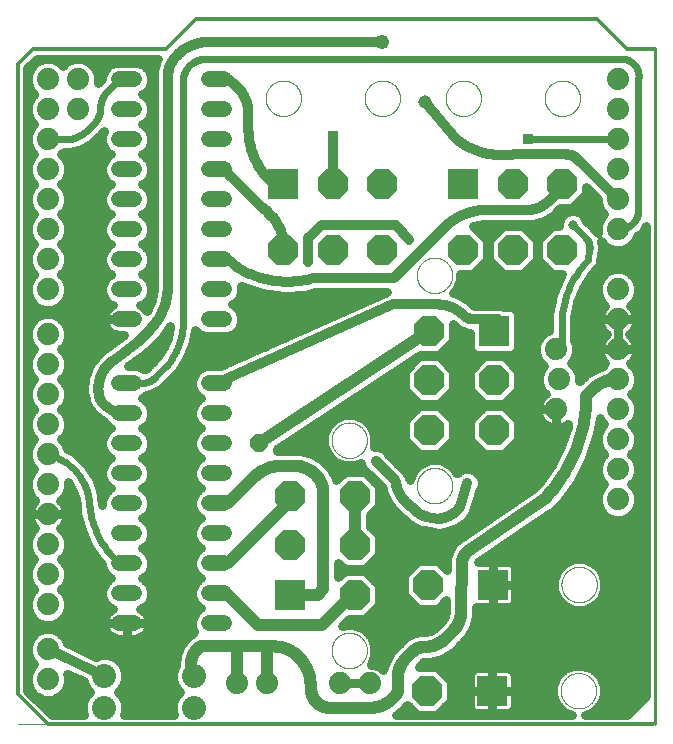
<source format=gbl>
G75*
%MOIN*%
%OFA0B0*%
%FSLAX25Y25*%
%IPPOS*%
%LPD*%
%AMOC8*
5,1,8,0,0,1.08239X$1,22.5*
%
%ADD10C,0.00000*%
%ADD11C,0.01000*%
%ADD12C,0.01200*%
%ADD13C,0.07400*%
%ADD14C,0.08000*%
%ADD15C,0.05200*%
%ADD16OC8,0.10000*%
%ADD17R,0.10000X0.10000*%
%ADD18C,0.02400*%
%ADD19C,0.03000*%
%ADD20R,0.03562X0.03562*%
%ADD21C,0.03200*%
%ADD22C,0.04800*%
%ADD23C,0.04500*%
%ADD24C,0.04000*%
%ADD25C,0.03169*%
%ADD26C,0.03562*%
%ADD27OC8,0.05906*%
%ADD28C,0.02200*%
D10*
X0005000Y0005000D02*
X0015000Y0005000D01*
X0208701Y0005000D01*
X0185959Y0016250D02*
X0185961Y0016403D01*
X0185967Y0016557D01*
X0185977Y0016710D01*
X0185991Y0016862D01*
X0186009Y0017015D01*
X0186031Y0017166D01*
X0186056Y0017317D01*
X0186086Y0017468D01*
X0186120Y0017618D01*
X0186157Y0017766D01*
X0186198Y0017914D01*
X0186243Y0018060D01*
X0186292Y0018206D01*
X0186345Y0018350D01*
X0186401Y0018492D01*
X0186461Y0018633D01*
X0186525Y0018773D01*
X0186592Y0018911D01*
X0186663Y0019047D01*
X0186738Y0019181D01*
X0186815Y0019313D01*
X0186897Y0019443D01*
X0186981Y0019571D01*
X0187069Y0019697D01*
X0187160Y0019820D01*
X0187254Y0019941D01*
X0187352Y0020059D01*
X0187452Y0020175D01*
X0187556Y0020288D01*
X0187662Y0020399D01*
X0187771Y0020507D01*
X0187883Y0020612D01*
X0187997Y0020713D01*
X0188115Y0020812D01*
X0188234Y0020908D01*
X0188356Y0021001D01*
X0188481Y0021090D01*
X0188608Y0021177D01*
X0188737Y0021259D01*
X0188868Y0021339D01*
X0189001Y0021415D01*
X0189136Y0021488D01*
X0189273Y0021557D01*
X0189412Y0021622D01*
X0189552Y0021684D01*
X0189694Y0021742D01*
X0189837Y0021797D01*
X0189982Y0021848D01*
X0190128Y0021895D01*
X0190275Y0021938D01*
X0190423Y0021977D01*
X0190572Y0022013D01*
X0190722Y0022044D01*
X0190873Y0022072D01*
X0191024Y0022096D01*
X0191177Y0022116D01*
X0191329Y0022132D01*
X0191482Y0022144D01*
X0191635Y0022152D01*
X0191788Y0022156D01*
X0191942Y0022156D01*
X0192095Y0022152D01*
X0192248Y0022144D01*
X0192401Y0022132D01*
X0192553Y0022116D01*
X0192706Y0022096D01*
X0192857Y0022072D01*
X0193008Y0022044D01*
X0193158Y0022013D01*
X0193307Y0021977D01*
X0193455Y0021938D01*
X0193602Y0021895D01*
X0193748Y0021848D01*
X0193893Y0021797D01*
X0194036Y0021742D01*
X0194178Y0021684D01*
X0194318Y0021622D01*
X0194457Y0021557D01*
X0194594Y0021488D01*
X0194729Y0021415D01*
X0194862Y0021339D01*
X0194993Y0021259D01*
X0195122Y0021177D01*
X0195249Y0021090D01*
X0195374Y0021001D01*
X0195496Y0020908D01*
X0195615Y0020812D01*
X0195733Y0020713D01*
X0195847Y0020612D01*
X0195959Y0020507D01*
X0196068Y0020399D01*
X0196174Y0020288D01*
X0196278Y0020175D01*
X0196378Y0020059D01*
X0196476Y0019941D01*
X0196570Y0019820D01*
X0196661Y0019697D01*
X0196749Y0019571D01*
X0196833Y0019443D01*
X0196915Y0019313D01*
X0196992Y0019181D01*
X0197067Y0019047D01*
X0197138Y0018911D01*
X0197205Y0018773D01*
X0197269Y0018633D01*
X0197329Y0018492D01*
X0197385Y0018350D01*
X0197438Y0018206D01*
X0197487Y0018060D01*
X0197532Y0017914D01*
X0197573Y0017766D01*
X0197610Y0017618D01*
X0197644Y0017468D01*
X0197674Y0017317D01*
X0197699Y0017166D01*
X0197721Y0017015D01*
X0197739Y0016862D01*
X0197753Y0016710D01*
X0197763Y0016557D01*
X0197769Y0016403D01*
X0197771Y0016250D01*
X0197769Y0016097D01*
X0197763Y0015943D01*
X0197753Y0015790D01*
X0197739Y0015638D01*
X0197721Y0015485D01*
X0197699Y0015334D01*
X0197674Y0015183D01*
X0197644Y0015032D01*
X0197610Y0014882D01*
X0197573Y0014734D01*
X0197532Y0014586D01*
X0197487Y0014440D01*
X0197438Y0014294D01*
X0197385Y0014150D01*
X0197329Y0014008D01*
X0197269Y0013867D01*
X0197205Y0013727D01*
X0197138Y0013589D01*
X0197067Y0013453D01*
X0196992Y0013319D01*
X0196915Y0013187D01*
X0196833Y0013057D01*
X0196749Y0012929D01*
X0196661Y0012803D01*
X0196570Y0012680D01*
X0196476Y0012559D01*
X0196378Y0012441D01*
X0196278Y0012325D01*
X0196174Y0012212D01*
X0196068Y0012101D01*
X0195959Y0011993D01*
X0195847Y0011888D01*
X0195733Y0011787D01*
X0195615Y0011688D01*
X0195496Y0011592D01*
X0195374Y0011499D01*
X0195249Y0011410D01*
X0195122Y0011323D01*
X0194993Y0011241D01*
X0194862Y0011161D01*
X0194729Y0011085D01*
X0194594Y0011012D01*
X0194457Y0010943D01*
X0194318Y0010878D01*
X0194178Y0010816D01*
X0194036Y0010758D01*
X0193893Y0010703D01*
X0193748Y0010652D01*
X0193602Y0010605D01*
X0193455Y0010562D01*
X0193307Y0010523D01*
X0193158Y0010487D01*
X0193008Y0010456D01*
X0192857Y0010428D01*
X0192706Y0010404D01*
X0192553Y0010384D01*
X0192401Y0010368D01*
X0192248Y0010356D01*
X0192095Y0010348D01*
X0191942Y0010344D01*
X0191788Y0010344D01*
X0191635Y0010348D01*
X0191482Y0010356D01*
X0191329Y0010368D01*
X0191177Y0010384D01*
X0191024Y0010404D01*
X0190873Y0010428D01*
X0190722Y0010456D01*
X0190572Y0010487D01*
X0190423Y0010523D01*
X0190275Y0010562D01*
X0190128Y0010605D01*
X0189982Y0010652D01*
X0189837Y0010703D01*
X0189694Y0010758D01*
X0189552Y0010816D01*
X0189412Y0010878D01*
X0189273Y0010943D01*
X0189136Y0011012D01*
X0189001Y0011085D01*
X0188868Y0011161D01*
X0188737Y0011241D01*
X0188608Y0011323D01*
X0188481Y0011410D01*
X0188356Y0011499D01*
X0188234Y0011592D01*
X0188115Y0011688D01*
X0187997Y0011787D01*
X0187883Y0011888D01*
X0187771Y0011993D01*
X0187662Y0012101D01*
X0187556Y0012212D01*
X0187452Y0012325D01*
X0187352Y0012441D01*
X0187254Y0012559D01*
X0187160Y0012680D01*
X0187069Y0012803D01*
X0186981Y0012929D01*
X0186897Y0013057D01*
X0186815Y0013187D01*
X0186738Y0013319D01*
X0186663Y0013453D01*
X0186592Y0013589D01*
X0186525Y0013727D01*
X0186461Y0013867D01*
X0186401Y0014008D01*
X0186345Y0014150D01*
X0186292Y0014294D01*
X0186243Y0014440D01*
X0186198Y0014586D01*
X0186157Y0014734D01*
X0186120Y0014882D01*
X0186086Y0015032D01*
X0186056Y0015183D01*
X0186031Y0015334D01*
X0186009Y0015485D01*
X0185991Y0015638D01*
X0185977Y0015790D01*
X0185967Y0015943D01*
X0185961Y0016097D01*
X0185959Y0016250D01*
X0186196Y0051638D02*
X0186198Y0051791D01*
X0186204Y0051945D01*
X0186214Y0052098D01*
X0186228Y0052250D01*
X0186246Y0052403D01*
X0186268Y0052554D01*
X0186293Y0052705D01*
X0186323Y0052856D01*
X0186357Y0053006D01*
X0186394Y0053154D01*
X0186435Y0053302D01*
X0186480Y0053448D01*
X0186529Y0053594D01*
X0186582Y0053738D01*
X0186638Y0053880D01*
X0186698Y0054021D01*
X0186762Y0054161D01*
X0186829Y0054299D01*
X0186900Y0054435D01*
X0186975Y0054569D01*
X0187052Y0054701D01*
X0187134Y0054831D01*
X0187218Y0054959D01*
X0187306Y0055085D01*
X0187397Y0055208D01*
X0187491Y0055329D01*
X0187589Y0055447D01*
X0187689Y0055563D01*
X0187793Y0055676D01*
X0187899Y0055787D01*
X0188008Y0055895D01*
X0188120Y0056000D01*
X0188234Y0056101D01*
X0188352Y0056200D01*
X0188471Y0056296D01*
X0188593Y0056389D01*
X0188718Y0056478D01*
X0188845Y0056565D01*
X0188974Y0056647D01*
X0189105Y0056727D01*
X0189238Y0056803D01*
X0189373Y0056876D01*
X0189510Y0056945D01*
X0189649Y0057010D01*
X0189789Y0057072D01*
X0189931Y0057130D01*
X0190074Y0057185D01*
X0190219Y0057236D01*
X0190365Y0057283D01*
X0190512Y0057326D01*
X0190660Y0057365D01*
X0190809Y0057401D01*
X0190959Y0057432D01*
X0191110Y0057460D01*
X0191261Y0057484D01*
X0191414Y0057504D01*
X0191566Y0057520D01*
X0191719Y0057532D01*
X0191872Y0057540D01*
X0192025Y0057544D01*
X0192179Y0057544D01*
X0192332Y0057540D01*
X0192485Y0057532D01*
X0192638Y0057520D01*
X0192790Y0057504D01*
X0192943Y0057484D01*
X0193094Y0057460D01*
X0193245Y0057432D01*
X0193395Y0057401D01*
X0193544Y0057365D01*
X0193692Y0057326D01*
X0193839Y0057283D01*
X0193985Y0057236D01*
X0194130Y0057185D01*
X0194273Y0057130D01*
X0194415Y0057072D01*
X0194555Y0057010D01*
X0194694Y0056945D01*
X0194831Y0056876D01*
X0194966Y0056803D01*
X0195099Y0056727D01*
X0195230Y0056647D01*
X0195359Y0056565D01*
X0195486Y0056478D01*
X0195611Y0056389D01*
X0195733Y0056296D01*
X0195852Y0056200D01*
X0195970Y0056101D01*
X0196084Y0056000D01*
X0196196Y0055895D01*
X0196305Y0055787D01*
X0196411Y0055676D01*
X0196515Y0055563D01*
X0196615Y0055447D01*
X0196713Y0055329D01*
X0196807Y0055208D01*
X0196898Y0055085D01*
X0196986Y0054959D01*
X0197070Y0054831D01*
X0197152Y0054701D01*
X0197229Y0054569D01*
X0197304Y0054435D01*
X0197375Y0054299D01*
X0197442Y0054161D01*
X0197506Y0054021D01*
X0197566Y0053880D01*
X0197622Y0053738D01*
X0197675Y0053594D01*
X0197724Y0053448D01*
X0197769Y0053302D01*
X0197810Y0053154D01*
X0197847Y0053006D01*
X0197881Y0052856D01*
X0197911Y0052705D01*
X0197936Y0052554D01*
X0197958Y0052403D01*
X0197976Y0052250D01*
X0197990Y0052098D01*
X0198000Y0051945D01*
X0198006Y0051791D01*
X0198008Y0051638D01*
X0198006Y0051485D01*
X0198000Y0051331D01*
X0197990Y0051178D01*
X0197976Y0051026D01*
X0197958Y0050873D01*
X0197936Y0050722D01*
X0197911Y0050571D01*
X0197881Y0050420D01*
X0197847Y0050270D01*
X0197810Y0050122D01*
X0197769Y0049974D01*
X0197724Y0049828D01*
X0197675Y0049682D01*
X0197622Y0049538D01*
X0197566Y0049396D01*
X0197506Y0049255D01*
X0197442Y0049115D01*
X0197375Y0048977D01*
X0197304Y0048841D01*
X0197229Y0048707D01*
X0197152Y0048575D01*
X0197070Y0048445D01*
X0196986Y0048317D01*
X0196898Y0048191D01*
X0196807Y0048068D01*
X0196713Y0047947D01*
X0196615Y0047829D01*
X0196515Y0047713D01*
X0196411Y0047600D01*
X0196305Y0047489D01*
X0196196Y0047381D01*
X0196084Y0047276D01*
X0195970Y0047175D01*
X0195852Y0047076D01*
X0195733Y0046980D01*
X0195611Y0046887D01*
X0195486Y0046798D01*
X0195359Y0046711D01*
X0195230Y0046629D01*
X0195099Y0046549D01*
X0194966Y0046473D01*
X0194831Y0046400D01*
X0194694Y0046331D01*
X0194555Y0046266D01*
X0194415Y0046204D01*
X0194273Y0046146D01*
X0194130Y0046091D01*
X0193985Y0046040D01*
X0193839Y0045993D01*
X0193692Y0045950D01*
X0193544Y0045911D01*
X0193395Y0045875D01*
X0193245Y0045844D01*
X0193094Y0045816D01*
X0192943Y0045792D01*
X0192790Y0045772D01*
X0192638Y0045756D01*
X0192485Y0045744D01*
X0192332Y0045736D01*
X0192179Y0045732D01*
X0192025Y0045732D01*
X0191872Y0045736D01*
X0191719Y0045744D01*
X0191566Y0045756D01*
X0191414Y0045772D01*
X0191261Y0045792D01*
X0191110Y0045816D01*
X0190959Y0045844D01*
X0190809Y0045875D01*
X0190660Y0045911D01*
X0190512Y0045950D01*
X0190365Y0045993D01*
X0190219Y0046040D01*
X0190074Y0046091D01*
X0189931Y0046146D01*
X0189789Y0046204D01*
X0189649Y0046266D01*
X0189510Y0046331D01*
X0189373Y0046400D01*
X0189238Y0046473D01*
X0189105Y0046549D01*
X0188974Y0046629D01*
X0188845Y0046711D01*
X0188718Y0046798D01*
X0188593Y0046887D01*
X0188471Y0046980D01*
X0188352Y0047076D01*
X0188234Y0047175D01*
X0188120Y0047276D01*
X0188008Y0047381D01*
X0187899Y0047489D01*
X0187793Y0047600D01*
X0187689Y0047713D01*
X0187589Y0047829D01*
X0187491Y0047947D01*
X0187397Y0048068D01*
X0187306Y0048191D01*
X0187218Y0048317D01*
X0187134Y0048445D01*
X0187052Y0048575D01*
X0186975Y0048707D01*
X0186900Y0048841D01*
X0186829Y0048977D01*
X0186762Y0049115D01*
X0186698Y0049255D01*
X0186638Y0049396D01*
X0186582Y0049538D01*
X0186529Y0049682D01*
X0186480Y0049828D01*
X0186435Y0049974D01*
X0186394Y0050122D01*
X0186357Y0050270D01*
X0186323Y0050420D01*
X0186293Y0050571D01*
X0186268Y0050722D01*
X0186246Y0050873D01*
X0186228Y0051026D01*
X0186214Y0051178D01*
X0186204Y0051331D01*
X0186198Y0051485D01*
X0186196Y0051638D01*
X0138001Y0084621D02*
X0138003Y0084774D01*
X0138009Y0084928D01*
X0138019Y0085081D01*
X0138033Y0085233D01*
X0138051Y0085386D01*
X0138073Y0085537D01*
X0138098Y0085688D01*
X0138128Y0085839D01*
X0138162Y0085989D01*
X0138199Y0086137D01*
X0138240Y0086285D01*
X0138285Y0086431D01*
X0138334Y0086577D01*
X0138387Y0086721D01*
X0138443Y0086863D01*
X0138503Y0087004D01*
X0138567Y0087144D01*
X0138634Y0087282D01*
X0138705Y0087418D01*
X0138780Y0087552D01*
X0138857Y0087684D01*
X0138939Y0087814D01*
X0139023Y0087942D01*
X0139111Y0088068D01*
X0139202Y0088191D01*
X0139296Y0088312D01*
X0139394Y0088430D01*
X0139494Y0088546D01*
X0139598Y0088659D01*
X0139704Y0088770D01*
X0139813Y0088878D01*
X0139925Y0088983D01*
X0140039Y0089084D01*
X0140157Y0089183D01*
X0140276Y0089279D01*
X0140398Y0089372D01*
X0140523Y0089461D01*
X0140650Y0089548D01*
X0140779Y0089630D01*
X0140910Y0089710D01*
X0141043Y0089786D01*
X0141178Y0089859D01*
X0141315Y0089928D01*
X0141454Y0089993D01*
X0141594Y0090055D01*
X0141736Y0090113D01*
X0141879Y0090168D01*
X0142024Y0090219D01*
X0142170Y0090266D01*
X0142317Y0090309D01*
X0142465Y0090348D01*
X0142614Y0090384D01*
X0142764Y0090415D01*
X0142915Y0090443D01*
X0143066Y0090467D01*
X0143219Y0090487D01*
X0143371Y0090503D01*
X0143524Y0090515D01*
X0143677Y0090523D01*
X0143830Y0090527D01*
X0143984Y0090527D01*
X0144137Y0090523D01*
X0144290Y0090515D01*
X0144443Y0090503D01*
X0144595Y0090487D01*
X0144748Y0090467D01*
X0144899Y0090443D01*
X0145050Y0090415D01*
X0145200Y0090384D01*
X0145349Y0090348D01*
X0145497Y0090309D01*
X0145644Y0090266D01*
X0145790Y0090219D01*
X0145935Y0090168D01*
X0146078Y0090113D01*
X0146220Y0090055D01*
X0146360Y0089993D01*
X0146499Y0089928D01*
X0146636Y0089859D01*
X0146771Y0089786D01*
X0146904Y0089710D01*
X0147035Y0089630D01*
X0147164Y0089548D01*
X0147291Y0089461D01*
X0147416Y0089372D01*
X0147538Y0089279D01*
X0147657Y0089183D01*
X0147775Y0089084D01*
X0147889Y0088983D01*
X0148001Y0088878D01*
X0148110Y0088770D01*
X0148216Y0088659D01*
X0148320Y0088546D01*
X0148420Y0088430D01*
X0148518Y0088312D01*
X0148612Y0088191D01*
X0148703Y0088068D01*
X0148791Y0087942D01*
X0148875Y0087814D01*
X0148957Y0087684D01*
X0149034Y0087552D01*
X0149109Y0087418D01*
X0149180Y0087282D01*
X0149247Y0087144D01*
X0149311Y0087004D01*
X0149371Y0086863D01*
X0149427Y0086721D01*
X0149480Y0086577D01*
X0149529Y0086431D01*
X0149574Y0086285D01*
X0149615Y0086137D01*
X0149652Y0085989D01*
X0149686Y0085839D01*
X0149716Y0085688D01*
X0149741Y0085537D01*
X0149763Y0085386D01*
X0149781Y0085233D01*
X0149795Y0085081D01*
X0149805Y0084928D01*
X0149811Y0084774D01*
X0149813Y0084621D01*
X0149811Y0084468D01*
X0149805Y0084314D01*
X0149795Y0084161D01*
X0149781Y0084009D01*
X0149763Y0083856D01*
X0149741Y0083705D01*
X0149716Y0083554D01*
X0149686Y0083403D01*
X0149652Y0083253D01*
X0149615Y0083105D01*
X0149574Y0082957D01*
X0149529Y0082811D01*
X0149480Y0082665D01*
X0149427Y0082521D01*
X0149371Y0082379D01*
X0149311Y0082238D01*
X0149247Y0082098D01*
X0149180Y0081960D01*
X0149109Y0081824D01*
X0149034Y0081690D01*
X0148957Y0081558D01*
X0148875Y0081428D01*
X0148791Y0081300D01*
X0148703Y0081174D01*
X0148612Y0081051D01*
X0148518Y0080930D01*
X0148420Y0080812D01*
X0148320Y0080696D01*
X0148216Y0080583D01*
X0148110Y0080472D01*
X0148001Y0080364D01*
X0147889Y0080259D01*
X0147775Y0080158D01*
X0147657Y0080059D01*
X0147538Y0079963D01*
X0147416Y0079870D01*
X0147291Y0079781D01*
X0147164Y0079694D01*
X0147035Y0079612D01*
X0146904Y0079532D01*
X0146771Y0079456D01*
X0146636Y0079383D01*
X0146499Y0079314D01*
X0146360Y0079249D01*
X0146220Y0079187D01*
X0146078Y0079129D01*
X0145935Y0079074D01*
X0145790Y0079023D01*
X0145644Y0078976D01*
X0145497Y0078933D01*
X0145349Y0078894D01*
X0145200Y0078858D01*
X0145050Y0078827D01*
X0144899Y0078799D01*
X0144748Y0078775D01*
X0144595Y0078755D01*
X0144443Y0078739D01*
X0144290Y0078727D01*
X0144137Y0078719D01*
X0143984Y0078715D01*
X0143830Y0078715D01*
X0143677Y0078719D01*
X0143524Y0078727D01*
X0143371Y0078739D01*
X0143219Y0078755D01*
X0143066Y0078775D01*
X0142915Y0078799D01*
X0142764Y0078827D01*
X0142614Y0078858D01*
X0142465Y0078894D01*
X0142317Y0078933D01*
X0142170Y0078976D01*
X0142024Y0079023D01*
X0141879Y0079074D01*
X0141736Y0079129D01*
X0141594Y0079187D01*
X0141454Y0079249D01*
X0141315Y0079314D01*
X0141178Y0079383D01*
X0141043Y0079456D01*
X0140910Y0079532D01*
X0140779Y0079612D01*
X0140650Y0079694D01*
X0140523Y0079781D01*
X0140398Y0079870D01*
X0140276Y0079963D01*
X0140157Y0080059D01*
X0140039Y0080158D01*
X0139925Y0080259D01*
X0139813Y0080364D01*
X0139704Y0080472D01*
X0139598Y0080583D01*
X0139494Y0080696D01*
X0139394Y0080812D01*
X0139296Y0080930D01*
X0139202Y0081051D01*
X0139111Y0081174D01*
X0139023Y0081300D01*
X0138939Y0081428D01*
X0138857Y0081558D01*
X0138780Y0081690D01*
X0138705Y0081824D01*
X0138634Y0081960D01*
X0138567Y0082098D01*
X0138503Y0082238D01*
X0138443Y0082379D01*
X0138387Y0082521D01*
X0138334Y0082665D01*
X0138285Y0082811D01*
X0138240Y0082957D01*
X0138199Y0083105D01*
X0138162Y0083253D01*
X0138128Y0083403D01*
X0138098Y0083554D01*
X0138073Y0083705D01*
X0138051Y0083856D01*
X0138033Y0084009D01*
X0138019Y0084161D01*
X0138009Y0084314D01*
X0138003Y0084468D01*
X0138001Y0084621D01*
X0109562Y0099754D02*
X0109564Y0099907D01*
X0109570Y0100061D01*
X0109580Y0100214D01*
X0109594Y0100366D01*
X0109612Y0100519D01*
X0109634Y0100670D01*
X0109659Y0100821D01*
X0109689Y0100972D01*
X0109723Y0101122D01*
X0109760Y0101270D01*
X0109801Y0101418D01*
X0109846Y0101564D01*
X0109895Y0101710D01*
X0109948Y0101854D01*
X0110004Y0101996D01*
X0110064Y0102137D01*
X0110128Y0102277D01*
X0110195Y0102415D01*
X0110266Y0102551D01*
X0110341Y0102685D01*
X0110418Y0102817D01*
X0110500Y0102947D01*
X0110584Y0103075D01*
X0110672Y0103201D01*
X0110763Y0103324D01*
X0110857Y0103445D01*
X0110955Y0103563D01*
X0111055Y0103679D01*
X0111159Y0103792D01*
X0111265Y0103903D01*
X0111374Y0104011D01*
X0111486Y0104116D01*
X0111600Y0104217D01*
X0111718Y0104316D01*
X0111837Y0104412D01*
X0111959Y0104505D01*
X0112084Y0104594D01*
X0112211Y0104681D01*
X0112340Y0104763D01*
X0112471Y0104843D01*
X0112604Y0104919D01*
X0112739Y0104992D01*
X0112876Y0105061D01*
X0113015Y0105126D01*
X0113155Y0105188D01*
X0113297Y0105246D01*
X0113440Y0105301D01*
X0113585Y0105352D01*
X0113731Y0105399D01*
X0113878Y0105442D01*
X0114026Y0105481D01*
X0114175Y0105517D01*
X0114325Y0105548D01*
X0114476Y0105576D01*
X0114627Y0105600D01*
X0114780Y0105620D01*
X0114932Y0105636D01*
X0115085Y0105648D01*
X0115238Y0105656D01*
X0115391Y0105660D01*
X0115545Y0105660D01*
X0115698Y0105656D01*
X0115851Y0105648D01*
X0116004Y0105636D01*
X0116156Y0105620D01*
X0116309Y0105600D01*
X0116460Y0105576D01*
X0116611Y0105548D01*
X0116761Y0105517D01*
X0116910Y0105481D01*
X0117058Y0105442D01*
X0117205Y0105399D01*
X0117351Y0105352D01*
X0117496Y0105301D01*
X0117639Y0105246D01*
X0117781Y0105188D01*
X0117921Y0105126D01*
X0118060Y0105061D01*
X0118197Y0104992D01*
X0118332Y0104919D01*
X0118465Y0104843D01*
X0118596Y0104763D01*
X0118725Y0104681D01*
X0118852Y0104594D01*
X0118977Y0104505D01*
X0119099Y0104412D01*
X0119218Y0104316D01*
X0119336Y0104217D01*
X0119450Y0104116D01*
X0119562Y0104011D01*
X0119671Y0103903D01*
X0119777Y0103792D01*
X0119881Y0103679D01*
X0119981Y0103563D01*
X0120079Y0103445D01*
X0120173Y0103324D01*
X0120264Y0103201D01*
X0120352Y0103075D01*
X0120436Y0102947D01*
X0120518Y0102817D01*
X0120595Y0102685D01*
X0120670Y0102551D01*
X0120741Y0102415D01*
X0120808Y0102277D01*
X0120872Y0102137D01*
X0120932Y0101996D01*
X0120988Y0101854D01*
X0121041Y0101710D01*
X0121090Y0101564D01*
X0121135Y0101418D01*
X0121176Y0101270D01*
X0121213Y0101122D01*
X0121247Y0100972D01*
X0121277Y0100821D01*
X0121302Y0100670D01*
X0121324Y0100519D01*
X0121342Y0100366D01*
X0121356Y0100214D01*
X0121366Y0100061D01*
X0121372Y0099907D01*
X0121374Y0099754D01*
X0121372Y0099601D01*
X0121366Y0099447D01*
X0121356Y0099294D01*
X0121342Y0099142D01*
X0121324Y0098989D01*
X0121302Y0098838D01*
X0121277Y0098687D01*
X0121247Y0098536D01*
X0121213Y0098386D01*
X0121176Y0098238D01*
X0121135Y0098090D01*
X0121090Y0097944D01*
X0121041Y0097798D01*
X0120988Y0097654D01*
X0120932Y0097512D01*
X0120872Y0097371D01*
X0120808Y0097231D01*
X0120741Y0097093D01*
X0120670Y0096957D01*
X0120595Y0096823D01*
X0120518Y0096691D01*
X0120436Y0096561D01*
X0120352Y0096433D01*
X0120264Y0096307D01*
X0120173Y0096184D01*
X0120079Y0096063D01*
X0119981Y0095945D01*
X0119881Y0095829D01*
X0119777Y0095716D01*
X0119671Y0095605D01*
X0119562Y0095497D01*
X0119450Y0095392D01*
X0119336Y0095291D01*
X0119218Y0095192D01*
X0119099Y0095096D01*
X0118977Y0095003D01*
X0118852Y0094914D01*
X0118725Y0094827D01*
X0118596Y0094745D01*
X0118465Y0094665D01*
X0118332Y0094589D01*
X0118197Y0094516D01*
X0118060Y0094447D01*
X0117921Y0094382D01*
X0117781Y0094320D01*
X0117639Y0094262D01*
X0117496Y0094207D01*
X0117351Y0094156D01*
X0117205Y0094109D01*
X0117058Y0094066D01*
X0116910Y0094027D01*
X0116761Y0093991D01*
X0116611Y0093960D01*
X0116460Y0093932D01*
X0116309Y0093908D01*
X0116156Y0093888D01*
X0116004Y0093872D01*
X0115851Y0093860D01*
X0115698Y0093852D01*
X0115545Y0093848D01*
X0115391Y0093848D01*
X0115238Y0093852D01*
X0115085Y0093860D01*
X0114932Y0093872D01*
X0114780Y0093888D01*
X0114627Y0093908D01*
X0114476Y0093932D01*
X0114325Y0093960D01*
X0114175Y0093991D01*
X0114026Y0094027D01*
X0113878Y0094066D01*
X0113731Y0094109D01*
X0113585Y0094156D01*
X0113440Y0094207D01*
X0113297Y0094262D01*
X0113155Y0094320D01*
X0113015Y0094382D01*
X0112876Y0094447D01*
X0112739Y0094516D01*
X0112604Y0094589D01*
X0112471Y0094665D01*
X0112340Y0094745D01*
X0112211Y0094827D01*
X0112084Y0094914D01*
X0111959Y0095003D01*
X0111837Y0095096D01*
X0111718Y0095192D01*
X0111600Y0095291D01*
X0111486Y0095392D01*
X0111374Y0095497D01*
X0111265Y0095605D01*
X0111159Y0095716D01*
X0111055Y0095829D01*
X0110955Y0095945D01*
X0110857Y0096063D01*
X0110763Y0096184D01*
X0110672Y0096307D01*
X0110584Y0096433D01*
X0110500Y0096561D01*
X0110418Y0096691D01*
X0110341Y0096823D01*
X0110266Y0096957D01*
X0110195Y0097093D01*
X0110128Y0097231D01*
X0110064Y0097371D01*
X0110004Y0097512D01*
X0109948Y0097654D01*
X0109895Y0097798D01*
X0109846Y0097944D01*
X0109801Y0098090D01*
X0109760Y0098238D01*
X0109723Y0098386D01*
X0109689Y0098536D01*
X0109659Y0098687D01*
X0109634Y0098838D01*
X0109612Y0098989D01*
X0109594Y0099142D01*
X0109580Y0099294D01*
X0109570Y0099447D01*
X0109564Y0099601D01*
X0109562Y0099754D01*
X0138001Y0154700D02*
X0138003Y0154853D01*
X0138009Y0155007D01*
X0138019Y0155160D01*
X0138033Y0155312D01*
X0138051Y0155465D01*
X0138073Y0155616D01*
X0138098Y0155767D01*
X0138128Y0155918D01*
X0138162Y0156068D01*
X0138199Y0156216D01*
X0138240Y0156364D01*
X0138285Y0156510D01*
X0138334Y0156656D01*
X0138387Y0156800D01*
X0138443Y0156942D01*
X0138503Y0157083D01*
X0138567Y0157223D01*
X0138634Y0157361D01*
X0138705Y0157497D01*
X0138780Y0157631D01*
X0138857Y0157763D01*
X0138939Y0157893D01*
X0139023Y0158021D01*
X0139111Y0158147D01*
X0139202Y0158270D01*
X0139296Y0158391D01*
X0139394Y0158509D01*
X0139494Y0158625D01*
X0139598Y0158738D01*
X0139704Y0158849D01*
X0139813Y0158957D01*
X0139925Y0159062D01*
X0140039Y0159163D01*
X0140157Y0159262D01*
X0140276Y0159358D01*
X0140398Y0159451D01*
X0140523Y0159540D01*
X0140650Y0159627D01*
X0140779Y0159709D01*
X0140910Y0159789D01*
X0141043Y0159865D01*
X0141178Y0159938D01*
X0141315Y0160007D01*
X0141454Y0160072D01*
X0141594Y0160134D01*
X0141736Y0160192D01*
X0141879Y0160247D01*
X0142024Y0160298D01*
X0142170Y0160345D01*
X0142317Y0160388D01*
X0142465Y0160427D01*
X0142614Y0160463D01*
X0142764Y0160494D01*
X0142915Y0160522D01*
X0143066Y0160546D01*
X0143219Y0160566D01*
X0143371Y0160582D01*
X0143524Y0160594D01*
X0143677Y0160602D01*
X0143830Y0160606D01*
X0143984Y0160606D01*
X0144137Y0160602D01*
X0144290Y0160594D01*
X0144443Y0160582D01*
X0144595Y0160566D01*
X0144748Y0160546D01*
X0144899Y0160522D01*
X0145050Y0160494D01*
X0145200Y0160463D01*
X0145349Y0160427D01*
X0145497Y0160388D01*
X0145644Y0160345D01*
X0145790Y0160298D01*
X0145935Y0160247D01*
X0146078Y0160192D01*
X0146220Y0160134D01*
X0146360Y0160072D01*
X0146499Y0160007D01*
X0146636Y0159938D01*
X0146771Y0159865D01*
X0146904Y0159789D01*
X0147035Y0159709D01*
X0147164Y0159627D01*
X0147291Y0159540D01*
X0147416Y0159451D01*
X0147538Y0159358D01*
X0147657Y0159262D01*
X0147775Y0159163D01*
X0147889Y0159062D01*
X0148001Y0158957D01*
X0148110Y0158849D01*
X0148216Y0158738D01*
X0148320Y0158625D01*
X0148420Y0158509D01*
X0148518Y0158391D01*
X0148612Y0158270D01*
X0148703Y0158147D01*
X0148791Y0158021D01*
X0148875Y0157893D01*
X0148957Y0157763D01*
X0149034Y0157631D01*
X0149109Y0157497D01*
X0149180Y0157361D01*
X0149247Y0157223D01*
X0149311Y0157083D01*
X0149371Y0156942D01*
X0149427Y0156800D01*
X0149480Y0156656D01*
X0149529Y0156510D01*
X0149574Y0156364D01*
X0149615Y0156216D01*
X0149652Y0156068D01*
X0149686Y0155918D01*
X0149716Y0155767D01*
X0149741Y0155616D01*
X0149763Y0155465D01*
X0149781Y0155312D01*
X0149795Y0155160D01*
X0149805Y0155007D01*
X0149811Y0154853D01*
X0149813Y0154700D01*
X0149811Y0154547D01*
X0149805Y0154393D01*
X0149795Y0154240D01*
X0149781Y0154088D01*
X0149763Y0153935D01*
X0149741Y0153784D01*
X0149716Y0153633D01*
X0149686Y0153482D01*
X0149652Y0153332D01*
X0149615Y0153184D01*
X0149574Y0153036D01*
X0149529Y0152890D01*
X0149480Y0152744D01*
X0149427Y0152600D01*
X0149371Y0152458D01*
X0149311Y0152317D01*
X0149247Y0152177D01*
X0149180Y0152039D01*
X0149109Y0151903D01*
X0149034Y0151769D01*
X0148957Y0151637D01*
X0148875Y0151507D01*
X0148791Y0151379D01*
X0148703Y0151253D01*
X0148612Y0151130D01*
X0148518Y0151009D01*
X0148420Y0150891D01*
X0148320Y0150775D01*
X0148216Y0150662D01*
X0148110Y0150551D01*
X0148001Y0150443D01*
X0147889Y0150338D01*
X0147775Y0150237D01*
X0147657Y0150138D01*
X0147538Y0150042D01*
X0147416Y0149949D01*
X0147291Y0149860D01*
X0147164Y0149773D01*
X0147035Y0149691D01*
X0146904Y0149611D01*
X0146771Y0149535D01*
X0146636Y0149462D01*
X0146499Y0149393D01*
X0146360Y0149328D01*
X0146220Y0149266D01*
X0146078Y0149208D01*
X0145935Y0149153D01*
X0145790Y0149102D01*
X0145644Y0149055D01*
X0145497Y0149012D01*
X0145349Y0148973D01*
X0145200Y0148937D01*
X0145050Y0148906D01*
X0144899Y0148878D01*
X0144748Y0148854D01*
X0144595Y0148834D01*
X0144443Y0148818D01*
X0144290Y0148806D01*
X0144137Y0148798D01*
X0143984Y0148794D01*
X0143830Y0148794D01*
X0143677Y0148798D01*
X0143524Y0148806D01*
X0143371Y0148818D01*
X0143219Y0148834D01*
X0143066Y0148854D01*
X0142915Y0148878D01*
X0142764Y0148906D01*
X0142614Y0148937D01*
X0142465Y0148973D01*
X0142317Y0149012D01*
X0142170Y0149055D01*
X0142024Y0149102D01*
X0141879Y0149153D01*
X0141736Y0149208D01*
X0141594Y0149266D01*
X0141454Y0149328D01*
X0141315Y0149393D01*
X0141178Y0149462D01*
X0141043Y0149535D01*
X0140910Y0149611D01*
X0140779Y0149691D01*
X0140650Y0149773D01*
X0140523Y0149860D01*
X0140398Y0149949D01*
X0140276Y0150042D01*
X0140157Y0150138D01*
X0140039Y0150237D01*
X0139925Y0150338D01*
X0139813Y0150443D01*
X0139704Y0150551D01*
X0139598Y0150662D01*
X0139494Y0150775D01*
X0139394Y0150891D01*
X0139296Y0151009D01*
X0139202Y0151130D01*
X0139111Y0151253D01*
X0139023Y0151379D01*
X0138939Y0151507D01*
X0138857Y0151637D01*
X0138780Y0151769D01*
X0138705Y0151903D01*
X0138634Y0152039D01*
X0138567Y0152177D01*
X0138503Y0152317D01*
X0138443Y0152458D01*
X0138387Y0152600D01*
X0138334Y0152744D01*
X0138285Y0152890D01*
X0138240Y0153036D01*
X0138199Y0153184D01*
X0138162Y0153332D01*
X0138128Y0153482D01*
X0138098Y0153633D01*
X0138073Y0153784D01*
X0138051Y0153935D01*
X0138033Y0154088D01*
X0138019Y0154240D01*
X0138009Y0154393D01*
X0138003Y0154547D01*
X0138001Y0154700D01*
X0120594Y0213740D02*
X0120596Y0213893D01*
X0120602Y0214047D01*
X0120612Y0214200D01*
X0120626Y0214352D01*
X0120644Y0214505D01*
X0120666Y0214656D01*
X0120691Y0214807D01*
X0120721Y0214958D01*
X0120755Y0215108D01*
X0120792Y0215256D01*
X0120833Y0215404D01*
X0120878Y0215550D01*
X0120927Y0215696D01*
X0120980Y0215840D01*
X0121036Y0215982D01*
X0121096Y0216123D01*
X0121160Y0216263D01*
X0121227Y0216401D01*
X0121298Y0216537D01*
X0121373Y0216671D01*
X0121450Y0216803D01*
X0121532Y0216933D01*
X0121616Y0217061D01*
X0121704Y0217187D01*
X0121795Y0217310D01*
X0121889Y0217431D01*
X0121987Y0217549D01*
X0122087Y0217665D01*
X0122191Y0217778D01*
X0122297Y0217889D01*
X0122406Y0217997D01*
X0122518Y0218102D01*
X0122632Y0218203D01*
X0122750Y0218302D01*
X0122869Y0218398D01*
X0122991Y0218491D01*
X0123116Y0218580D01*
X0123243Y0218667D01*
X0123372Y0218749D01*
X0123503Y0218829D01*
X0123636Y0218905D01*
X0123771Y0218978D01*
X0123908Y0219047D01*
X0124047Y0219112D01*
X0124187Y0219174D01*
X0124329Y0219232D01*
X0124472Y0219287D01*
X0124617Y0219338D01*
X0124763Y0219385D01*
X0124910Y0219428D01*
X0125058Y0219467D01*
X0125207Y0219503D01*
X0125357Y0219534D01*
X0125508Y0219562D01*
X0125659Y0219586D01*
X0125812Y0219606D01*
X0125964Y0219622D01*
X0126117Y0219634D01*
X0126270Y0219642D01*
X0126423Y0219646D01*
X0126577Y0219646D01*
X0126730Y0219642D01*
X0126883Y0219634D01*
X0127036Y0219622D01*
X0127188Y0219606D01*
X0127341Y0219586D01*
X0127492Y0219562D01*
X0127643Y0219534D01*
X0127793Y0219503D01*
X0127942Y0219467D01*
X0128090Y0219428D01*
X0128237Y0219385D01*
X0128383Y0219338D01*
X0128528Y0219287D01*
X0128671Y0219232D01*
X0128813Y0219174D01*
X0128953Y0219112D01*
X0129092Y0219047D01*
X0129229Y0218978D01*
X0129364Y0218905D01*
X0129497Y0218829D01*
X0129628Y0218749D01*
X0129757Y0218667D01*
X0129884Y0218580D01*
X0130009Y0218491D01*
X0130131Y0218398D01*
X0130250Y0218302D01*
X0130368Y0218203D01*
X0130482Y0218102D01*
X0130594Y0217997D01*
X0130703Y0217889D01*
X0130809Y0217778D01*
X0130913Y0217665D01*
X0131013Y0217549D01*
X0131111Y0217431D01*
X0131205Y0217310D01*
X0131296Y0217187D01*
X0131384Y0217061D01*
X0131468Y0216933D01*
X0131550Y0216803D01*
X0131627Y0216671D01*
X0131702Y0216537D01*
X0131773Y0216401D01*
X0131840Y0216263D01*
X0131904Y0216123D01*
X0131964Y0215982D01*
X0132020Y0215840D01*
X0132073Y0215696D01*
X0132122Y0215550D01*
X0132167Y0215404D01*
X0132208Y0215256D01*
X0132245Y0215108D01*
X0132279Y0214958D01*
X0132309Y0214807D01*
X0132334Y0214656D01*
X0132356Y0214505D01*
X0132374Y0214352D01*
X0132388Y0214200D01*
X0132398Y0214047D01*
X0132404Y0213893D01*
X0132406Y0213740D01*
X0132404Y0213587D01*
X0132398Y0213433D01*
X0132388Y0213280D01*
X0132374Y0213128D01*
X0132356Y0212975D01*
X0132334Y0212824D01*
X0132309Y0212673D01*
X0132279Y0212522D01*
X0132245Y0212372D01*
X0132208Y0212224D01*
X0132167Y0212076D01*
X0132122Y0211930D01*
X0132073Y0211784D01*
X0132020Y0211640D01*
X0131964Y0211498D01*
X0131904Y0211357D01*
X0131840Y0211217D01*
X0131773Y0211079D01*
X0131702Y0210943D01*
X0131627Y0210809D01*
X0131550Y0210677D01*
X0131468Y0210547D01*
X0131384Y0210419D01*
X0131296Y0210293D01*
X0131205Y0210170D01*
X0131111Y0210049D01*
X0131013Y0209931D01*
X0130913Y0209815D01*
X0130809Y0209702D01*
X0130703Y0209591D01*
X0130594Y0209483D01*
X0130482Y0209378D01*
X0130368Y0209277D01*
X0130250Y0209178D01*
X0130131Y0209082D01*
X0130009Y0208989D01*
X0129884Y0208900D01*
X0129757Y0208813D01*
X0129628Y0208731D01*
X0129497Y0208651D01*
X0129364Y0208575D01*
X0129229Y0208502D01*
X0129092Y0208433D01*
X0128953Y0208368D01*
X0128813Y0208306D01*
X0128671Y0208248D01*
X0128528Y0208193D01*
X0128383Y0208142D01*
X0128237Y0208095D01*
X0128090Y0208052D01*
X0127942Y0208013D01*
X0127793Y0207977D01*
X0127643Y0207946D01*
X0127492Y0207918D01*
X0127341Y0207894D01*
X0127188Y0207874D01*
X0127036Y0207858D01*
X0126883Y0207846D01*
X0126730Y0207838D01*
X0126577Y0207834D01*
X0126423Y0207834D01*
X0126270Y0207838D01*
X0126117Y0207846D01*
X0125964Y0207858D01*
X0125812Y0207874D01*
X0125659Y0207894D01*
X0125508Y0207918D01*
X0125357Y0207946D01*
X0125207Y0207977D01*
X0125058Y0208013D01*
X0124910Y0208052D01*
X0124763Y0208095D01*
X0124617Y0208142D01*
X0124472Y0208193D01*
X0124329Y0208248D01*
X0124187Y0208306D01*
X0124047Y0208368D01*
X0123908Y0208433D01*
X0123771Y0208502D01*
X0123636Y0208575D01*
X0123503Y0208651D01*
X0123372Y0208731D01*
X0123243Y0208813D01*
X0123116Y0208900D01*
X0122991Y0208989D01*
X0122869Y0209082D01*
X0122750Y0209178D01*
X0122632Y0209277D01*
X0122518Y0209378D01*
X0122406Y0209483D01*
X0122297Y0209591D01*
X0122191Y0209702D01*
X0122087Y0209815D01*
X0121987Y0209931D01*
X0121889Y0210049D01*
X0121795Y0210170D01*
X0121704Y0210293D01*
X0121616Y0210419D01*
X0121532Y0210547D01*
X0121450Y0210677D01*
X0121373Y0210809D01*
X0121298Y0210943D01*
X0121227Y0211079D01*
X0121160Y0211217D01*
X0121096Y0211357D01*
X0121036Y0211498D01*
X0120980Y0211640D01*
X0120927Y0211784D01*
X0120878Y0211930D01*
X0120833Y0212076D01*
X0120792Y0212224D01*
X0120755Y0212372D01*
X0120721Y0212522D01*
X0120691Y0212673D01*
X0120666Y0212824D01*
X0120644Y0212975D01*
X0120626Y0213128D01*
X0120612Y0213280D01*
X0120602Y0213433D01*
X0120596Y0213587D01*
X0120594Y0213740D01*
X0087594Y0213740D02*
X0087596Y0213893D01*
X0087602Y0214047D01*
X0087612Y0214200D01*
X0087626Y0214352D01*
X0087644Y0214505D01*
X0087666Y0214656D01*
X0087691Y0214807D01*
X0087721Y0214958D01*
X0087755Y0215108D01*
X0087792Y0215256D01*
X0087833Y0215404D01*
X0087878Y0215550D01*
X0087927Y0215696D01*
X0087980Y0215840D01*
X0088036Y0215982D01*
X0088096Y0216123D01*
X0088160Y0216263D01*
X0088227Y0216401D01*
X0088298Y0216537D01*
X0088373Y0216671D01*
X0088450Y0216803D01*
X0088532Y0216933D01*
X0088616Y0217061D01*
X0088704Y0217187D01*
X0088795Y0217310D01*
X0088889Y0217431D01*
X0088987Y0217549D01*
X0089087Y0217665D01*
X0089191Y0217778D01*
X0089297Y0217889D01*
X0089406Y0217997D01*
X0089518Y0218102D01*
X0089632Y0218203D01*
X0089750Y0218302D01*
X0089869Y0218398D01*
X0089991Y0218491D01*
X0090116Y0218580D01*
X0090243Y0218667D01*
X0090372Y0218749D01*
X0090503Y0218829D01*
X0090636Y0218905D01*
X0090771Y0218978D01*
X0090908Y0219047D01*
X0091047Y0219112D01*
X0091187Y0219174D01*
X0091329Y0219232D01*
X0091472Y0219287D01*
X0091617Y0219338D01*
X0091763Y0219385D01*
X0091910Y0219428D01*
X0092058Y0219467D01*
X0092207Y0219503D01*
X0092357Y0219534D01*
X0092508Y0219562D01*
X0092659Y0219586D01*
X0092812Y0219606D01*
X0092964Y0219622D01*
X0093117Y0219634D01*
X0093270Y0219642D01*
X0093423Y0219646D01*
X0093577Y0219646D01*
X0093730Y0219642D01*
X0093883Y0219634D01*
X0094036Y0219622D01*
X0094188Y0219606D01*
X0094341Y0219586D01*
X0094492Y0219562D01*
X0094643Y0219534D01*
X0094793Y0219503D01*
X0094942Y0219467D01*
X0095090Y0219428D01*
X0095237Y0219385D01*
X0095383Y0219338D01*
X0095528Y0219287D01*
X0095671Y0219232D01*
X0095813Y0219174D01*
X0095953Y0219112D01*
X0096092Y0219047D01*
X0096229Y0218978D01*
X0096364Y0218905D01*
X0096497Y0218829D01*
X0096628Y0218749D01*
X0096757Y0218667D01*
X0096884Y0218580D01*
X0097009Y0218491D01*
X0097131Y0218398D01*
X0097250Y0218302D01*
X0097368Y0218203D01*
X0097482Y0218102D01*
X0097594Y0217997D01*
X0097703Y0217889D01*
X0097809Y0217778D01*
X0097913Y0217665D01*
X0098013Y0217549D01*
X0098111Y0217431D01*
X0098205Y0217310D01*
X0098296Y0217187D01*
X0098384Y0217061D01*
X0098468Y0216933D01*
X0098550Y0216803D01*
X0098627Y0216671D01*
X0098702Y0216537D01*
X0098773Y0216401D01*
X0098840Y0216263D01*
X0098904Y0216123D01*
X0098964Y0215982D01*
X0099020Y0215840D01*
X0099073Y0215696D01*
X0099122Y0215550D01*
X0099167Y0215404D01*
X0099208Y0215256D01*
X0099245Y0215108D01*
X0099279Y0214958D01*
X0099309Y0214807D01*
X0099334Y0214656D01*
X0099356Y0214505D01*
X0099374Y0214352D01*
X0099388Y0214200D01*
X0099398Y0214047D01*
X0099404Y0213893D01*
X0099406Y0213740D01*
X0099404Y0213587D01*
X0099398Y0213433D01*
X0099388Y0213280D01*
X0099374Y0213128D01*
X0099356Y0212975D01*
X0099334Y0212824D01*
X0099309Y0212673D01*
X0099279Y0212522D01*
X0099245Y0212372D01*
X0099208Y0212224D01*
X0099167Y0212076D01*
X0099122Y0211930D01*
X0099073Y0211784D01*
X0099020Y0211640D01*
X0098964Y0211498D01*
X0098904Y0211357D01*
X0098840Y0211217D01*
X0098773Y0211079D01*
X0098702Y0210943D01*
X0098627Y0210809D01*
X0098550Y0210677D01*
X0098468Y0210547D01*
X0098384Y0210419D01*
X0098296Y0210293D01*
X0098205Y0210170D01*
X0098111Y0210049D01*
X0098013Y0209931D01*
X0097913Y0209815D01*
X0097809Y0209702D01*
X0097703Y0209591D01*
X0097594Y0209483D01*
X0097482Y0209378D01*
X0097368Y0209277D01*
X0097250Y0209178D01*
X0097131Y0209082D01*
X0097009Y0208989D01*
X0096884Y0208900D01*
X0096757Y0208813D01*
X0096628Y0208731D01*
X0096497Y0208651D01*
X0096364Y0208575D01*
X0096229Y0208502D01*
X0096092Y0208433D01*
X0095953Y0208368D01*
X0095813Y0208306D01*
X0095671Y0208248D01*
X0095528Y0208193D01*
X0095383Y0208142D01*
X0095237Y0208095D01*
X0095090Y0208052D01*
X0094942Y0208013D01*
X0094793Y0207977D01*
X0094643Y0207946D01*
X0094492Y0207918D01*
X0094341Y0207894D01*
X0094188Y0207874D01*
X0094036Y0207858D01*
X0093883Y0207846D01*
X0093730Y0207838D01*
X0093577Y0207834D01*
X0093423Y0207834D01*
X0093270Y0207838D01*
X0093117Y0207846D01*
X0092964Y0207858D01*
X0092812Y0207874D01*
X0092659Y0207894D01*
X0092508Y0207918D01*
X0092357Y0207946D01*
X0092207Y0207977D01*
X0092058Y0208013D01*
X0091910Y0208052D01*
X0091763Y0208095D01*
X0091617Y0208142D01*
X0091472Y0208193D01*
X0091329Y0208248D01*
X0091187Y0208306D01*
X0091047Y0208368D01*
X0090908Y0208433D01*
X0090771Y0208502D01*
X0090636Y0208575D01*
X0090503Y0208651D01*
X0090372Y0208731D01*
X0090243Y0208813D01*
X0090116Y0208900D01*
X0089991Y0208989D01*
X0089869Y0209082D01*
X0089750Y0209178D01*
X0089632Y0209277D01*
X0089518Y0209378D01*
X0089406Y0209483D01*
X0089297Y0209591D01*
X0089191Y0209702D01*
X0089087Y0209815D01*
X0088987Y0209931D01*
X0088889Y0210049D01*
X0088795Y0210170D01*
X0088704Y0210293D01*
X0088616Y0210419D01*
X0088532Y0210547D01*
X0088450Y0210677D01*
X0088373Y0210809D01*
X0088298Y0210943D01*
X0088227Y0211079D01*
X0088160Y0211217D01*
X0088096Y0211357D01*
X0088036Y0211498D01*
X0087980Y0211640D01*
X0087927Y0211784D01*
X0087878Y0211930D01*
X0087833Y0212076D01*
X0087792Y0212224D01*
X0087755Y0212372D01*
X0087721Y0212522D01*
X0087691Y0212673D01*
X0087666Y0212824D01*
X0087644Y0212975D01*
X0087626Y0213128D01*
X0087612Y0213280D01*
X0087602Y0213433D01*
X0087596Y0213587D01*
X0087594Y0213740D01*
X0147594Y0213740D02*
X0147596Y0213893D01*
X0147602Y0214047D01*
X0147612Y0214200D01*
X0147626Y0214352D01*
X0147644Y0214505D01*
X0147666Y0214656D01*
X0147691Y0214807D01*
X0147721Y0214958D01*
X0147755Y0215108D01*
X0147792Y0215256D01*
X0147833Y0215404D01*
X0147878Y0215550D01*
X0147927Y0215696D01*
X0147980Y0215840D01*
X0148036Y0215982D01*
X0148096Y0216123D01*
X0148160Y0216263D01*
X0148227Y0216401D01*
X0148298Y0216537D01*
X0148373Y0216671D01*
X0148450Y0216803D01*
X0148532Y0216933D01*
X0148616Y0217061D01*
X0148704Y0217187D01*
X0148795Y0217310D01*
X0148889Y0217431D01*
X0148987Y0217549D01*
X0149087Y0217665D01*
X0149191Y0217778D01*
X0149297Y0217889D01*
X0149406Y0217997D01*
X0149518Y0218102D01*
X0149632Y0218203D01*
X0149750Y0218302D01*
X0149869Y0218398D01*
X0149991Y0218491D01*
X0150116Y0218580D01*
X0150243Y0218667D01*
X0150372Y0218749D01*
X0150503Y0218829D01*
X0150636Y0218905D01*
X0150771Y0218978D01*
X0150908Y0219047D01*
X0151047Y0219112D01*
X0151187Y0219174D01*
X0151329Y0219232D01*
X0151472Y0219287D01*
X0151617Y0219338D01*
X0151763Y0219385D01*
X0151910Y0219428D01*
X0152058Y0219467D01*
X0152207Y0219503D01*
X0152357Y0219534D01*
X0152508Y0219562D01*
X0152659Y0219586D01*
X0152812Y0219606D01*
X0152964Y0219622D01*
X0153117Y0219634D01*
X0153270Y0219642D01*
X0153423Y0219646D01*
X0153577Y0219646D01*
X0153730Y0219642D01*
X0153883Y0219634D01*
X0154036Y0219622D01*
X0154188Y0219606D01*
X0154341Y0219586D01*
X0154492Y0219562D01*
X0154643Y0219534D01*
X0154793Y0219503D01*
X0154942Y0219467D01*
X0155090Y0219428D01*
X0155237Y0219385D01*
X0155383Y0219338D01*
X0155528Y0219287D01*
X0155671Y0219232D01*
X0155813Y0219174D01*
X0155953Y0219112D01*
X0156092Y0219047D01*
X0156229Y0218978D01*
X0156364Y0218905D01*
X0156497Y0218829D01*
X0156628Y0218749D01*
X0156757Y0218667D01*
X0156884Y0218580D01*
X0157009Y0218491D01*
X0157131Y0218398D01*
X0157250Y0218302D01*
X0157368Y0218203D01*
X0157482Y0218102D01*
X0157594Y0217997D01*
X0157703Y0217889D01*
X0157809Y0217778D01*
X0157913Y0217665D01*
X0158013Y0217549D01*
X0158111Y0217431D01*
X0158205Y0217310D01*
X0158296Y0217187D01*
X0158384Y0217061D01*
X0158468Y0216933D01*
X0158550Y0216803D01*
X0158627Y0216671D01*
X0158702Y0216537D01*
X0158773Y0216401D01*
X0158840Y0216263D01*
X0158904Y0216123D01*
X0158964Y0215982D01*
X0159020Y0215840D01*
X0159073Y0215696D01*
X0159122Y0215550D01*
X0159167Y0215404D01*
X0159208Y0215256D01*
X0159245Y0215108D01*
X0159279Y0214958D01*
X0159309Y0214807D01*
X0159334Y0214656D01*
X0159356Y0214505D01*
X0159374Y0214352D01*
X0159388Y0214200D01*
X0159398Y0214047D01*
X0159404Y0213893D01*
X0159406Y0213740D01*
X0159404Y0213587D01*
X0159398Y0213433D01*
X0159388Y0213280D01*
X0159374Y0213128D01*
X0159356Y0212975D01*
X0159334Y0212824D01*
X0159309Y0212673D01*
X0159279Y0212522D01*
X0159245Y0212372D01*
X0159208Y0212224D01*
X0159167Y0212076D01*
X0159122Y0211930D01*
X0159073Y0211784D01*
X0159020Y0211640D01*
X0158964Y0211498D01*
X0158904Y0211357D01*
X0158840Y0211217D01*
X0158773Y0211079D01*
X0158702Y0210943D01*
X0158627Y0210809D01*
X0158550Y0210677D01*
X0158468Y0210547D01*
X0158384Y0210419D01*
X0158296Y0210293D01*
X0158205Y0210170D01*
X0158111Y0210049D01*
X0158013Y0209931D01*
X0157913Y0209815D01*
X0157809Y0209702D01*
X0157703Y0209591D01*
X0157594Y0209483D01*
X0157482Y0209378D01*
X0157368Y0209277D01*
X0157250Y0209178D01*
X0157131Y0209082D01*
X0157009Y0208989D01*
X0156884Y0208900D01*
X0156757Y0208813D01*
X0156628Y0208731D01*
X0156497Y0208651D01*
X0156364Y0208575D01*
X0156229Y0208502D01*
X0156092Y0208433D01*
X0155953Y0208368D01*
X0155813Y0208306D01*
X0155671Y0208248D01*
X0155528Y0208193D01*
X0155383Y0208142D01*
X0155237Y0208095D01*
X0155090Y0208052D01*
X0154942Y0208013D01*
X0154793Y0207977D01*
X0154643Y0207946D01*
X0154492Y0207918D01*
X0154341Y0207894D01*
X0154188Y0207874D01*
X0154036Y0207858D01*
X0153883Y0207846D01*
X0153730Y0207838D01*
X0153577Y0207834D01*
X0153423Y0207834D01*
X0153270Y0207838D01*
X0153117Y0207846D01*
X0152964Y0207858D01*
X0152812Y0207874D01*
X0152659Y0207894D01*
X0152508Y0207918D01*
X0152357Y0207946D01*
X0152207Y0207977D01*
X0152058Y0208013D01*
X0151910Y0208052D01*
X0151763Y0208095D01*
X0151617Y0208142D01*
X0151472Y0208193D01*
X0151329Y0208248D01*
X0151187Y0208306D01*
X0151047Y0208368D01*
X0150908Y0208433D01*
X0150771Y0208502D01*
X0150636Y0208575D01*
X0150503Y0208651D01*
X0150372Y0208731D01*
X0150243Y0208813D01*
X0150116Y0208900D01*
X0149991Y0208989D01*
X0149869Y0209082D01*
X0149750Y0209178D01*
X0149632Y0209277D01*
X0149518Y0209378D01*
X0149406Y0209483D01*
X0149297Y0209591D01*
X0149191Y0209702D01*
X0149087Y0209815D01*
X0148987Y0209931D01*
X0148889Y0210049D01*
X0148795Y0210170D01*
X0148704Y0210293D01*
X0148616Y0210419D01*
X0148532Y0210547D01*
X0148450Y0210677D01*
X0148373Y0210809D01*
X0148298Y0210943D01*
X0148227Y0211079D01*
X0148160Y0211217D01*
X0148096Y0211357D01*
X0148036Y0211498D01*
X0147980Y0211640D01*
X0147927Y0211784D01*
X0147878Y0211930D01*
X0147833Y0212076D01*
X0147792Y0212224D01*
X0147755Y0212372D01*
X0147721Y0212522D01*
X0147691Y0212673D01*
X0147666Y0212824D01*
X0147644Y0212975D01*
X0147626Y0213128D01*
X0147612Y0213280D01*
X0147602Y0213433D01*
X0147596Y0213587D01*
X0147594Y0213740D01*
X0180594Y0213740D02*
X0180596Y0213893D01*
X0180602Y0214047D01*
X0180612Y0214200D01*
X0180626Y0214352D01*
X0180644Y0214505D01*
X0180666Y0214656D01*
X0180691Y0214807D01*
X0180721Y0214958D01*
X0180755Y0215108D01*
X0180792Y0215256D01*
X0180833Y0215404D01*
X0180878Y0215550D01*
X0180927Y0215696D01*
X0180980Y0215840D01*
X0181036Y0215982D01*
X0181096Y0216123D01*
X0181160Y0216263D01*
X0181227Y0216401D01*
X0181298Y0216537D01*
X0181373Y0216671D01*
X0181450Y0216803D01*
X0181532Y0216933D01*
X0181616Y0217061D01*
X0181704Y0217187D01*
X0181795Y0217310D01*
X0181889Y0217431D01*
X0181987Y0217549D01*
X0182087Y0217665D01*
X0182191Y0217778D01*
X0182297Y0217889D01*
X0182406Y0217997D01*
X0182518Y0218102D01*
X0182632Y0218203D01*
X0182750Y0218302D01*
X0182869Y0218398D01*
X0182991Y0218491D01*
X0183116Y0218580D01*
X0183243Y0218667D01*
X0183372Y0218749D01*
X0183503Y0218829D01*
X0183636Y0218905D01*
X0183771Y0218978D01*
X0183908Y0219047D01*
X0184047Y0219112D01*
X0184187Y0219174D01*
X0184329Y0219232D01*
X0184472Y0219287D01*
X0184617Y0219338D01*
X0184763Y0219385D01*
X0184910Y0219428D01*
X0185058Y0219467D01*
X0185207Y0219503D01*
X0185357Y0219534D01*
X0185508Y0219562D01*
X0185659Y0219586D01*
X0185812Y0219606D01*
X0185964Y0219622D01*
X0186117Y0219634D01*
X0186270Y0219642D01*
X0186423Y0219646D01*
X0186577Y0219646D01*
X0186730Y0219642D01*
X0186883Y0219634D01*
X0187036Y0219622D01*
X0187188Y0219606D01*
X0187341Y0219586D01*
X0187492Y0219562D01*
X0187643Y0219534D01*
X0187793Y0219503D01*
X0187942Y0219467D01*
X0188090Y0219428D01*
X0188237Y0219385D01*
X0188383Y0219338D01*
X0188528Y0219287D01*
X0188671Y0219232D01*
X0188813Y0219174D01*
X0188953Y0219112D01*
X0189092Y0219047D01*
X0189229Y0218978D01*
X0189364Y0218905D01*
X0189497Y0218829D01*
X0189628Y0218749D01*
X0189757Y0218667D01*
X0189884Y0218580D01*
X0190009Y0218491D01*
X0190131Y0218398D01*
X0190250Y0218302D01*
X0190368Y0218203D01*
X0190482Y0218102D01*
X0190594Y0217997D01*
X0190703Y0217889D01*
X0190809Y0217778D01*
X0190913Y0217665D01*
X0191013Y0217549D01*
X0191111Y0217431D01*
X0191205Y0217310D01*
X0191296Y0217187D01*
X0191384Y0217061D01*
X0191468Y0216933D01*
X0191550Y0216803D01*
X0191627Y0216671D01*
X0191702Y0216537D01*
X0191773Y0216401D01*
X0191840Y0216263D01*
X0191904Y0216123D01*
X0191964Y0215982D01*
X0192020Y0215840D01*
X0192073Y0215696D01*
X0192122Y0215550D01*
X0192167Y0215404D01*
X0192208Y0215256D01*
X0192245Y0215108D01*
X0192279Y0214958D01*
X0192309Y0214807D01*
X0192334Y0214656D01*
X0192356Y0214505D01*
X0192374Y0214352D01*
X0192388Y0214200D01*
X0192398Y0214047D01*
X0192404Y0213893D01*
X0192406Y0213740D01*
X0192404Y0213587D01*
X0192398Y0213433D01*
X0192388Y0213280D01*
X0192374Y0213128D01*
X0192356Y0212975D01*
X0192334Y0212824D01*
X0192309Y0212673D01*
X0192279Y0212522D01*
X0192245Y0212372D01*
X0192208Y0212224D01*
X0192167Y0212076D01*
X0192122Y0211930D01*
X0192073Y0211784D01*
X0192020Y0211640D01*
X0191964Y0211498D01*
X0191904Y0211357D01*
X0191840Y0211217D01*
X0191773Y0211079D01*
X0191702Y0210943D01*
X0191627Y0210809D01*
X0191550Y0210677D01*
X0191468Y0210547D01*
X0191384Y0210419D01*
X0191296Y0210293D01*
X0191205Y0210170D01*
X0191111Y0210049D01*
X0191013Y0209931D01*
X0190913Y0209815D01*
X0190809Y0209702D01*
X0190703Y0209591D01*
X0190594Y0209483D01*
X0190482Y0209378D01*
X0190368Y0209277D01*
X0190250Y0209178D01*
X0190131Y0209082D01*
X0190009Y0208989D01*
X0189884Y0208900D01*
X0189757Y0208813D01*
X0189628Y0208731D01*
X0189497Y0208651D01*
X0189364Y0208575D01*
X0189229Y0208502D01*
X0189092Y0208433D01*
X0188953Y0208368D01*
X0188813Y0208306D01*
X0188671Y0208248D01*
X0188528Y0208193D01*
X0188383Y0208142D01*
X0188237Y0208095D01*
X0188090Y0208052D01*
X0187942Y0208013D01*
X0187793Y0207977D01*
X0187643Y0207946D01*
X0187492Y0207918D01*
X0187341Y0207894D01*
X0187188Y0207874D01*
X0187036Y0207858D01*
X0186883Y0207846D01*
X0186730Y0207838D01*
X0186577Y0207834D01*
X0186423Y0207834D01*
X0186270Y0207838D01*
X0186117Y0207846D01*
X0185964Y0207858D01*
X0185812Y0207874D01*
X0185659Y0207894D01*
X0185508Y0207918D01*
X0185357Y0207946D01*
X0185207Y0207977D01*
X0185058Y0208013D01*
X0184910Y0208052D01*
X0184763Y0208095D01*
X0184617Y0208142D01*
X0184472Y0208193D01*
X0184329Y0208248D01*
X0184187Y0208306D01*
X0184047Y0208368D01*
X0183908Y0208433D01*
X0183771Y0208502D01*
X0183636Y0208575D01*
X0183503Y0208651D01*
X0183372Y0208731D01*
X0183243Y0208813D01*
X0183116Y0208900D01*
X0182991Y0208989D01*
X0182869Y0209082D01*
X0182750Y0209178D01*
X0182632Y0209277D01*
X0182518Y0209378D01*
X0182406Y0209483D01*
X0182297Y0209591D01*
X0182191Y0209702D01*
X0182087Y0209815D01*
X0181987Y0209931D01*
X0181889Y0210049D01*
X0181795Y0210170D01*
X0181704Y0210293D01*
X0181616Y0210419D01*
X0181532Y0210547D01*
X0181450Y0210677D01*
X0181373Y0210809D01*
X0181298Y0210943D01*
X0181227Y0211079D01*
X0181160Y0211217D01*
X0181096Y0211357D01*
X0181036Y0211498D01*
X0180980Y0211640D01*
X0180927Y0211784D01*
X0180878Y0211930D01*
X0180833Y0212076D01*
X0180792Y0212224D01*
X0180755Y0212372D01*
X0180721Y0212522D01*
X0180691Y0212673D01*
X0180666Y0212824D01*
X0180644Y0212975D01*
X0180626Y0213128D01*
X0180612Y0213280D01*
X0180602Y0213433D01*
X0180596Y0213587D01*
X0180594Y0213740D01*
X0109562Y0029675D02*
X0109564Y0029828D01*
X0109570Y0029982D01*
X0109580Y0030135D01*
X0109594Y0030287D01*
X0109612Y0030440D01*
X0109634Y0030591D01*
X0109659Y0030742D01*
X0109689Y0030893D01*
X0109723Y0031043D01*
X0109760Y0031191D01*
X0109801Y0031339D01*
X0109846Y0031485D01*
X0109895Y0031631D01*
X0109948Y0031775D01*
X0110004Y0031917D01*
X0110064Y0032058D01*
X0110128Y0032198D01*
X0110195Y0032336D01*
X0110266Y0032472D01*
X0110341Y0032606D01*
X0110418Y0032738D01*
X0110500Y0032868D01*
X0110584Y0032996D01*
X0110672Y0033122D01*
X0110763Y0033245D01*
X0110857Y0033366D01*
X0110955Y0033484D01*
X0111055Y0033600D01*
X0111159Y0033713D01*
X0111265Y0033824D01*
X0111374Y0033932D01*
X0111486Y0034037D01*
X0111600Y0034138D01*
X0111718Y0034237D01*
X0111837Y0034333D01*
X0111959Y0034426D01*
X0112084Y0034515D01*
X0112211Y0034602D01*
X0112340Y0034684D01*
X0112471Y0034764D01*
X0112604Y0034840D01*
X0112739Y0034913D01*
X0112876Y0034982D01*
X0113015Y0035047D01*
X0113155Y0035109D01*
X0113297Y0035167D01*
X0113440Y0035222D01*
X0113585Y0035273D01*
X0113731Y0035320D01*
X0113878Y0035363D01*
X0114026Y0035402D01*
X0114175Y0035438D01*
X0114325Y0035469D01*
X0114476Y0035497D01*
X0114627Y0035521D01*
X0114780Y0035541D01*
X0114932Y0035557D01*
X0115085Y0035569D01*
X0115238Y0035577D01*
X0115391Y0035581D01*
X0115545Y0035581D01*
X0115698Y0035577D01*
X0115851Y0035569D01*
X0116004Y0035557D01*
X0116156Y0035541D01*
X0116309Y0035521D01*
X0116460Y0035497D01*
X0116611Y0035469D01*
X0116761Y0035438D01*
X0116910Y0035402D01*
X0117058Y0035363D01*
X0117205Y0035320D01*
X0117351Y0035273D01*
X0117496Y0035222D01*
X0117639Y0035167D01*
X0117781Y0035109D01*
X0117921Y0035047D01*
X0118060Y0034982D01*
X0118197Y0034913D01*
X0118332Y0034840D01*
X0118465Y0034764D01*
X0118596Y0034684D01*
X0118725Y0034602D01*
X0118852Y0034515D01*
X0118977Y0034426D01*
X0119099Y0034333D01*
X0119218Y0034237D01*
X0119336Y0034138D01*
X0119450Y0034037D01*
X0119562Y0033932D01*
X0119671Y0033824D01*
X0119777Y0033713D01*
X0119881Y0033600D01*
X0119981Y0033484D01*
X0120079Y0033366D01*
X0120173Y0033245D01*
X0120264Y0033122D01*
X0120352Y0032996D01*
X0120436Y0032868D01*
X0120518Y0032738D01*
X0120595Y0032606D01*
X0120670Y0032472D01*
X0120741Y0032336D01*
X0120808Y0032198D01*
X0120872Y0032058D01*
X0120932Y0031917D01*
X0120988Y0031775D01*
X0121041Y0031631D01*
X0121090Y0031485D01*
X0121135Y0031339D01*
X0121176Y0031191D01*
X0121213Y0031043D01*
X0121247Y0030893D01*
X0121277Y0030742D01*
X0121302Y0030591D01*
X0121324Y0030440D01*
X0121342Y0030287D01*
X0121356Y0030135D01*
X0121366Y0029982D01*
X0121372Y0029828D01*
X0121374Y0029675D01*
X0121372Y0029522D01*
X0121366Y0029368D01*
X0121356Y0029215D01*
X0121342Y0029063D01*
X0121324Y0028910D01*
X0121302Y0028759D01*
X0121277Y0028608D01*
X0121247Y0028457D01*
X0121213Y0028307D01*
X0121176Y0028159D01*
X0121135Y0028011D01*
X0121090Y0027865D01*
X0121041Y0027719D01*
X0120988Y0027575D01*
X0120932Y0027433D01*
X0120872Y0027292D01*
X0120808Y0027152D01*
X0120741Y0027014D01*
X0120670Y0026878D01*
X0120595Y0026744D01*
X0120518Y0026612D01*
X0120436Y0026482D01*
X0120352Y0026354D01*
X0120264Y0026228D01*
X0120173Y0026105D01*
X0120079Y0025984D01*
X0119981Y0025866D01*
X0119881Y0025750D01*
X0119777Y0025637D01*
X0119671Y0025526D01*
X0119562Y0025418D01*
X0119450Y0025313D01*
X0119336Y0025212D01*
X0119218Y0025113D01*
X0119099Y0025017D01*
X0118977Y0024924D01*
X0118852Y0024835D01*
X0118725Y0024748D01*
X0118596Y0024666D01*
X0118465Y0024586D01*
X0118332Y0024510D01*
X0118197Y0024437D01*
X0118060Y0024368D01*
X0117921Y0024303D01*
X0117781Y0024241D01*
X0117639Y0024183D01*
X0117496Y0024128D01*
X0117351Y0024077D01*
X0117205Y0024030D01*
X0117058Y0023987D01*
X0116910Y0023948D01*
X0116761Y0023912D01*
X0116611Y0023881D01*
X0116460Y0023853D01*
X0116309Y0023829D01*
X0116156Y0023809D01*
X0116004Y0023793D01*
X0115851Y0023781D01*
X0115698Y0023773D01*
X0115545Y0023769D01*
X0115391Y0023769D01*
X0115238Y0023773D01*
X0115085Y0023781D01*
X0114932Y0023793D01*
X0114780Y0023809D01*
X0114627Y0023829D01*
X0114476Y0023853D01*
X0114325Y0023881D01*
X0114175Y0023912D01*
X0114026Y0023948D01*
X0113878Y0023987D01*
X0113731Y0024030D01*
X0113585Y0024077D01*
X0113440Y0024128D01*
X0113297Y0024183D01*
X0113155Y0024241D01*
X0113015Y0024303D01*
X0112876Y0024368D01*
X0112739Y0024437D01*
X0112604Y0024510D01*
X0112471Y0024586D01*
X0112340Y0024666D01*
X0112211Y0024748D01*
X0112084Y0024835D01*
X0111959Y0024924D01*
X0111837Y0025017D01*
X0111718Y0025113D01*
X0111600Y0025212D01*
X0111486Y0025313D01*
X0111374Y0025418D01*
X0111265Y0025526D01*
X0111159Y0025637D01*
X0111055Y0025750D01*
X0110955Y0025866D01*
X0110857Y0025984D01*
X0110763Y0026105D01*
X0110672Y0026228D01*
X0110584Y0026354D01*
X0110500Y0026482D01*
X0110418Y0026612D01*
X0110341Y0026744D01*
X0110266Y0026878D01*
X0110195Y0027014D01*
X0110128Y0027152D01*
X0110064Y0027292D01*
X0110004Y0027433D01*
X0109948Y0027575D01*
X0109895Y0027719D01*
X0109846Y0027865D01*
X0109801Y0028011D01*
X0109760Y0028159D01*
X0109723Y0028307D01*
X0109689Y0028457D01*
X0109659Y0028608D01*
X0109634Y0028759D01*
X0109612Y0028910D01*
X0109594Y0029063D01*
X0109580Y0029215D01*
X0109570Y0029368D01*
X0109564Y0029522D01*
X0109562Y0029675D01*
D11*
X0217500Y0005000D02*
X0217500Y0230000D01*
D12*
X0208125Y0230000D01*
X0198125Y0240000D01*
X0064375Y0240000D01*
X0054375Y0230000D01*
X0010000Y0230000D01*
X0005000Y0225000D01*
X0005000Y0015000D01*
X0015000Y0005000D01*
X0216875Y0005000D01*
D13*
X0205000Y0080000D03*
X0205000Y0090000D03*
X0205000Y0100000D03*
X0205000Y0110000D03*
X0205000Y0120000D03*
X0205000Y0130000D03*
X0205000Y0140000D03*
X0205000Y0150000D03*
X0205000Y0170000D03*
X0205000Y0180000D03*
X0205000Y0190000D03*
X0205000Y0200000D03*
X0205000Y0210000D03*
X0205000Y0220000D03*
X0184500Y0130000D03*
X0185500Y0120000D03*
X0184500Y0110000D03*
X0122500Y0018750D03*
X0112500Y0018750D03*
X0088125Y0018750D03*
X0078125Y0018750D03*
X0015000Y0020000D03*
X0015000Y0030000D03*
X0015000Y0045000D03*
X0015000Y0055000D03*
X0015000Y0065000D03*
X0015000Y0075000D03*
X0015000Y0085000D03*
X0015000Y0095000D03*
X0015000Y0105000D03*
X0015000Y0115000D03*
X0015000Y0125000D03*
X0015000Y0135000D03*
X0015000Y0150000D03*
X0015000Y0160000D03*
X0015000Y0170000D03*
X0015000Y0180000D03*
X0015000Y0190000D03*
X0015000Y0200000D03*
X0015000Y0210000D03*
X0015000Y0220000D03*
X0025000Y0220000D03*
X0025000Y0210000D03*
D14*
X0033750Y0021250D03*
X0033750Y0010625D03*
X0063750Y0010625D03*
X0063750Y0021250D03*
D15*
X0068650Y0038750D02*
X0073850Y0038750D01*
X0073850Y0048750D02*
X0068650Y0048750D01*
X0068650Y0058750D02*
X0073850Y0058750D01*
X0073850Y0068750D02*
X0068650Y0068750D01*
X0068650Y0078750D02*
X0073850Y0078750D01*
X0073850Y0088750D02*
X0068650Y0088750D01*
X0068650Y0098750D02*
X0073850Y0098750D01*
X0073850Y0108750D02*
X0068650Y0108750D01*
X0068650Y0118750D02*
X0073850Y0118750D01*
X0073850Y0140000D02*
X0068650Y0140000D01*
X0068650Y0150000D02*
X0073850Y0150000D01*
X0073850Y0160000D02*
X0068650Y0160000D01*
X0068650Y0170000D02*
X0073850Y0170000D01*
X0073850Y0180000D02*
X0068650Y0180000D01*
X0068650Y0190000D02*
X0073850Y0190000D01*
X0073850Y0200000D02*
X0068650Y0200000D01*
X0068650Y0210000D02*
X0073850Y0210000D01*
X0073850Y0220000D02*
X0068650Y0220000D01*
X0043850Y0220000D02*
X0038650Y0220000D01*
X0038650Y0210000D02*
X0043850Y0210000D01*
X0043850Y0200000D02*
X0038650Y0200000D01*
X0038650Y0190000D02*
X0043850Y0190000D01*
X0043850Y0180000D02*
X0038650Y0180000D01*
X0038650Y0170000D02*
X0043850Y0170000D01*
X0043850Y0160000D02*
X0038650Y0160000D01*
X0038650Y0150000D02*
X0043850Y0150000D01*
X0043850Y0140000D02*
X0038650Y0140000D01*
X0038650Y0118750D02*
X0043850Y0118750D01*
X0043850Y0108750D02*
X0038650Y0108750D01*
X0038650Y0098750D02*
X0043850Y0098750D01*
X0043850Y0088750D02*
X0038650Y0088750D01*
X0038650Y0078750D02*
X0043850Y0078750D01*
X0043850Y0068750D02*
X0038650Y0068750D01*
X0038650Y0058750D02*
X0043850Y0058750D01*
X0043850Y0048750D02*
X0038650Y0048750D01*
X0038650Y0038750D02*
X0043850Y0038750D01*
D16*
X0095625Y0064715D03*
X0095625Y0081250D03*
X0117279Y0081250D03*
X0117279Y0064715D03*
X0117279Y0048179D03*
X0141662Y0051638D03*
X0141425Y0016250D03*
X0142096Y0103125D03*
X0142096Y0119660D03*
X0142096Y0136196D03*
X0163750Y0119660D03*
X0163750Y0103125D03*
X0170000Y0163300D03*
X0153500Y0163300D03*
X0170000Y0185000D03*
X0186500Y0185000D03*
X0186500Y0163300D03*
X0126500Y0163300D03*
X0110000Y0163300D03*
X0093500Y0163300D03*
X0110000Y0185000D03*
X0126500Y0185000D03*
D17*
X0153500Y0185000D03*
X0163750Y0136196D03*
X0093500Y0185000D03*
X0163362Y0051638D03*
X0163125Y0016250D03*
X0095625Y0048179D03*
D18*
X0037230Y0060269D02*
X0036730Y0060782D01*
X0036243Y0061307D01*
X0035769Y0061843D01*
X0035307Y0062391D01*
X0034860Y0062950D01*
X0034426Y0063520D01*
X0034006Y0064100D01*
X0033601Y0064690D01*
X0033210Y0065290D01*
X0032834Y0065900D01*
X0032474Y0066518D01*
X0032128Y0067145D01*
X0031798Y0067781D01*
X0031483Y0068424D01*
X0031185Y0069075D01*
X0030902Y0069733D01*
X0030636Y0070397D01*
X0030385Y0071068D01*
X0030152Y0071745D01*
X0029935Y0072428D01*
X0029735Y0073115D01*
X0029552Y0073808D01*
X0029385Y0074504D01*
X0029236Y0075205D01*
X0029104Y0075908D01*
X0028990Y0076615D01*
X0028893Y0077325D01*
X0028813Y0078036D01*
X0028750Y0078750D01*
X0015377Y0095000D02*
X0015000Y0095000D01*
X0015000Y0095001D02*
X0015423Y0094891D01*
X0015844Y0094771D01*
X0016262Y0094641D01*
X0016676Y0094501D01*
X0017087Y0094351D01*
X0017495Y0094191D01*
X0017898Y0094022D01*
X0018297Y0093842D01*
X0018691Y0093654D01*
X0019081Y0093455D01*
X0019466Y0093248D01*
X0019846Y0093031D01*
X0020221Y0092805D01*
X0020590Y0092570D01*
X0020953Y0092326D01*
X0021311Y0092073D01*
X0021662Y0091812D01*
X0022006Y0091543D01*
X0022344Y0091265D01*
X0022676Y0090980D01*
X0023000Y0090686D01*
X0023317Y0090384D01*
X0023627Y0090076D01*
X0023929Y0089759D01*
X0024223Y0089436D01*
X0024510Y0089105D01*
X0024789Y0088768D01*
X0025059Y0088424D01*
X0025321Y0088073D01*
X0025574Y0087717D01*
X0025819Y0087354D01*
X0026055Y0086986D01*
X0026282Y0086612D01*
X0026500Y0086232D01*
X0026708Y0085848D01*
X0026908Y0085459D01*
X0027098Y0085064D01*
X0027278Y0084666D01*
X0027449Y0084263D01*
X0027609Y0083856D01*
X0027760Y0083446D01*
X0027902Y0083031D01*
X0028033Y0082614D01*
X0028154Y0082194D01*
X0028264Y0081770D01*
X0028365Y0081345D01*
X0028455Y0080917D01*
X0028535Y0080486D01*
X0028604Y0080054D01*
X0028663Y0079621D01*
X0028712Y0079186D01*
X0028750Y0078750D01*
X0037230Y0060270D02*
X0038125Y0059375D01*
X0040625Y0059375D01*
X0041250Y0058750D01*
X0041250Y0118750D02*
X0045731Y0118750D01*
X0050885Y0120885D02*
X0053451Y0123451D01*
X0050885Y0120885D02*
X0050761Y0120764D01*
X0050634Y0120645D01*
X0050504Y0120530D01*
X0050372Y0120418D01*
X0050237Y0120309D01*
X0050099Y0120204D01*
X0049959Y0120102D01*
X0049817Y0120003D01*
X0049672Y0119907D01*
X0049525Y0119815D01*
X0049376Y0119727D01*
X0049224Y0119642D01*
X0049071Y0119560D01*
X0048916Y0119483D01*
X0048759Y0119409D01*
X0048600Y0119339D01*
X0048440Y0119272D01*
X0048278Y0119210D01*
X0048115Y0119151D01*
X0047950Y0119096D01*
X0047785Y0119045D01*
X0047618Y0118998D01*
X0047449Y0118955D01*
X0047280Y0118917D01*
X0047110Y0118882D01*
X0046940Y0118851D01*
X0046768Y0118824D01*
X0046596Y0118802D01*
X0046424Y0118783D01*
X0046251Y0118769D01*
X0046078Y0118758D01*
X0045904Y0118752D01*
X0045731Y0118750D01*
X0053451Y0123450D02*
X0053834Y0123843D01*
X0054207Y0124245D01*
X0054571Y0124656D01*
X0054924Y0125076D01*
X0055267Y0125505D01*
X0055600Y0125942D01*
X0055921Y0126386D01*
X0056231Y0126839D01*
X0056531Y0127299D01*
X0056819Y0127766D01*
X0057095Y0128240D01*
X0057360Y0128721D01*
X0057612Y0129208D01*
X0057853Y0129701D01*
X0058082Y0130200D01*
X0058298Y0130705D01*
X0058502Y0131214D01*
X0058693Y0131729D01*
X0058871Y0132248D01*
X0059037Y0132771D01*
X0059190Y0133298D01*
X0059330Y0133829D01*
X0059457Y0134363D01*
X0059570Y0134900D01*
X0059671Y0135439D01*
X0059758Y0135981D01*
X0059832Y0136525D01*
X0059892Y0137070D01*
X0059939Y0137617D01*
X0059973Y0138165D01*
X0059993Y0138713D01*
X0060000Y0139262D01*
X0060000Y0220000D01*
X0060017Y0220181D01*
X0060039Y0220362D01*
X0060065Y0220542D01*
X0060095Y0220721D01*
X0060130Y0220899D01*
X0060169Y0221077D01*
X0060212Y0221254D01*
X0060260Y0221429D01*
X0060312Y0221604D01*
X0060368Y0221777D01*
X0060428Y0221948D01*
X0060492Y0222118D01*
X0060560Y0222287D01*
X0060633Y0222454D01*
X0060709Y0222619D01*
X0060789Y0222782D01*
X0060874Y0222943D01*
X0060962Y0223102D01*
X0061054Y0223259D01*
X0061150Y0223414D01*
X0061249Y0223566D01*
X0061352Y0223716D01*
X0061459Y0223863D01*
X0061569Y0224008D01*
X0061683Y0224150D01*
X0061800Y0224289D01*
X0061920Y0224425D01*
X0062044Y0224559D01*
X0062171Y0224689D01*
X0062301Y0224816D01*
X0062434Y0224940D01*
X0062570Y0225061D01*
X0062708Y0225179D01*
X0062850Y0225293D01*
X0062994Y0225403D01*
X0063141Y0225510D01*
X0063291Y0225614D01*
X0063443Y0225714D01*
X0063597Y0225810D01*
X0063754Y0225902D01*
X0063913Y0225991D01*
X0064074Y0226076D01*
X0064237Y0226157D01*
X0064401Y0226234D01*
X0064568Y0226306D01*
X0064736Y0226375D01*
X0064906Y0226440D01*
X0065078Y0226501D01*
X0065251Y0226557D01*
X0065425Y0226609D01*
X0065600Y0226657D01*
X0065777Y0226701D01*
X0065954Y0226741D01*
X0066133Y0226776D01*
X0066312Y0226807D01*
X0066492Y0226833D01*
X0066672Y0226855D01*
X0066853Y0226873D01*
X0067035Y0226887D01*
X0067216Y0226896D01*
X0067398Y0226900D01*
X0067580Y0226901D01*
X0067762Y0226896D01*
X0067944Y0226888D01*
X0068125Y0226875D01*
X0206823Y0226875D01*
X0206971Y0226856D01*
X0207119Y0226834D01*
X0207266Y0226808D01*
X0207413Y0226778D01*
X0207559Y0226745D01*
X0207703Y0226707D01*
X0207847Y0226666D01*
X0207990Y0226621D01*
X0208131Y0226572D01*
X0208271Y0226520D01*
X0208410Y0226463D01*
X0208547Y0226404D01*
X0208682Y0226340D01*
X0208816Y0226274D01*
X0208948Y0226203D01*
X0209078Y0226130D01*
X0209206Y0226053D01*
X0209332Y0225972D01*
X0209456Y0225889D01*
X0209578Y0225802D01*
X0209697Y0225712D01*
X0209814Y0225618D01*
X0209928Y0225522D01*
X0210040Y0225423D01*
X0210150Y0225321D01*
X0210256Y0225216D01*
X0210360Y0225109D01*
X0210461Y0224998D01*
X0210559Y0224886D01*
X0210654Y0224770D01*
X0210746Y0224652D01*
X0210835Y0224532D01*
X0210920Y0224409D01*
X0211003Y0224285D01*
X0211082Y0224158D01*
X0211158Y0224029D01*
X0211230Y0223898D01*
X0211299Y0223766D01*
X0211365Y0223631D01*
X0211427Y0223495D01*
X0211485Y0223357D01*
X0211540Y0223218D01*
X0211591Y0223078D01*
X0211638Y0222936D01*
X0211682Y0222793D01*
X0211722Y0222649D01*
X0211758Y0222504D01*
X0211790Y0222358D01*
X0211818Y0222211D01*
X0211843Y0222064D01*
X0211864Y0221915D01*
X0211881Y0221767D01*
X0211894Y0221618D01*
X0211903Y0221469D01*
X0211908Y0221319D01*
X0211909Y0221170D01*
X0211906Y0221020D01*
X0211900Y0220871D01*
X0211889Y0220722D01*
X0211875Y0220573D01*
X0211875Y0176875D01*
X0211873Y0176709D01*
X0211867Y0176543D01*
X0211857Y0176377D01*
X0211843Y0176211D01*
X0211825Y0176046D01*
X0211803Y0175882D01*
X0211777Y0175718D01*
X0211747Y0175554D01*
X0211713Y0175391D01*
X0211675Y0175230D01*
X0211634Y0175069D01*
X0211588Y0174909D01*
X0211539Y0174751D01*
X0211485Y0174593D01*
X0211428Y0174437D01*
X0211367Y0174282D01*
X0211303Y0174129D01*
X0211235Y0173978D01*
X0211163Y0173828D01*
X0211088Y0173680D01*
X0211009Y0173534D01*
X0210926Y0173390D01*
X0210840Y0173247D01*
X0210751Y0173107D01*
X0210658Y0172970D01*
X0210562Y0172834D01*
X0210463Y0172701D01*
X0210360Y0172570D01*
X0210255Y0172442D01*
X0210146Y0172316D01*
X0210034Y0172193D01*
X0209920Y0172073D01*
X0209802Y0171955D01*
X0209682Y0171841D01*
X0209559Y0171729D01*
X0209433Y0171620D01*
X0209305Y0171515D01*
X0209174Y0171412D01*
X0209041Y0171313D01*
X0208905Y0171217D01*
X0208768Y0171124D01*
X0208628Y0171035D01*
X0208485Y0170949D01*
X0208341Y0170866D01*
X0208195Y0170787D01*
X0208047Y0170712D01*
X0207897Y0170640D01*
X0207746Y0170572D01*
X0207593Y0170508D01*
X0207438Y0170447D01*
X0207282Y0170390D01*
X0207124Y0170336D01*
X0206966Y0170287D01*
X0206806Y0170241D01*
X0206645Y0170200D01*
X0206484Y0170162D01*
X0206321Y0170128D01*
X0206157Y0170098D01*
X0205993Y0170072D01*
X0205829Y0170050D01*
X0205664Y0170032D01*
X0205498Y0170018D01*
X0205332Y0170008D01*
X0205166Y0170002D01*
X0205000Y0170000D01*
X0205000Y0200000D02*
X0175000Y0200000D01*
X0041250Y0220000D02*
X0038750Y0220000D01*
X0034604Y0215854D01*
X0034484Y0215732D01*
X0034368Y0215607D01*
X0034254Y0215479D01*
X0034144Y0215348D01*
X0034037Y0215215D01*
X0033933Y0215080D01*
X0033832Y0214942D01*
X0033734Y0214801D01*
X0033640Y0214658D01*
X0033550Y0214514D01*
X0033462Y0214367D01*
X0033379Y0214217D01*
X0033298Y0214066D01*
X0033222Y0213914D01*
X0033149Y0213759D01*
X0033080Y0213603D01*
X0033015Y0213445D01*
X0032953Y0213285D01*
X0032895Y0213124D01*
X0032841Y0212962D01*
X0032791Y0212799D01*
X0032745Y0212634D01*
X0032702Y0212468D01*
X0032664Y0212302D01*
X0032630Y0212134D01*
X0032599Y0211966D01*
X0032573Y0211797D01*
X0032551Y0211628D01*
X0032533Y0211458D01*
X0032518Y0211287D01*
X0032508Y0211117D01*
X0032502Y0210946D01*
X0032500Y0210775D01*
X0030184Y0205184D02*
X0028275Y0203275D01*
X0030184Y0205185D02*
X0030316Y0205319D01*
X0030444Y0205457D01*
X0030569Y0205598D01*
X0030690Y0205741D01*
X0030809Y0205888D01*
X0030923Y0206037D01*
X0031034Y0206189D01*
X0031141Y0206344D01*
X0031245Y0206501D01*
X0031345Y0206660D01*
X0031441Y0206822D01*
X0031533Y0206986D01*
X0031621Y0207152D01*
X0031705Y0207321D01*
X0031786Y0207491D01*
X0031862Y0207663D01*
X0031934Y0207837D01*
X0032002Y0208012D01*
X0032065Y0208189D01*
X0032125Y0208368D01*
X0032180Y0208548D01*
X0032231Y0208729D01*
X0032277Y0208911D01*
X0032319Y0209094D01*
X0032357Y0209279D01*
X0032391Y0209464D01*
X0032420Y0209650D01*
X0032444Y0209836D01*
X0032464Y0210023D01*
X0032480Y0210211D01*
X0032491Y0210399D01*
X0032498Y0210587D01*
X0032500Y0210775D01*
X0028274Y0203275D02*
X0028084Y0203089D01*
X0027889Y0202907D01*
X0027690Y0202731D01*
X0027487Y0202559D01*
X0027280Y0202392D01*
X0027069Y0202230D01*
X0026854Y0202073D01*
X0026635Y0201921D01*
X0026413Y0201775D01*
X0026188Y0201634D01*
X0025959Y0201498D01*
X0025727Y0201368D01*
X0025492Y0201243D01*
X0025254Y0201124D01*
X0025013Y0201010D01*
X0024770Y0200903D01*
X0024524Y0200801D01*
X0024276Y0200705D01*
X0024026Y0200615D01*
X0023773Y0200531D01*
X0023519Y0200453D01*
X0023263Y0200381D01*
X0023005Y0200315D01*
X0022745Y0200255D01*
X0022485Y0200202D01*
X0022223Y0200155D01*
X0021960Y0200114D01*
X0021696Y0200079D01*
X0021432Y0200051D01*
X0021167Y0200028D01*
X0020901Y0200013D01*
X0020635Y0200003D01*
X0020369Y0200000D01*
X0015000Y0200000D01*
D19*
X0008950Y0202902D02*
X0008100Y0202902D01*
X0009320Y0203795D02*
X0008300Y0201333D01*
X0008300Y0198667D01*
X0009320Y0196205D01*
X0010525Y0195000D01*
X0009320Y0193795D01*
X0008300Y0191333D01*
X0008300Y0188667D01*
X0009320Y0186205D01*
X0010525Y0185000D01*
X0009320Y0183795D01*
X0008300Y0181333D01*
X0008300Y0178667D01*
X0009320Y0176205D01*
X0010525Y0175000D01*
X0009320Y0173795D01*
X0008300Y0171333D01*
X0008300Y0168667D01*
X0009320Y0166205D01*
X0010525Y0165000D01*
X0009320Y0163795D01*
X0008300Y0161333D01*
X0008300Y0158667D01*
X0009320Y0156205D01*
X0010525Y0155000D01*
X0009320Y0153795D01*
X0008300Y0151333D01*
X0008300Y0148667D01*
X0009320Y0146205D01*
X0011205Y0144320D01*
X0013667Y0143300D01*
X0016333Y0143300D01*
X0018795Y0144320D01*
X0020680Y0146205D01*
X0021700Y0148667D01*
X0021700Y0151333D01*
X0020680Y0153795D01*
X0019475Y0155000D01*
X0020680Y0156205D01*
X0021700Y0158667D01*
X0021700Y0161333D01*
X0020680Y0163795D01*
X0019475Y0165000D01*
X0020680Y0166205D01*
X0021700Y0168667D01*
X0021700Y0171333D01*
X0020680Y0173795D01*
X0019475Y0175000D01*
X0020680Y0176205D01*
X0021700Y0178667D01*
X0021700Y0181333D01*
X0020680Y0183795D01*
X0019475Y0185000D01*
X0020680Y0186205D01*
X0021700Y0188667D01*
X0021700Y0191333D01*
X0020680Y0193795D01*
X0019475Y0195000D01*
X0020275Y0195800D01*
X0022394Y0195800D01*
X0026306Y0196848D01*
X0029813Y0198873D01*
X0030654Y0199714D01*
X0031270Y0200330D01*
X0031835Y0200896D01*
X0032564Y0201624D01*
X0032817Y0201877D01*
X0033173Y0202233D01*
X0033755Y0202815D01*
X0033050Y0201114D01*
X0033050Y0198886D01*
X0033903Y0196828D01*
X0035478Y0195253D01*
X0036088Y0195000D01*
X0035478Y0194747D01*
X0033903Y0193172D01*
X0033050Y0191114D01*
X0033050Y0188886D01*
X0033903Y0186828D01*
X0035478Y0185253D01*
X0036088Y0185000D01*
X0035478Y0184747D01*
X0033903Y0183172D01*
X0033050Y0181114D01*
X0033050Y0178886D01*
X0033903Y0176828D01*
X0035478Y0175253D01*
X0036088Y0175000D01*
X0035478Y0174747D01*
X0033903Y0173172D01*
X0033050Y0171114D01*
X0033050Y0168886D01*
X0033903Y0166828D01*
X0035478Y0165253D01*
X0036088Y0165000D01*
X0035478Y0164747D01*
X0033903Y0163172D01*
X0033050Y0161114D01*
X0033050Y0158886D01*
X0033903Y0156828D01*
X0035478Y0155253D01*
X0036088Y0155000D01*
X0035478Y0154747D01*
X0033903Y0153172D01*
X0033050Y0151114D01*
X0033050Y0148886D01*
X0033903Y0146828D01*
X0035478Y0145253D01*
X0036724Y0144737D01*
X0036692Y0144726D01*
X0035977Y0144362D01*
X0035328Y0143890D01*
X0034760Y0143322D01*
X0034288Y0142673D01*
X0033924Y0141958D01*
X0033676Y0141194D01*
X0033550Y0140401D01*
X0033550Y0140000D01*
X0041250Y0140000D01*
X0041250Y0140000D01*
X0033550Y0140000D01*
X0033550Y0139599D01*
X0033676Y0138806D01*
X0033924Y0138042D01*
X0034288Y0137327D01*
X0034760Y0136678D01*
X0035328Y0136110D01*
X0035977Y0135638D01*
X0036692Y0135274D01*
X0037456Y0135026D01*
X0038249Y0134900D01*
X0040508Y0134900D01*
X0033093Y0129419D01*
X0031970Y0128590D01*
X0031970Y0128590D01*
X0031970Y0128590D01*
X0029168Y0124914D01*
X0027504Y0120603D01*
X0027504Y0120603D01*
X0027109Y0115998D01*
X0027383Y0114630D01*
X0027383Y0114630D01*
X0027493Y0114080D01*
X0027562Y0113733D01*
X0027742Y0112835D01*
X0027812Y0112482D01*
X0028918Y0110184D01*
X0030560Y0108233D01*
X0030560Y0108233D01*
X0030560Y0108233D01*
X0031598Y0107491D01*
X0032342Y0106960D01*
X0032342Y0106960D01*
X0033622Y0106046D01*
X0033744Y0105883D01*
X0033787Y0105858D01*
X0033903Y0105578D01*
X0035478Y0104003D01*
X0036088Y0103750D01*
X0035478Y0103497D01*
X0033903Y0101922D01*
X0033050Y0099864D01*
X0033050Y0097636D01*
X0033903Y0095578D01*
X0035478Y0094003D01*
X0036088Y0093750D01*
X0035478Y0093497D01*
X0033903Y0091922D01*
X0033050Y0089864D01*
X0033050Y0087636D01*
X0033903Y0085578D01*
X0035478Y0084003D01*
X0036088Y0083750D01*
X0035478Y0083497D01*
X0033903Y0081922D01*
X0033050Y0079864D01*
X0033050Y0078133D01*
X0032938Y0079065D01*
X0032876Y0079898D01*
X0032876Y0079898D01*
X0032727Y0081873D01*
X0032727Y0081873D01*
X0030923Y0087210D01*
X0027851Y0091932D01*
X0023703Y0095743D01*
X0021442Y0096956D01*
X0020680Y0098795D01*
X0019475Y0100000D01*
X0020680Y0101205D01*
X0021700Y0103667D01*
X0021700Y0106333D01*
X0020680Y0108795D01*
X0019475Y0110000D01*
X0020680Y0111205D01*
X0021700Y0113667D01*
X0021700Y0116333D01*
X0020680Y0118795D01*
X0019475Y0120000D01*
X0020680Y0121205D01*
X0021700Y0123667D01*
X0021700Y0126333D01*
X0020680Y0128795D01*
X0019475Y0130000D01*
X0020680Y0131205D01*
X0021700Y0133667D01*
X0021700Y0136333D01*
X0020680Y0138795D01*
X0018795Y0140680D01*
X0016333Y0141700D01*
X0013667Y0141700D01*
X0011205Y0140680D01*
X0009320Y0138795D01*
X0008300Y0136333D01*
X0008300Y0133667D01*
X0009320Y0131205D01*
X0010525Y0130000D01*
X0009320Y0128795D01*
X0008300Y0126333D01*
X0008300Y0123667D01*
X0009320Y0121205D01*
X0010525Y0120000D01*
X0009320Y0118795D01*
X0008300Y0116333D01*
X0008300Y0113667D01*
X0009320Y0111205D01*
X0010525Y0110000D01*
X0009320Y0108795D01*
X0008300Y0106333D01*
X0008300Y0103667D01*
X0009320Y0101205D01*
X0010525Y0100000D01*
X0009320Y0098795D01*
X0008300Y0096333D01*
X0008300Y0093667D01*
X0009320Y0091205D01*
X0010525Y0090000D01*
X0009320Y0088795D01*
X0008300Y0086333D01*
X0008300Y0083667D01*
X0009320Y0081205D01*
X0010878Y0079646D01*
X0010271Y0079039D01*
X0009697Y0078250D01*
X0009254Y0077380D01*
X0008953Y0076452D01*
X0008800Y0075488D01*
X0008800Y0075000D01*
X0015000Y0075000D01*
X0021200Y0075000D01*
X0021200Y0075488D01*
X0021047Y0076452D01*
X0020746Y0077380D01*
X0020303Y0078250D01*
X0019729Y0079039D01*
X0019122Y0079646D01*
X0020680Y0081205D01*
X0021700Y0083667D01*
X0021700Y0085783D01*
X0023205Y0083469D01*
X0024322Y0080166D01*
X0024562Y0078435D01*
X0024785Y0075467D01*
X0024785Y0075467D01*
X0026273Y0069703D01*
X0026273Y0069703D01*
X0028756Y0064292D01*
X0032156Y0059405D01*
X0033050Y0058510D01*
X0033050Y0057636D01*
X0033903Y0055578D01*
X0035478Y0054003D01*
X0036088Y0053750D01*
X0035478Y0053497D01*
X0033903Y0051922D01*
X0033050Y0049864D01*
X0033050Y0047636D01*
X0033903Y0045578D01*
X0035478Y0044003D01*
X0036724Y0043487D01*
X0036692Y0043476D01*
X0035977Y0043112D01*
X0035328Y0042640D01*
X0034760Y0042072D01*
X0034288Y0041423D01*
X0033924Y0040708D01*
X0033676Y0039944D01*
X0033550Y0039151D01*
X0033550Y0038750D01*
X0041250Y0038750D01*
X0048950Y0038750D01*
X0048950Y0039151D01*
X0048824Y0039944D01*
X0048576Y0040708D01*
X0048212Y0041423D01*
X0047740Y0042072D01*
X0047172Y0042640D01*
X0046523Y0043112D01*
X0045808Y0043476D01*
X0045776Y0043487D01*
X0047022Y0044003D01*
X0048597Y0045578D01*
X0049450Y0047636D01*
X0049450Y0049864D01*
X0048597Y0051922D01*
X0047022Y0053497D01*
X0046412Y0053750D01*
X0047022Y0054003D01*
X0048597Y0055578D01*
X0049450Y0057636D01*
X0049450Y0059864D01*
X0048597Y0061922D01*
X0047022Y0063497D01*
X0046412Y0063750D01*
X0047022Y0064003D01*
X0048597Y0065578D01*
X0049450Y0067636D01*
X0049450Y0069864D01*
X0048597Y0071922D01*
X0047022Y0073497D01*
X0046412Y0073750D01*
X0047022Y0074003D01*
X0048597Y0075578D01*
X0049450Y0077636D01*
X0049450Y0079864D01*
X0048597Y0081922D01*
X0047022Y0083497D01*
X0046412Y0083750D01*
X0047022Y0084003D01*
X0048597Y0085578D01*
X0049450Y0087636D01*
X0049450Y0089864D01*
X0048597Y0091922D01*
X0047022Y0093497D01*
X0046412Y0093750D01*
X0047022Y0094003D01*
X0048597Y0095578D01*
X0049450Y0097636D01*
X0049450Y0099864D01*
X0048597Y0101922D01*
X0047022Y0103497D01*
X0046412Y0103750D01*
X0047022Y0104003D01*
X0048597Y0105578D01*
X0049450Y0107636D01*
X0049450Y0109864D01*
X0048597Y0111922D01*
X0047022Y0113497D01*
X0046412Y0113750D01*
X0047022Y0114003D01*
X0047689Y0114669D01*
X0050165Y0115333D01*
X0052785Y0116845D01*
X0053855Y0117915D01*
X0054436Y0118496D01*
X0055830Y0119890D01*
X0056417Y0120477D01*
X0056421Y0120481D01*
X0056812Y0120872D01*
X0057011Y0121072D01*
X0058270Y0122331D01*
X0061177Y0126681D01*
X0063179Y0131515D01*
X0064181Y0136550D01*
X0065478Y0135253D01*
X0067536Y0134400D01*
X0074964Y0134400D01*
X0077022Y0135253D01*
X0078597Y0136828D01*
X0079450Y0138886D01*
X0079450Y0141114D01*
X0078597Y0143172D01*
X0077022Y0144747D01*
X0076412Y0145000D01*
X0077022Y0145253D01*
X0078597Y0146828D01*
X0079450Y0148886D01*
X0079450Y0151114D01*
X0079396Y0151244D01*
X0086306Y0148851D01*
X0093582Y0147847D01*
X0100915Y0148283D01*
X0103942Y0149074D01*
X0104312Y0149081D01*
X0104416Y0149127D01*
X0104854Y0149091D01*
X0105036Y0149150D01*
X0127999Y0149150D01*
X0127394Y0148900D01*
X0127348Y0148853D01*
X0072507Y0124350D01*
X0067536Y0124350D01*
X0065478Y0123497D01*
X0063903Y0121922D01*
X0063050Y0119864D01*
X0063050Y0117636D01*
X0063903Y0115578D01*
X0065478Y0114003D01*
X0066088Y0113750D01*
X0065478Y0113497D01*
X0063903Y0111922D01*
X0063050Y0109864D01*
X0063050Y0107636D01*
X0063903Y0105578D01*
X0065478Y0104003D01*
X0066088Y0103750D01*
X0065478Y0103497D01*
X0063903Y0101922D01*
X0063050Y0099864D01*
X0063050Y0097636D01*
X0063903Y0095578D01*
X0065478Y0094003D01*
X0066088Y0093750D01*
X0065478Y0093497D01*
X0063903Y0091922D01*
X0063050Y0089864D01*
X0063050Y0087636D01*
X0063903Y0085578D01*
X0065478Y0084003D01*
X0066088Y0083750D01*
X0065478Y0083497D01*
X0063903Y0081922D01*
X0063050Y0079864D01*
X0063050Y0077636D01*
X0063903Y0075578D01*
X0065478Y0074003D01*
X0066088Y0073750D01*
X0065478Y0073497D01*
X0063903Y0071922D01*
X0063050Y0069864D01*
X0063050Y0067636D01*
X0063903Y0065578D01*
X0065478Y0064003D01*
X0066088Y0063750D01*
X0065478Y0063497D01*
X0063903Y0061922D01*
X0063050Y0059864D01*
X0063050Y0057636D01*
X0063903Y0055578D01*
X0065478Y0054003D01*
X0066088Y0053750D01*
X0065478Y0053497D01*
X0063903Y0051922D01*
X0063050Y0049864D01*
X0063050Y0047636D01*
X0063903Y0045578D01*
X0065478Y0044003D01*
X0066088Y0043750D01*
X0065478Y0043497D01*
X0063903Y0041922D01*
X0063050Y0039864D01*
X0063050Y0037636D01*
X0063863Y0035673D01*
X0063418Y0035489D01*
X0063150Y0035221D01*
X0062009Y0034536D01*
X0062009Y0034536D01*
X0059453Y0031600D01*
X0059453Y0031600D01*
X0057930Y0028018D01*
X0057930Y0028018D01*
X0057647Y0024807D01*
X0056750Y0022642D01*
X0056750Y0019858D01*
X0057816Y0017285D01*
X0059163Y0015937D01*
X0057816Y0014590D01*
X0056750Y0012017D01*
X0056750Y0009233D01*
X0057219Y0008100D01*
X0040281Y0008100D01*
X0040750Y0009233D01*
X0040750Y0012017D01*
X0039684Y0014590D01*
X0038337Y0015937D01*
X0039684Y0017285D01*
X0040750Y0019858D01*
X0040750Y0022642D01*
X0039684Y0025215D01*
X0037715Y0027184D01*
X0035142Y0028250D01*
X0032358Y0028250D01*
X0030911Y0027651D01*
X0021383Y0032097D01*
X0020680Y0033795D01*
X0018795Y0035680D01*
X0016333Y0036700D01*
X0013667Y0036700D01*
X0011205Y0035680D01*
X0009320Y0033795D01*
X0008300Y0031333D01*
X0008300Y0028667D01*
X0009320Y0026205D01*
X0010525Y0025000D01*
X0009320Y0023795D01*
X0008300Y0021333D01*
X0008300Y0018667D01*
X0009320Y0016205D01*
X0011205Y0014320D01*
X0013667Y0013300D01*
X0016333Y0013300D01*
X0018795Y0014320D01*
X0020680Y0016205D01*
X0021700Y0018667D01*
X0021700Y0021333D01*
X0021462Y0021908D01*
X0026964Y0019340D01*
X0027816Y0017285D01*
X0029163Y0015937D01*
X0027816Y0014590D01*
X0026750Y0012017D01*
X0026750Y0009233D01*
X0027219Y0008100D01*
X0016284Y0008100D01*
X0008100Y0016284D01*
X0008100Y0223716D01*
X0011284Y0226900D01*
X0051630Y0226900D01*
X0051395Y0226493D01*
X0050400Y0222780D01*
X0050400Y0151348D01*
X0050319Y0149705D01*
X0049678Y0146482D01*
X0048421Y0143447D01*
X0048051Y0142894D01*
X0047740Y0143322D01*
X0047172Y0143890D01*
X0046523Y0144362D01*
X0045808Y0144726D01*
X0045776Y0144737D01*
X0047022Y0145253D01*
X0048597Y0146828D01*
X0049450Y0148886D01*
X0049450Y0151114D01*
X0048597Y0153172D01*
X0047022Y0154747D01*
X0046412Y0155000D01*
X0047022Y0155253D01*
X0048597Y0156828D01*
X0049450Y0158886D01*
X0049450Y0161114D01*
X0048597Y0163172D01*
X0047022Y0164747D01*
X0046412Y0165000D01*
X0047022Y0165253D01*
X0048597Y0166828D01*
X0049450Y0168886D01*
X0049450Y0171114D01*
X0048597Y0173172D01*
X0047022Y0174747D01*
X0046412Y0175000D01*
X0047022Y0175253D01*
X0048597Y0176828D01*
X0049450Y0178886D01*
X0049450Y0181114D01*
X0048597Y0183172D01*
X0047022Y0184747D01*
X0046412Y0185000D01*
X0047022Y0185253D01*
X0048597Y0186828D01*
X0049450Y0188886D01*
X0049450Y0191114D01*
X0048597Y0193172D01*
X0047022Y0194747D01*
X0046412Y0195000D01*
X0047022Y0195253D01*
X0048597Y0196828D01*
X0049450Y0198886D01*
X0049450Y0201114D01*
X0048597Y0203172D01*
X0047022Y0204747D01*
X0046412Y0205000D01*
X0047022Y0205253D01*
X0048597Y0206828D01*
X0049450Y0208886D01*
X0049450Y0211114D01*
X0048597Y0213172D01*
X0047022Y0214747D01*
X0046412Y0215000D01*
X0047022Y0215253D01*
X0048597Y0216828D01*
X0049450Y0218886D01*
X0049450Y0221114D01*
X0048597Y0223172D01*
X0047022Y0224747D01*
X0044964Y0225600D01*
X0037536Y0225600D01*
X0035478Y0224747D01*
X0033903Y0223172D01*
X0033050Y0221114D01*
X0033050Y0220240D01*
X0031700Y0218890D01*
X0031700Y0221333D01*
X0030680Y0223795D01*
X0028795Y0225680D01*
X0026333Y0226700D01*
X0023667Y0226700D01*
X0021205Y0225680D01*
X0020000Y0224475D01*
X0018795Y0225680D01*
X0016333Y0226700D01*
X0013667Y0226700D01*
X0011205Y0225680D01*
X0009320Y0223795D01*
X0008300Y0221333D01*
X0008300Y0218667D01*
X0009320Y0216205D01*
X0010525Y0215000D01*
X0009320Y0213795D01*
X0008300Y0211333D01*
X0008300Y0208667D01*
X0009320Y0206205D01*
X0010525Y0205000D01*
X0009320Y0203795D01*
X0009625Y0205900D02*
X0008100Y0205900D01*
X0008100Y0208899D02*
X0008300Y0208899D01*
X0008100Y0211897D02*
X0008534Y0211897D01*
X0008100Y0214896D02*
X0010421Y0214896D01*
X0008620Y0217894D02*
X0008100Y0217894D01*
X0008100Y0220893D02*
X0008300Y0220893D01*
X0008275Y0223891D02*
X0009416Y0223891D01*
X0011274Y0226890D02*
X0051624Y0226890D01*
X0051395Y0226493D02*
X0051395Y0226493D01*
X0050698Y0223891D02*
X0047878Y0223891D01*
X0049450Y0220893D02*
X0050400Y0220893D01*
X0050400Y0217894D02*
X0049039Y0217894D01*
X0050400Y0214896D02*
X0046664Y0214896D01*
X0049126Y0211897D02*
X0050400Y0211897D01*
X0050400Y0208899D02*
X0049450Y0208899D01*
X0050400Y0205900D02*
X0047670Y0205900D01*
X0048709Y0202902D02*
X0050400Y0202902D01*
X0050400Y0199903D02*
X0049450Y0199903D01*
X0048629Y0196905D02*
X0050400Y0196905D01*
X0050400Y0193906D02*
X0047863Y0193906D01*
X0049450Y0190908D02*
X0050400Y0190908D01*
X0050400Y0187909D02*
X0049045Y0187909D01*
X0050400Y0184911D02*
X0046628Y0184911D01*
X0049119Y0181912D02*
X0050400Y0181912D01*
X0050400Y0178914D02*
X0049450Y0178914D01*
X0050400Y0175915D02*
X0047685Y0175915D01*
X0048703Y0172917D02*
X0050400Y0172917D01*
X0050400Y0169918D02*
X0049450Y0169918D01*
X0048635Y0166920D02*
X0050400Y0166920D01*
X0050400Y0163921D02*
X0047848Y0163921D01*
X0049450Y0160923D02*
X0050400Y0160923D01*
X0050400Y0157924D02*
X0049052Y0157924D01*
X0050400Y0154926D02*
X0046592Y0154926D01*
X0049113Y0151927D02*
X0050400Y0151927D01*
X0050165Y0148929D02*
X0049450Y0148929D01*
X0049450Y0145930D02*
X0047700Y0145930D01*
X0048024Y0142932D02*
X0048077Y0142932D01*
X0055722Y0137668D02*
X0053804Y0134799D01*
X0053804Y0134799D01*
X0052643Y0133638D01*
X0052643Y0133638D01*
X0048651Y0129646D01*
X0048470Y0129345D01*
X0048010Y0129005D01*
X0047606Y0128600D01*
X0047281Y0128466D01*
X0041713Y0124350D01*
X0044964Y0124350D01*
X0047022Y0123497D01*
X0047180Y0123339D01*
X0047611Y0123588D01*
X0047915Y0123855D01*
X0047915Y0123855D01*
X0048496Y0124436D01*
X0049890Y0125830D01*
X0050308Y0126248D01*
X0050481Y0126421D01*
X0051678Y0127741D01*
X0053656Y0130701D01*
X0055018Y0133990D01*
X0055713Y0137482D01*
X0055722Y0137668D01*
X0055604Y0136934D02*
X0055231Y0136934D01*
X0054996Y0133936D02*
X0052941Y0133936D01*
X0053753Y0130937D02*
X0049943Y0130937D01*
X0051810Y0127939D02*
X0046568Y0127939D01*
X0049001Y0124940D02*
X0042511Y0124940D01*
X0035147Y0130937D02*
X0020413Y0130937D01*
X0021035Y0127939D02*
X0031474Y0127939D01*
X0033093Y0129419D02*
X0033093Y0129419D01*
X0029188Y0124940D02*
X0021700Y0124940D01*
X0020985Y0121942D02*
X0028021Y0121942D01*
X0027362Y0118943D02*
X0020532Y0118943D01*
X0021700Y0115945D02*
X0027120Y0115945D01*
X0027109Y0115998D02*
X0027109Y0115998D01*
X0027720Y0112946D02*
X0021401Y0112946D01*
X0019527Y0109948D02*
X0029117Y0109948D01*
X0028918Y0110184D02*
X0028918Y0110184D01*
X0027812Y0112482D02*
X0027812Y0112482D01*
X0027742Y0112835D02*
X0027742Y0112835D01*
X0032357Y0106949D02*
X0021445Y0106949D01*
X0021700Y0103951D02*
X0035603Y0103951D01*
X0033501Y0100952D02*
X0020428Y0100952D01*
X0021028Y0097954D02*
X0033050Y0097954D01*
X0034525Y0094955D02*
X0024561Y0094955D01*
X0023703Y0095743D02*
X0023703Y0095743D01*
X0027824Y0091957D02*
X0033937Y0091957D01*
X0033050Y0088958D02*
X0029786Y0088958D01*
X0030923Y0087210D02*
X0030923Y0087210D01*
X0031346Y0085960D02*
X0033744Y0085960D01*
X0034942Y0082961D02*
X0032359Y0082961D01*
X0032871Y0079963D02*
X0033091Y0079963D01*
X0024562Y0078435D02*
X0024562Y0078435D01*
X0024672Y0076964D02*
X0020881Y0076964D01*
X0021200Y0075000D02*
X0015000Y0075000D01*
X0015000Y0075000D01*
X0015000Y0075000D01*
X0008800Y0075000D01*
X0008800Y0074512D01*
X0008953Y0073548D01*
X0009254Y0072620D01*
X0009697Y0071750D01*
X0010271Y0070961D01*
X0010878Y0070354D01*
X0009320Y0068795D01*
X0008300Y0066333D01*
X0008300Y0063667D01*
X0009320Y0061205D01*
X0010525Y0060000D01*
X0009320Y0058795D01*
X0008300Y0056333D01*
X0008300Y0053667D01*
X0009320Y0051205D01*
X0010525Y0050000D01*
X0009320Y0048795D01*
X0008300Y0046333D01*
X0008300Y0043667D01*
X0009320Y0041205D01*
X0011205Y0039320D01*
X0013667Y0038300D01*
X0016333Y0038300D01*
X0018795Y0039320D01*
X0020680Y0041205D01*
X0021700Y0043667D01*
X0021700Y0046333D01*
X0020680Y0048795D01*
X0019475Y0050000D01*
X0020680Y0051205D01*
X0021700Y0053667D01*
X0021700Y0056333D01*
X0020680Y0058795D01*
X0019475Y0060000D01*
X0020680Y0061205D01*
X0021700Y0063667D01*
X0021700Y0066333D01*
X0020680Y0068795D01*
X0019122Y0070354D01*
X0019729Y0070961D01*
X0020303Y0071750D01*
X0020746Y0072620D01*
X0021047Y0073548D01*
X0021200Y0074512D01*
X0021200Y0075000D01*
X0021113Y0073966D02*
X0025172Y0073966D01*
X0025946Y0070967D02*
X0019734Y0070967D01*
X0021022Y0067969D02*
X0027069Y0067969D01*
X0028445Y0064970D02*
X0021700Y0064970D01*
X0020998Y0061972D02*
X0030370Y0061972D01*
X0028756Y0064292D02*
X0028756Y0064292D01*
X0032587Y0058973D02*
X0020502Y0058973D01*
X0021700Y0055975D02*
X0033738Y0055975D01*
X0034957Y0052976D02*
X0021414Y0052976D01*
X0019498Y0049978D02*
X0033097Y0049978D01*
X0033322Y0046979D02*
X0021432Y0046979D01*
X0021700Y0043981D02*
X0035531Y0043981D01*
X0034063Y0040982D02*
X0020457Y0040982D01*
X0019490Y0034985D02*
X0035202Y0034985D01*
X0035328Y0034860D02*
X0035977Y0034388D01*
X0036692Y0034024D01*
X0037456Y0033776D01*
X0038249Y0033650D01*
X0041250Y0033650D01*
X0044251Y0033650D01*
X0045044Y0033776D01*
X0045808Y0034024D01*
X0046523Y0034388D01*
X0047172Y0034860D01*
X0047740Y0035428D01*
X0048212Y0036077D01*
X0048576Y0036792D01*
X0048824Y0037556D01*
X0048950Y0038349D01*
X0048950Y0038750D01*
X0041250Y0038750D01*
X0041250Y0038750D01*
X0041250Y0033650D01*
X0041250Y0038750D01*
X0041250Y0038750D01*
X0041250Y0038750D01*
X0033550Y0038750D01*
X0033550Y0038349D01*
X0033676Y0037556D01*
X0033924Y0036792D01*
X0034288Y0036077D01*
X0034760Y0035428D01*
X0035328Y0034860D01*
X0033608Y0037984D02*
X0008100Y0037984D01*
X0008100Y0040982D02*
X0009543Y0040982D01*
X0008300Y0043981D02*
X0008100Y0043981D01*
X0008100Y0046979D02*
X0008568Y0046979D01*
X0008100Y0049978D02*
X0010502Y0049978D01*
X0008586Y0052976D02*
X0008100Y0052976D01*
X0008100Y0055975D02*
X0008300Y0055975D01*
X0008100Y0058973D02*
X0009498Y0058973D01*
X0009002Y0061972D02*
X0008100Y0061972D01*
X0008100Y0064970D02*
X0008300Y0064970D01*
X0008100Y0067969D02*
X0008978Y0067969D01*
X0008100Y0070967D02*
X0010266Y0070967D01*
X0008887Y0073966D02*
X0008100Y0073966D01*
X0008100Y0076964D02*
X0009119Y0076964D01*
X0008100Y0079963D02*
X0010562Y0079963D01*
X0008592Y0082961D02*
X0008100Y0082961D01*
X0008100Y0085960D02*
X0008300Y0085960D01*
X0008100Y0088958D02*
X0009483Y0088958D01*
X0009008Y0091957D02*
X0008100Y0091957D01*
X0008100Y0094955D02*
X0008300Y0094955D01*
X0008100Y0097954D02*
X0008972Y0097954D01*
X0009572Y0100952D02*
X0008100Y0100952D01*
X0008100Y0103951D02*
X0008300Y0103951D01*
X0008100Y0106949D02*
X0008555Y0106949D01*
X0008100Y0109948D02*
X0010473Y0109948D01*
X0008599Y0112946D02*
X0008100Y0112946D01*
X0008100Y0115945D02*
X0008300Y0115945D01*
X0008100Y0118943D02*
X0009468Y0118943D01*
X0009015Y0121942D02*
X0008100Y0121942D01*
X0008100Y0124940D02*
X0008300Y0124940D01*
X0008100Y0127939D02*
X0008965Y0127939D01*
X0009587Y0130937D02*
X0008100Y0130937D01*
X0008100Y0133936D02*
X0008300Y0133936D01*
X0008100Y0136934D02*
X0008549Y0136934D01*
X0008100Y0139933D02*
X0010458Y0139933D01*
X0008100Y0142932D02*
X0034476Y0142932D01*
X0033550Y0139933D02*
X0019542Y0139933D01*
X0021451Y0136934D02*
X0034573Y0136934D01*
X0039204Y0133936D02*
X0021700Y0133936D01*
X0029168Y0124914D02*
X0029168Y0124914D01*
X0047573Y0112946D02*
X0064927Y0112946D01*
X0063750Y0115945D02*
X0051225Y0115945D01*
X0053855Y0117915D02*
X0053855Y0117915D01*
X0054883Y0118943D02*
X0063050Y0118943D01*
X0063922Y0121942D02*
X0057882Y0121942D01*
X0058270Y0122331D02*
X0058270Y0122331D01*
X0058270Y0122331D01*
X0056421Y0120481D02*
X0056421Y0120481D01*
X0055830Y0119890D02*
X0055830Y0119890D01*
X0060014Y0124940D02*
X0073829Y0124940D01*
X0080540Y0127939D02*
X0061698Y0127939D01*
X0061177Y0126681D02*
X0061177Y0126681D01*
X0062940Y0130937D02*
X0087251Y0130937D01*
X0093962Y0133936D02*
X0063661Y0133936D01*
X0063179Y0131515D02*
X0063179Y0131515D01*
X0078642Y0136934D02*
X0100673Y0136934D01*
X0107383Y0139933D02*
X0079450Y0139933D01*
X0078697Y0142932D02*
X0114094Y0142932D01*
X0120805Y0145930D02*
X0077700Y0145930D01*
X0079450Y0148929D02*
X0086082Y0148929D01*
X0103386Y0148929D02*
X0127464Y0148929D01*
X0139065Y0128196D02*
X0145410Y0128196D01*
X0150096Y0132882D01*
X0150096Y0138375D01*
X0150283Y0138212D01*
X0150283Y0138212D01*
X0150632Y0137863D01*
X0150930Y0137565D01*
X0151633Y0136862D01*
X0151633Y0136862D01*
X0155161Y0135400D01*
X0155750Y0135400D01*
X0155750Y0130599D01*
X0156207Y0129496D01*
X0157051Y0128653D01*
X0158153Y0128196D01*
X0169347Y0128196D01*
X0170449Y0128653D01*
X0171293Y0129496D01*
X0171750Y0130599D01*
X0171750Y0141793D01*
X0171293Y0142895D01*
X0170449Y0143739D01*
X0169347Y0144196D01*
X0166891Y0144196D01*
X0165915Y0144600D01*
X0157071Y0144600D01*
X0156993Y0144608D01*
X0156849Y0144667D01*
X0156788Y0144717D01*
X0156141Y0145364D01*
X0155236Y0146269D01*
X0151435Y0148464D01*
X0151435Y0148464D01*
X0149955Y0148860D01*
X0151033Y0149938D01*
X0152313Y0153028D01*
X0152313Y0155300D01*
X0156814Y0155300D01*
X0161500Y0159986D01*
X0161500Y0166614D01*
X0156865Y0171248D01*
X0156915Y0171269D01*
X0159955Y0171874D01*
X0161505Y0171950D01*
X0176876Y0171950D01*
X0180413Y0172898D01*
X0183584Y0174729D01*
X0184879Y0176023D01*
X0185526Y0176670D01*
X0185855Y0177000D01*
X0189814Y0177000D01*
X0194500Y0181686D01*
X0194500Y0183995D01*
X0198300Y0180195D01*
X0198300Y0178667D01*
X0199320Y0176205D01*
X0200525Y0175000D01*
X0199320Y0173795D01*
X0198300Y0171333D01*
X0198300Y0168826D01*
X0198122Y0169176D01*
X0197159Y0170139D01*
X0197159Y0170139D01*
X0196582Y0170716D01*
X0194371Y0172928D01*
X0193886Y0174097D01*
X0192597Y0175386D01*
X0190912Y0176084D01*
X0189088Y0176084D01*
X0187403Y0175386D01*
X0186114Y0174097D01*
X0185416Y0172412D01*
X0185416Y0171300D01*
X0183186Y0171300D01*
X0178500Y0166614D01*
X0178500Y0159986D01*
X0183186Y0155300D01*
X0186445Y0155300D01*
X0185902Y0154462D01*
X0183384Y0148125D01*
X0182151Y0141418D01*
X0182200Y0138039D01*
X0182200Y0136299D01*
X0180705Y0135680D01*
X0178820Y0133795D01*
X0177800Y0131333D01*
X0177800Y0128667D01*
X0178820Y0126205D01*
X0180525Y0124500D01*
X0179820Y0123795D01*
X0178800Y0121333D01*
X0178800Y0118667D01*
X0179820Y0116205D01*
X0180944Y0115080D01*
X0180461Y0114729D01*
X0179771Y0114039D01*
X0179197Y0113250D01*
X0178754Y0112380D01*
X0178453Y0111452D01*
X0178300Y0110488D01*
X0178300Y0110000D01*
X0184500Y0110000D01*
X0184500Y0103800D01*
X0184988Y0103800D01*
X0185952Y0103953D01*
X0186880Y0104254D01*
X0187750Y0104697D01*
X0188386Y0105160D01*
X0188241Y0104240D01*
X0186103Y0097661D01*
X0182962Y0091498D01*
X0178896Y0085901D01*
X0176814Y0083649D01*
X0152658Y0067254D01*
X0152341Y0067144D01*
X0151843Y0066700D01*
X0151290Y0066325D01*
X0151106Y0066045D01*
X0150541Y0065543D01*
X0150541Y0065543D01*
X0150541Y0065543D01*
X0148986Y0063179D01*
X0148095Y0060494D01*
X0148064Y0059955D01*
X0148017Y0059844D01*
X0148006Y0058966D01*
X0147955Y0058089D01*
X0147994Y0057975D01*
X0147978Y0056636D01*
X0144976Y0059638D01*
X0138348Y0059638D01*
X0133662Y0054952D01*
X0133662Y0048325D01*
X0138348Y0043638D01*
X0144976Y0043638D01*
X0147856Y0046519D01*
X0147826Y0044030D01*
X0147814Y0044001D01*
X0147814Y0043037D01*
X0147813Y0042999D01*
X0147772Y0042365D01*
X0147440Y0041126D01*
X0146799Y0040016D01*
X0146375Y0039532D01*
X0146170Y0039327D01*
X0145672Y0038829D01*
X0144236Y0037394D01*
X0143713Y0036935D01*
X0142509Y0036240D01*
X0141167Y0035880D01*
X0140473Y0035835D01*
X0139080Y0035835D01*
X0136390Y0035114D01*
X0133978Y0033721D01*
X0133978Y0033721D01*
X0133696Y0033440D01*
X0132814Y0032558D01*
X0132290Y0032033D01*
X0130104Y0029848D01*
X0130104Y0029848D01*
X0129464Y0029207D01*
X0127564Y0025916D01*
X0126832Y0023186D01*
X0126539Y0023479D01*
X0125750Y0024053D01*
X0124880Y0024496D01*
X0123952Y0024797D01*
X0122988Y0024950D01*
X0122608Y0024950D01*
X0123873Y0028003D01*
X0123873Y0031347D01*
X0122593Y0034437D01*
X0120229Y0036801D01*
X0117139Y0038081D01*
X0113796Y0038081D01*
X0112910Y0037714D01*
X0115375Y0040179D01*
X0120592Y0040179D01*
X0125279Y0044865D01*
X0125279Y0051493D01*
X0120592Y0056179D01*
X0113965Y0056179D01*
X0111875Y0054089D01*
X0111875Y0058804D01*
X0113965Y0056715D01*
X0120592Y0056715D01*
X0125279Y0061401D01*
X0125279Y0068028D01*
X0122279Y0071028D01*
X0122279Y0074936D01*
X0125279Y0077936D01*
X0125279Y0084564D01*
X0120592Y0089250D01*
X0113965Y0089250D01*
X0111159Y0086444D01*
X0110929Y0087304D01*
X0110929Y0087304D01*
X0109101Y0090470D01*
X0107809Y0091762D01*
X0107106Y0092466D01*
X0107105Y0092466D01*
X0106382Y0093189D01*
X0102889Y0095206D01*
X0102889Y0095206D01*
X0098992Y0096250D01*
X0091394Y0096250D01*
X0091406Y0096263D01*
X0091406Y0096671D01*
X0139065Y0128196D01*
X0138677Y0127939D02*
X0178102Y0127939D01*
X0177800Y0130937D02*
X0171750Y0130937D01*
X0171750Y0133936D02*
X0178961Y0133936D01*
X0182200Y0136934D02*
X0171750Y0136934D01*
X0171750Y0139933D02*
X0182173Y0139933D01*
X0182429Y0142932D02*
X0171257Y0142932D01*
X0182981Y0145930D02*
X0155575Y0145930D01*
X0155236Y0146269D02*
X0155236Y0146269D01*
X0156141Y0145364D02*
X0156141Y0145364D01*
X0150023Y0148929D02*
X0183704Y0148929D01*
X0184895Y0151927D02*
X0151857Y0151927D01*
X0152313Y0154926D02*
X0186203Y0154926D01*
X0180562Y0157924D02*
X0175938Y0157924D01*
X0178000Y0159986D02*
X0173314Y0155300D01*
X0166686Y0155300D01*
X0162000Y0159986D01*
X0162000Y0166614D01*
X0166686Y0171300D01*
X0173314Y0171300D01*
X0178000Y0166614D01*
X0178000Y0159986D01*
X0178000Y0160923D02*
X0178500Y0160923D01*
X0178500Y0163921D02*
X0178000Y0163921D01*
X0177694Y0166920D02*
X0178806Y0166920D01*
X0181804Y0169918D02*
X0174696Y0169918D01*
X0180413Y0172898D02*
X0180413Y0172898D01*
X0180446Y0172917D02*
X0185625Y0172917D01*
X0183584Y0174729D02*
X0183584Y0174729D01*
X0184771Y0175915D02*
X0188680Y0175915D01*
X0191320Y0175915D02*
X0199610Y0175915D01*
X0198956Y0172917D02*
X0194382Y0172917D01*
X0196582Y0170716D02*
X0196582Y0170716D01*
X0197380Y0169918D02*
X0198300Y0169918D01*
X0198122Y0169176D02*
X0198122Y0169176D01*
X0199462Y0166062D02*
X0201205Y0164320D01*
X0203667Y0163300D01*
X0206333Y0163300D01*
X0208795Y0164320D01*
X0210680Y0166205D01*
X0211336Y0167789D01*
X0212929Y0168946D01*
X0212929Y0168946D01*
X0212929Y0168946D01*
X0214500Y0171109D01*
X0214500Y0014500D01*
X0208100Y0008100D01*
X0194154Y0008100D01*
X0196626Y0009124D01*
X0198991Y0011489D01*
X0200271Y0014578D01*
X0200271Y0017922D01*
X0198991Y0021011D01*
X0196626Y0023376D01*
X0193537Y0024655D01*
X0190193Y0024655D01*
X0187104Y0023376D01*
X0184739Y0021011D01*
X0183460Y0017922D01*
X0183460Y0014578D01*
X0184739Y0011489D01*
X0187104Y0009124D01*
X0189576Y0008100D01*
X0131085Y0008100D01*
X0131790Y0008507D01*
X0132444Y0009161D01*
X0133937Y0010654D01*
X0134125Y0010842D01*
X0134822Y0011539D01*
X0138111Y0008250D01*
X0144739Y0008250D01*
X0149425Y0012936D01*
X0149425Y0019564D01*
X0144739Y0024250D01*
X0138648Y0024250D01*
X0139361Y0024962D01*
X0139890Y0025492D01*
X0140064Y0025665D01*
X0140121Y0025715D01*
X0140251Y0025791D01*
X0140397Y0025830D01*
X0140473Y0025835D01*
X0142490Y0025835D01*
X0146387Y0026879D01*
X0149881Y0028896D01*
X0150604Y0029619D01*
X0152743Y0031758D01*
X0153245Y0032261D01*
X0153446Y0032461D01*
X0153677Y0032693D01*
X0154149Y0033165D01*
X0154834Y0033850D01*
X0156798Y0037250D01*
X0156798Y0037250D01*
X0157814Y0041043D01*
X0157814Y0042976D01*
X0157829Y0044195D01*
X0158116Y0044138D01*
X0163362Y0044138D01*
X0168608Y0044138D01*
X0169091Y0044234D01*
X0169546Y0044423D01*
X0169956Y0044696D01*
X0170304Y0045045D01*
X0170577Y0045454D01*
X0170766Y0045909D01*
X0170862Y0046392D01*
X0170862Y0051638D01*
X0163362Y0051638D01*
X0163362Y0044138D01*
X0163362Y0051638D01*
X0163362Y0051638D01*
X0163362Y0051638D01*
X0170862Y0051638D01*
X0170862Y0056884D01*
X0170766Y0057367D01*
X0170577Y0057822D01*
X0170304Y0058232D01*
X0169956Y0058580D01*
X0169546Y0058854D01*
X0169091Y0059042D01*
X0168608Y0059138D01*
X0163362Y0059138D01*
X0163362Y0051638D01*
X0163362Y0051638D01*
X0163362Y0059138D01*
X0158508Y0059138D01*
X0182468Y0075400D01*
X0182915Y0075585D01*
X0183283Y0075953D01*
X0183713Y0076246D01*
X0183979Y0076650D01*
X0186628Y0079298D01*
X0186628Y0079298D01*
X0191631Y0086186D01*
X0195496Y0093771D01*
X0198127Y0101867D01*
X0198954Y0107089D01*
X0199320Y0106205D01*
X0200525Y0105000D01*
X0199320Y0103795D01*
X0198300Y0101333D01*
X0198300Y0098667D01*
X0199320Y0096205D01*
X0200525Y0095000D01*
X0199320Y0093795D01*
X0198300Y0091333D01*
X0198300Y0088667D01*
X0199320Y0086205D01*
X0200525Y0085000D01*
X0199320Y0083795D01*
X0198300Y0081333D01*
X0198300Y0078667D01*
X0199320Y0076205D01*
X0201205Y0074320D01*
X0203667Y0073300D01*
X0206333Y0073300D01*
X0208795Y0074320D01*
X0210680Y0076205D01*
X0211700Y0078667D01*
X0211700Y0081333D01*
X0210680Y0083795D01*
X0209475Y0085000D01*
X0210680Y0086205D01*
X0211700Y0088667D01*
X0211700Y0091333D01*
X0210680Y0093795D01*
X0209475Y0095000D01*
X0210680Y0096205D01*
X0211700Y0098667D01*
X0211700Y0101333D01*
X0210680Y0103795D01*
X0209475Y0105000D01*
X0210680Y0106205D01*
X0211700Y0108667D01*
X0211700Y0111333D01*
X0210680Y0113795D01*
X0209475Y0115000D01*
X0210680Y0116205D01*
X0211700Y0118667D01*
X0211700Y0121333D01*
X0210680Y0123795D01*
X0209122Y0125354D01*
X0209729Y0125961D01*
X0210303Y0126750D01*
X0210746Y0127620D01*
X0211047Y0128548D01*
X0211200Y0129512D01*
X0211200Y0130000D01*
X0211200Y0130488D01*
X0211047Y0131452D01*
X0210746Y0132380D01*
X0210303Y0133250D01*
X0209729Y0134039D01*
X0209039Y0134729D01*
X0208666Y0135000D01*
X0209039Y0135271D01*
X0209729Y0135961D01*
X0210303Y0136750D01*
X0210746Y0137620D01*
X0211047Y0138548D01*
X0211200Y0139512D01*
X0211200Y0140000D01*
X0211200Y0140488D01*
X0211047Y0141452D01*
X0210746Y0142380D01*
X0210303Y0143250D01*
X0209729Y0144039D01*
X0209122Y0144646D01*
X0210680Y0146205D01*
X0211700Y0148667D01*
X0211700Y0151333D01*
X0210680Y0153795D01*
X0208795Y0155680D01*
X0206333Y0156700D01*
X0203667Y0156700D01*
X0201205Y0155680D01*
X0199320Y0153795D01*
X0198300Y0151333D01*
X0198300Y0148667D01*
X0199320Y0146205D01*
X0200878Y0144646D01*
X0200271Y0144039D01*
X0199697Y0143250D01*
X0199254Y0142380D01*
X0198953Y0141452D01*
X0198800Y0140488D01*
X0198800Y0140000D01*
X0205000Y0140000D01*
X0211200Y0140000D01*
X0205000Y0140000D01*
X0205000Y0140000D01*
X0205000Y0133800D01*
X0205000Y0130000D01*
X0205000Y0130000D01*
X0211200Y0130000D01*
X0205000Y0130000D01*
X0205000Y0130000D01*
X0205000Y0140000D01*
X0205000Y0140000D01*
X0205000Y0140000D01*
X0198800Y0140000D01*
X0198800Y0139512D01*
X0198953Y0138548D01*
X0199254Y0137620D01*
X0199697Y0136750D01*
X0200271Y0135961D01*
X0200961Y0135271D01*
X0201334Y0135000D01*
X0200961Y0134729D01*
X0200271Y0134039D01*
X0199697Y0133250D01*
X0199254Y0132380D01*
X0198953Y0131452D01*
X0198800Y0130488D01*
X0198800Y0130000D01*
X0205000Y0130000D01*
X0205000Y0130000D01*
X0198800Y0130000D01*
X0198800Y0129512D01*
X0198953Y0128548D01*
X0199254Y0127620D01*
X0199697Y0126750D01*
X0200271Y0125961D01*
X0200878Y0125354D01*
X0199844Y0124319D01*
X0198254Y0123893D01*
X0194551Y0121755D01*
X0193742Y0120946D01*
X0192845Y0120050D01*
X0192335Y0119540D01*
X0192200Y0119404D01*
X0192200Y0121333D01*
X0191180Y0123795D01*
X0189475Y0125500D01*
X0190180Y0126205D01*
X0191200Y0128667D01*
X0191200Y0131333D01*
X0190400Y0133264D01*
X0190400Y0137284D01*
X0190411Y0137312D01*
X0190400Y0138098D01*
X0190400Y0138140D01*
X0190489Y0140719D01*
X0191426Y0145812D01*
X0193338Y0150625D01*
X0193338Y0150625D01*
X0196153Y0154972D01*
X0197679Y0156706D01*
X0197983Y0156925D01*
X0198177Y0157238D01*
X0198434Y0157503D01*
X0198602Y0157925D01*
X0198841Y0158312D01*
X0198900Y0158676D01*
X0199036Y0159019D01*
X0199030Y0159473D01*
X0199437Y0161979D01*
X0199556Y0162709D01*
X0199670Y0163409D01*
X0199687Y0163514D01*
X0199775Y0164054D01*
X0199775Y0164054D01*
X0199462Y0166062D01*
X0199753Y0163921D02*
X0202168Y0163921D01*
X0199266Y0160923D02*
X0214500Y0160923D01*
X0214500Y0163921D02*
X0207832Y0163921D01*
X0210976Y0166920D02*
X0214500Y0166920D01*
X0214500Y0169918D02*
X0213635Y0169918D01*
X0214500Y0157924D02*
X0198601Y0157924D01*
X0200450Y0154926D02*
X0196123Y0154926D01*
X0194181Y0151927D02*
X0198546Y0151927D01*
X0198300Y0148929D02*
X0192664Y0148929D01*
X0191473Y0145930D02*
X0199595Y0145930D01*
X0199535Y0142932D02*
X0190896Y0142932D01*
X0190462Y0139933D02*
X0198800Y0139933D01*
X0199604Y0136934D02*
X0190400Y0136934D01*
X0190400Y0133936D02*
X0200196Y0133936D01*
X0198871Y0130937D02*
X0191200Y0130937D01*
X0190898Y0127939D02*
X0199151Y0127939D01*
X0200465Y0124940D02*
X0190035Y0124940D01*
X0191948Y0121942D02*
X0194874Y0121942D01*
X0194551Y0121755D02*
X0194551Y0121755D01*
X0198254Y0123893D02*
X0198254Y0123893D01*
X0205000Y0130937D02*
X0205000Y0130937D01*
X0205000Y0133936D02*
X0205000Y0133936D01*
X0205000Y0136934D02*
X0205000Y0136934D01*
X0205000Y0139933D02*
X0205000Y0139933D01*
X0210396Y0136934D02*
X0214500Y0136934D01*
X0214500Y0133936D02*
X0209804Y0133936D01*
X0211129Y0130937D02*
X0214500Y0130937D01*
X0214500Y0127939D02*
X0210849Y0127939D01*
X0209535Y0124940D02*
X0214500Y0124940D01*
X0214500Y0121942D02*
X0211448Y0121942D01*
X0211700Y0118943D02*
X0214500Y0118943D01*
X0214500Y0115945D02*
X0210420Y0115945D01*
X0211032Y0112946D02*
X0214500Y0112946D01*
X0214500Y0109948D02*
X0211700Y0109948D01*
X0210988Y0106949D02*
X0214500Y0106949D01*
X0214500Y0103951D02*
X0210524Y0103951D01*
X0211700Y0100952D02*
X0214500Y0100952D01*
X0214500Y0097954D02*
X0211404Y0097954D01*
X0209520Y0094955D02*
X0214500Y0094955D01*
X0214500Y0091957D02*
X0211441Y0091957D01*
X0211700Y0088958D02*
X0214500Y0088958D01*
X0214500Y0085960D02*
X0210435Y0085960D01*
X0211025Y0082961D02*
X0214500Y0082961D01*
X0214500Y0079963D02*
X0211700Y0079963D01*
X0210995Y0076964D02*
X0214500Y0076964D01*
X0214500Y0073966D02*
X0207940Y0073966D01*
X0202060Y0073966D02*
X0180354Y0073966D01*
X0184294Y0076964D02*
X0199005Y0076964D01*
X0198300Y0079963D02*
X0187110Y0079963D01*
X0189289Y0082961D02*
X0198975Y0082961D01*
X0199565Y0085960D02*
X0191467Y0085960D01*
X0191631Y0086186D02*
X0191631Y0086186D01*
X0193044Y0088958D02*
X0198300Y0088958D01*
X0198559Y0091957D02*
X0194572Y0091957D01*
X0195496Y0093771D02*
X0195496Y0093771D01*
X0195881Y0094955D02*
X0200480Y0094955D01*
X0198596Y0097954D02*
X0196855Y0097954D01*
X0197830Y0100952D02*
X0198300Y0100952D01*
X0198127Y0101867D02*
X0198127Y0101867D01*
X0198457Y0103951D02*
X0199476Y0103951D01*
X0199012Y0106949D02*
X0198932Y0106949D01*
X0188147Y0103951D02*
X0185940Y0103951D01*
X0184500Y0103951D02*
X0184500Y0103951D01*
X0184500Y0103800D02*
X0184500Y0110000D01*
X0184500Y0110000D01*
X0184500Y0110000D01*
X0178300Y0110000D01*
X0178300Y0109512D01*
X0178453Y0108548D01*
X0178754Y0107620D01*
X0179197Y0106750D01*
X0179771Y0105961D01*
X0180461Y0105271D01*
X0181250Y0104697D01*
X0182120Y0104254D01*
X0183048Y0103953D01*
X0184012Y0103800D01*
X0184500Y0103800D01*
X0183059Y0103951D02*
X0171750Y0103951D01*
X0171750Y0106439D02*
X0171750Y0099811D01*
X0167064Y0095125D01*
X0160436Y0095125D01*
X0155750Y0099811D01*
X0155750Y0106439D01*
X0160436Y0111125D01*
X0167064Y0111125D01*
X0171750Y0106439D01*
X0171239Y0106949D02*
X0179096Y0106949D01*
X0178300Y0109948D02*
X0168241Y0109948D01*
X0167064Y0111660D02*
X0171750Y0116347D01*
X0171750Y0122974D01*
X0167064Y0127660D01*
X0160436Y0127660D01*
X0155750Y0122974D01*
X0155750Y0116347D01*
X0160436Y0111660D01*
X0167064Y0111660D01*
X0168350Y0112946D02*
X0179043Y0112946D01*
X0180080Y0115945D02*
X0171348Y0115945D01*
X0171750Y0118943D02*
X0178800Y0118943D01*
X0179052Y0121942D02*
X0171750Y0121942D01*
X0169784Y0124940D02*
X0180084Y0124940D01*
X0184500Y0109948D02*
X0184500Y0109948D01*
X0184500Y0106949D02*
X0184500Y0106949D01*
X0187172Y0100952D02*
X0171750Y0100952D01*
X0169893Y0097954D02*
X0186198Y0097954D01*
X0184724Y0094955D02*
X0128550Y0094955D01*
X0128484Y0095021D02*
X0128303Y0095458D01*
X0126958Y0096803D01*
X0125201Y0097531D01*
X0123645Y0097531D01*
X0123873Y0098082D01*
X0123873Y0101426D01*
X0122593Y0104515D01*
X0120229Y0106880D01*
X0117139Y0108159D01*
X0113796Y0108159D01*
X0110706Y0106880D01*
X0108342Y0104515D01*
X0107062Y0101426D01*
X0107062Y0098082D01*
X0108342Y0094993D01*
X0110706Y0092628D01*
X0113796Y0091348D01*
X0117139Y0091348D01*
X0119469Y0092313D01*
X0119469Y0091799D01*
X0120197Y0090042D01*
X0121542Y0088697D01*
X0121979Y0088516D01*
X0126622Y0083872D01*
X0126867Y0082511D01*
X0128765Y0078476D01*
X0131642Y0075071D01*
X0131642Y0075071D01*
X0131642Y0075071D01*
X0132771Y0074286D01*
X0132805Y0074236D01*
X0133521Y0073765D01*
X0133726Y0073622D01*
X0134132Y0073070D01*
X0136518Y0071158D01*
X0139318Y0069929D01*
X0140673Y0069721D01*
X0143738Y0069034D01*
X0144441Y0068818D01*
X0144626Y0068835D01*
X0144807Y0068795D01*
X0145531Y0068921D01*
X0147398Y0069097D01*
X0147398Y0069097D01*
X0151252Y0070529D01*
X0154605Y0072909D01*
X0155912Y0074488D01*
X0156499Y0075197D01*
X0156499Y0075197D01*
X0156499Y0075198D01*
X0156764Y0076058D01*
X0158775Y0082584D01*
X0158882Y0082691D01*
X0159610Y0084448D01*
X0159610Y0086350D01*
X0158882Y0088107D01*
X0157537Y0089452D01*
X0155780Y0090180D01*
X0153878Y0090180D01*
X0152121Y0089452D01*
X0151331Y0088663D01*
X0151033Y0089382D01*
X0148669Y0091747D01*
X0145579Y0093027D01*
X0142236Y0093027D01*
X0139146Y0091747D01*
X0136782Y0089382D01*
X0135600Y0086530D01*
X0135600Y0086665D01*
X0135366Y0087229D01*
X0135365Y0087234D01*
X0135363Y0087238D01*
X0134723Y0088782D01*
X0134723Y0088782D01*
X0134560Y0088946D01*
X0128484Y0095021D01*
X0131549Y0091957D02*
X0139653Y0091957D01*
X0136606Y0088958D02*
X0134547Y0088958D01*
X0134560Y0088946D02*
X0134560Y0088946D01*
X0138783Y0095125D02*
X0145410Y0095125D01*
X0150096Y0099811D01*
X0150096Y0106439D01*
X0145410Y0111125D01*
X0138783Y0111125D01*
X0134096Y0106439D01*
X0134096Y0099811D01*
X0138783Y0095125D01*
X0135954Y0097954D02*
X0123820Y0097954D01*
X0123873Y0100952D02*
X0134096Y0100952D01*
X0134096Y0103951D02*
X0122827Y0103951D01*
X0120061Y0106949D02*
X0134607Y0106949D01*
X0137606Y0109948D02*
X0111478Y0109948D01*
X0110874Y0106949D02*
X0106945Y0106949D01*
X0108108Y0103951D02*
X0102412Y0103951D01*
X0097879Y0100952D02*
X0107062Y0100952D01*
X0107115Y0097954D02*
X0093346Y0097954D01*
X0103322Y0094955D02*
X0108379Y0094955D01*
X0106382Y0093189D02*
X0106382Y0093189D01*
X0107614Y0091957D02*
X0112327Y0091957D01*
X0113673Y0088958D02*
X0109974Y0088958D01*
X0109101Y0090470D02*
X0109101Y0090470D01*
X0118608Y0091957D02*
X0119469Y0091957D01*
X0120884Y0088958D02*
X0121280Y0088958D01*
X0123882Y0085960D02*
X0124535Y0085960D01*
X0125279Y0082961D02*
X0126786Y0082961D01*
X0126867Y0082511D02*
X0126867Y0082511D01*
X0128066Y0079963D02*
X0125279Y0079963D01*
X0124307Y0076964D02*
X0130043Y0076964D01*
X0128765Y0078476D02*
X0128765Y0078476D01*
X0133216Y0073966D02*
X0122279Y0073966D01*
X0122340Y0070967D02*
X0136952Y0070967D01*
X0136518Y0071158D02*
X0136518Y0071158D01*
X0134132Y0073070D02*
X0134132Y0073070D01*
X0134132Y0073070D01*
X0139318Y0069929D02*
X0139318Y0069929D01*
X0137683Y0058973D02*
X0122851Y0058973D01*
X0120797Y0055975D02*
X0134685Y0055975D01*
X0133662Y0052976D02*
X0123795Y0052976D01*
X0125279Y0049978D02*
X0133662Y0049978D01*
X0135007Y0046979D02*
X0125279Y0046979D01*
X0124394Y0043981D02*
X0138006Y0043981D01*
X0145318Y0043981D02*
X0147814Y0043981D01*
X0147357Y0040982D02*
X0121395Y0040982D01*
X0117374Y0037984D02*
X0144826Y0037984D01*
X0152971Y0031987D02*
X0214500Y0031987D01*
X0214500Y0034985D02*
X0155490Y0034985D01*
X0154834Y0033850D02*
X0154834Y0033850D01*
X0154834Y0033850D01*
X0156994Y0037984D02*
X0214500Y0037984D01*
X0214500Y0040982D02*
X0157798Y0040982D01*
X0157826Y0043981D02*
X0188624Y0043981D01*
X0187341Y0044512D02*
X0190430Y0043233D01*
X0193774Y0043233D01*
X0196863Y0044512D01*
X0199228Y0046877D01*
X0200508Y0049966D01*
X0200508Y0053310D01*
X0199228Y0056400D01*
X0196863Y0058764D01*
X0193774Y0060044D01*
X0190430Y0060044D01*
X0187341Y0058764D01*
X0184976Y0056400D01*
X0183697Y0053310D01*
X0183697Y0049966D01*
X0184976Y0046877D01*
X0187341Y0044512D01*
X0184934Y0046979D02*
X0170862Y0046979D01*
X0170862Y0049978D02*
X0183697Y0049978D01*
X0183697Y0052976D02*
X0170862Y0052976D01*
X0170862Y0055975D02*
X0184800Y0055975D01*
X0187846Y0058973D02*
X0169258Y0058973D01*
X0167100Y0064970D02*
X0214500Y0064970D01*
X0214500Y0061972D02*
X0162683Y0061972D01*
X0163362Y0058973D02*
X0163362Y0058973D01*
X0163362Y0055975D02*
X0163362Y0055975D01*
X0163362Y0052976D02*
X0163362Y0052976D01*
X0163362Y0049978D02*
X0163362Y0049978D01*
X0163362Y0046979D02*
X0163362Y0046979D01*
X0148006Y0058973D02*
X0145641Y0058973D01*
X0148095Y0060494D02*
X0148095Y0060494D01*
X0148585Y0061972D02*
X0125279Y0061972D01*
X0125279Y0064970D02*
X0150165Y0064970D01*
X0148986Y0063179D02*
X0148986Y0063179D01*
X0153712Y0067969D02*
X0125279Y0067969D01*
X0113760Y0055975D02*
X0111875Y0055975D01*
X0113180Y0037984D02*
X0113561Y0037984D01*
X0122045Y0034985D02*
X0136167Y0034985D01*
X0136390Y0035114D02*
X0136390Y0035114D01*
X0132243Y0031987D02*
X0123608Y0031987D01*
X0123873Y0028988D02*
X0129337Y0028988D01*
X0129464Y0029207D02*
X0129464Y0029207D01*
X0127606Y0025990D02*
X0123039Y0025990D01*
X0127564Y0025916D02*
X0127564Y0025916D01*
X0122500Y0018750D02*
X0122500Y0018750D01*
X0112500Y0018750D01*
X0112500Y0018750D01*
X0116300Y0018750D01*
X0122500Y0018750D01*
X0132444Y0009161D02*
X0132444Y0009161D01*
X0131790Y0008507D02*
X0131790Y0008507D01*
X0134280Y0010997D02*
X0135364Y0010997D01*
X0145998Y0022991D02*
X0156331Y0022991D01*
X0156183Y0022844D02*
X0155910Y0022434D01*
X0155721Y0021979D01*
X0155625Y0021496D01*
X0155625Y0016250D01*
X0163125Y0016250D01*
X0163125Y0016250D01*
X0163125Y0023750D01*
X0168371Y0023750D01*
X0168854Y0023654D01*
X0169309Y0023465D01*
X0169719Y0023192D01*
X0170067Y0022844D01*
X0170340Y0022434D01*
X0170529Y0021979D01*
X0170625Y0021496D01*
X0170625Y0016250D01*
X0163125Y0016250D01*
X0163125Y0016250D01*
X0163125Y0016250D01*
X0163125Y0023750D01*
X0157879Y0023750D01*
X0157396Y0023654D01*
X0156941Y0023465D01*
X0156531Y0023192D01*
X0156183Y0022844D01*
X0155625Y0019993D02*
X0148996Y0019993D01*
X0149425Y0016994D02*
X0155625Y0016994D01*
X0155625Y0016250D02*
X0155625Y0011004D01*
X0155721Y0010521D01*
X0155910Y0010066D01*
X0156183Y0009656D01*
X0156531Y0009308D01*
X0156941Y0009035D01*
X0157396Y0008846D01*
X0157879Y0008750D01*
X0163125Y0008750D01*
X0168371Y0008750D01*
X0168854Y0008846D01*
X0169309Y0009035D01*
X0169719Y0009308D01*
X0170067Y0009656D01*
X0170340Y0010066D01*
X0170529Y0010521D01*
X0170625Y0011004D01*
X0170625Y0016250D01*
X0163125Y0016250D01*
X0163125Y0008750D01*
X0163125Y0016250D01*
X0163125Y0016250D01*
X0155625Y0016250D01*
X0155625Y0013996D02*
X0149425Y0013996D01*
X0147486Y0010997D02*
X0155626Y0010997D01*
X0163125Y0010997D02*
X0163125Y0010997D01*
X0163125Y0013996D02*
X0163125Y0013996D01*
X0163125Y0016994D02*
X0163125Y0016994D01*
X0163125Y0019993D02*
X0163125Y0019993D01*
X0163125Y0022991D02*
X0163125Y0022991D01*
X0169919Y0022991D02*
X0186719Y0022991D01*
X0184317Y0019993D02*
X0170625Y0019993D01*
X0170625Y0016994D02*
X0183460Y0016994D01*
X0183701Y0013996D02*
X0170625Y0013996D01*
X0170624Y0010997D02*
X0185231Y0010997D01*
X0197011Y0022991D02*
X0214500Y0022991D01*
X0214500Y0019993D02*
X0199413Y0019993D01*
X0200271Y0016994D02*
X0214500Y0016994D01*
X0213996Y0013996D02*
X0200029Y0013996D01*
X0198499Y0010997D02*
X0210997Y0010997D01*
X0214500Y0025990D02*
X0143068Y0025990D01*
X0142490Y0025835D02*
X0142490Y0025835D01*
X0149973Y0028988D02*
X0214500Y0028988D01*
X0214500Y0043981D02*
X0195580Y0043981D01*
X0199270Y0046979D02*
X0214500Y0046979D01*
X0214500Y0049978D02*
X0200508Y0049978D01*
X0200508Y0052976D02*
X0214500Y0052976D01*
X0214500Y0055975D02*
X0199404Y0055975D01*
X0196359Y0058973D02*
X0214500Y0058973D01*
X0214500Y0067969D02*
X0171518Y0067969D01*
X0175936Y0070967D02*
X0214500Y0070967D01*
X0183196Y0091957D02*
X0148162Y0091957D01*
X0151209Y0088958D02*
X0151627Y0088958D01*
X0158031Y0088958D02*
X0181117Y0088958D01*
X0178939Y0085960D02*
X0159610Y0085960D01*
X0158994Y0082961D02*
X0175801Y0082961D01*
X0171383Y0079963D02*
X0157967Y0079963D01*
X0157043Y0076964D02*
X0166965Y0076964D01*
X0162547Y0073966D02*
X0155479Y0073966D01*
X0154605Y0072909D02*
X0154605Y0072909D01*
X0151870Y0070967D02*
X0158130Y0070967D01*
X0151252Y0070529D02*
X0151252Y0070529D01*
X0148239Y0097954D02*
X0157607Y0097954D01*
X0155750Y0100952D02*
X0150096Y0100952D01*
X0150096Y0103951D02*
X0155750Y0103951D01*
X0156261Y0106949D02*
X0149586Y0106949D01*
X0146587Y0109948D02*
X0159259Y0109948D01*
X0159150Y0112946D02*
X0146696Y0112946D01*
X0145410Y0111660D02*
X0150096Y0116347D01*
X0150096Y0122974D01*
X0145410Y0127660D01*
X0138783Y0127660D01*
X0134096Y0122974D01*
X0134096Y0116347D01*
X0138783Y0111660D01*
X0145410Y0111660D01*
X0149695Y0115945D02*
X0156152Y0115945D01*
X0155750Y0118943D02*
X0150096Y0118943D01*
X0150096Y0121942D02*
X0155750Y0121942D01*
X0157716Y0124940D02*
X0148130Y0124940D01*
X0148152Y0130937D02*
X0155750Y0130937D01*
X0155750Y0133936D02*
X0150096Y0133936D01*
X0150096Y0136934D02*
X0151560Y0136934D01*
X0136063Y0124940D02*
X0134144Y0124940D01*
X0134096Y0121942D02*
X0129610Y0121942D01*
X0134096Y0118943D02*
X0125077Y0118943D01*
X0120544Y0115945D02*
X0134498Y0115945D01*
X0137497Y0112946D02*
X0116011Y0112946D01*
X0159438Y0157924D02*
X0164062Y0157924D01*
X0162000Y0160923D02*
X0161500Y0160923D01*
X0161500Y0163921D02*
X0162000Y0163921D01*
X0162306Y0166920D02*
X0161194Y0166920D01*
X0158196Y0169918D02*
X0165304Y0169918D01*
X0184879Y0176023D02*
X0184879Y0176023D01*
X0185526Y0176670D02*
X0185526Y0176670D01*
X0191727Y0178914D02*
X0198300Y0178914D01*
X0196582Y0181912D02*
X0194500Y0181912D01*
X0209550Y0154926D02*
X0214500Y0154926D01*
X0214500Y0151927D02*
X0211454Y0151927D01*
X0211700Y0148929D02*
X0214500Y0148929D01*
X0214500Y0145930D02*
X0210405Y0145930D01*
X0210465Y0142932D02*
X0214500Y0142932D01*
X0214500Y0139933D02*
X0211200Y0139933D01*
X0150604Y0029619D02*
X0150604Y0029619D01*
X0065531Y0043981D02*
X0046969Y0043981D01*
X0049178Y0046979D02*
X0063322Y0046979D01*
X0063097Y0049978D02*
X0049403Y0049978D01*
X0047543Y0052976D02*
X0064957Y0052976D01*
X0063738Y0055975D02*
X0048762Y0055975D01*
X0049450Y0058973D02*
X0063050Y0058973D01*
X0063952Y0061972D02*
X0048548Y0061972D01*
X0047990Y0064970D02*
X0064510Y0064970D01*
X0063050Y0067969D02*
X0049450Y0067969D01*
X0048993Y0070967D02*
X0063507Y0070967D01*
X0065567Y0073966D02*
X0046933Y0073966D01*
X0049172Y0076964D02*
X0063328Y0076964D01*
X0063091Y0079963D02*
X0049409Y0079963D01*
X0047558Y0082961D02*
X0064942Y0082961D01*
X0063744Y0085960D02*
X0048756Y0085960D01*
X0049450Y0088958D02*
X0063050Y0088958D01*
X0063937Y0091957D02*
X0048563Y0091957D01*
X0047975Y0094955D02*
X0064525Y0094955D01*
X0063050Y0097954D02*
X0049450Y0097954D01*
X0048999Y0100952D02*
X0063501Y0100952D01*
X0065603Y0103951D02*
X0046897Y0103951D01*
X0049166Y0106949D02*
X0063334Y0106949D01*
X0063085Y0109948D02*
X0049415Y0109948D01*
X0027851Y0091932D02*
X0027851Y0091932D01*
X0023377Y0082961D02*
X0021408Y0082961D01*
X0019438Y0079963D02*
X0024350Y0079963D01*
X0048437Y0040982D02*
X0063513Y0040982D01*
X0063050Y0037984D02*
X0048892Y0037984D01*
X0047298Y0034985D02*
X0062757Y0034985D01*
X0059789Y0031987D02*
X0021621Y0031987D01*
X0028046Y0028988D02*
X0058342Y0028988D01*
X0057751Y0025990D02*
X0038910Y0025990D01*
X0040606Y0022991D02*
X0056894Y0022991D01*
X0056750Y0019993D02*
X0040750Y0019993D01*
X0039394Y0016994D02*
X0058106Y0016994D01*
X0057569Y0013996D02*
X0039931Y0013996D01*
X0040750Y0010997D02*
X0056750Y0010997D01*
X0041250Y0034985D02*
X0041250Y0034985D01*
X0041250Y0037984D02*
X0041250Y0037984D01*
X0025567Y0019993D02*
X0021700Y0019993D01*
X0021007Y0016994D02*
X0028106Y0016994D01*
X0027569Y0013996D02*
X0018012Y0013996D01*
X0013387Y0010997D02*
X0026750Y0010997D01*
X0011988Y0013996D02*
X0010389Y0013996D01*
X0008993Y0016994D02*
X0008100Y0016994D01*
X0008100Y0019993D02*
X0008300Y0019993D01*
X0008100Y0022991D02*
X0008987Y0022991D01*
X0009535Y0025990D02*
X0008100Y0025990D01*
X0008100Y0028988D02*
X0008300Y0028988D01*
X0008100Y0031987D02*
X0008571Y0031987D01*
X0008100Y0034985D02*
X0010510Y0034985D01*
X0009595Y0145930D02*
X0008100Y0145930D01*
X0008100Y0148929D02*
X0008300Y0148929D01*
X0008100Y0151927D02*
X0008546Y0151927D01*
X0008100Y0154926D02*
X0010450Y0154926D01*
X0008608Y0157924D02*
X0008100Y0157924D01*
X0008100Y0160923D02*
X0008300Y0160923D01*
X0008100Y0163921D02*
X0009446Y0163921D01*
X0009024Y0166920D02*
X0008100Y0166920D01*
X0008100Y0169918D02*
X0008300Y0169918D01*
X0008100Y0172917D02*
X0008956Y0172917D01*
X0009610Y0175915D02*
X0008100Y0175915D01*
X0008100Y0178914D02*
X0008300Y0178914D01*
X0008100Y0181912D02*
X0008540Y0181912D01*
X0008100Y0184911D02*
X0010435Y0184911D01*
X0008614Y0187909D02*
X0008100Y0187909D01*
X0008100Y0190908D02*
X0008300Y0190908D01*
X0008100Y0193906D02*
X0009431Y0193906D01*
X0009030Y0196905D02*
X0008100Y0196905D01*
X0008100Y0199903D02*
X0008300Y0199903D01*
X0020569Y0193906D02*
X0034637Y0193906D01*
X0033050Y0190908D02*
X0021700Y0190908D01*
X0021386Y0187909D02*
X0033455Y0187909D01*
X0035872Y0184911D02*
X0019565Y0184911D01*
X0021460Y0181912D02*
X0033381Y0181912D01*
X0033050Y0178914D02*
X0021700Y0178914D01*
X0020390Y0175915D02*
X0034815Y0175915D01*
X0033797Y0172917D02*
X0021044Y0172917D01*
X0021700Y0169918D02*
X0033050Y0169918D01*
X0033865Y0166920D02*
X0020976Y0166920D01*
X0020554Y0163921D02*
X0034652Y0163921D01*
X0033050Y0160923D02*
X0021700Y0160923D01*
X0021392Y0157924D02*
X0033448Y0157924D01*
X0035908Y0154926D02*
X0019550Y0154926D01*
X0021454Y0151927D02*
X0033387Y0151927D01*
X0033050Y0148929D02*
X0021700Y0148929D01*
X0020405Y0145930D02*
X0034800Y0145930D01*
X0033871Y0196905D02*
X0026404Y0196905D01*
X0026306Y0196848D02*
X0026306Y0196848D01*
X0029813Y0198873D02*
X0029813Y0198873D01*
X0030654Y0199714D02*
X0030654Y0199714D01*
X0030843Y0199903D02*
X0033050Y0199903D01*
X0031835Y0200896D02*
X0031835Y0200896D01*
X0031700Y0220893D02*
X0033050Y0220893D01*
X0034622Y0223891D02*
X0030584Y0223891D01*
D20*
X0110000Y0201250D03*
X0175000Y0200000D03*
X0175000Y0090000D03*
X0050000Y0128750D03*
X0032500Y0031875D03*
D21*
X0033750Y0021250D02*
X0015000Y0030000D01*
X0036875Y0109375D02*
X0041250Y0108750D01*
X0036875Y0109375D02*
X0034271Y0111235D01*
X0034271Y0111234D02*
X0034156Y0111319D01*
X0034043Y0111407D01*
X0033932Y0111497D01*
X0033824Y0111590D01*
X0033718Y0111686D01*
X0033615Y0111785D01*
X0033514Y0111887D01*
X0033416Y0111991D01*
X0033321Y0112097D01*
X0033228Y0112206D01*
X0033139Y0112318D01*
X0033052Y0112431D01*
X0032968Y0112547D01*
X0032887Y0112665D01*
X0032810Y0112785D01*
X0032735Y0112907D01*
X0032664Y0113031D01*
X0032596Y0113157D01*
X0032531Y0113284D01*
X0032470Y0113413D01*
X0032412Y0113544D01*
X0032357Y0113676D01*
X0032306Y0113810D01*
X0032258Y0113944D01*
X0032214Y0114080D01*
X0032173Y0114218D01*
X0032136Y0114356D01*
X0032103Y0114495D01*
X0032073Y0114634D01*
X0032073Y0114635D02*
X0032021Y0114910D01*
X0031976Y0115186D01*
X0031938Y0115464D01*
X0031906Y0115742D01*
X0031881Y0116021D01*
X0031863Y0116300D01*
X0031852Y0116580D01*
X0031847Y0116860D01*
X0031849Y0117139D01*
X0031858Y0117419D01*
X0031873Y0117699D01*
X0031896Y0117978D01*
X0031925Y0118256D01*
X0031960Y0118534D01*
X0032003Y0118811D01*
X0032052Y0119086D01*
X0032107Y0119361D01*
X0032169Y0119634D01*
X0032238Y0119905D01*
X0032313Y0120174D01*
X0032395Y0120442D01*
X0032483Y0120708D01*
X0032578Y0120971D01*
X0032678Y0121233D01*
X0032786Y0121491D01*
X0032899Y0121747D01*
X0033018Y0122000D01*
X0033144Y0122251D01*
X0033275Y0122498D01*
X0033412Y0122742D01*
X0033556Y0122982D01*
X0033705Y0123219D01*
X0033859Y0123453D01*
X0034019Y0123682D01*
X0034185Y0123908D01*
X0034356Y0124129D01*
X0034532Y0124347D01*
X0034714Y0124560D01*
X0034901Y0124769D01*
X0035092Y0124973D01*
X0035289Y0125172D01*
X0035490Y0125367D01*
X0035696Y0125556D01*
X0035906Y0125741D01*
X0036121Y0125921D01*
X0036340Y0126095D01*
X0036563Y0126264D01*
X0045000Y0132500D01*
X0048744Y0136244D01*
X0055000Y0151348D02*
X0055000Y0220858D01*
X0057929Y0227929D02*
X0058230Y0228230D01*
X0057929Y0227929D02*
X0057763Y0227759D01*
X0057600Y0227585D01*
X0057443Y0227407D01*
X0057289Y0227225D01*
X0057139Y0227040D01*
X0056995Y0226851D01*
X0056854Y0226659D01*
X0056719Y0226463D01*
X0056587Y0226264D01*
X0056461Y0226063D01*
X0056340Y0225858D01*
X0056223Y0225650D01*
X0056112Y0225440D01*
X0056005Y0225227D01*
X0055904Y0225012D01*
X0055807Y0224795D01*
X0055716Y0224575D01*
X0055631Y0224353D01*
X0055550Y0224129D01*
X0055475Y0223903D01*
X0055405Y0223675D01*
X0055341Y0223446D01*
X0055282Y0223216D01*
X0055229Y0222984D01*
X0055181Y0222751D01*
X0055138Y0222516D01*
X0055102Y0222281D01*
X0055071Y0222045D01*
X0055045Y0221809D01*
X0055025Y0221571D01*
X0055011Y0221334D01*
X0055003Y0221096D01*
X0055000Y0220858D01*
X0058231Y0228230D02*
X0058487Y0228480D01*
X0058749Y0228724D01*
X0059017Y0228961D01*
X0059290Y0229191D01*
X0059570Y0229415D01*
X0059854Y0229631D01*
X0060144Y0229841D01*
X0060439Y0230043D01*
X0060739Y0230238D01*
X0061044Y0230426D01*
X0061353Y0230606D01*
X0061666Y0230779D01*
X0061984Y0230944D01*
X0062306Y0231100D01*
X0062631Y0231249D01*
X0062960Y0231390D01*
X0063292Y0231523D01*
X0063627Y0231648D01*
X0063965Y0231764D01*
X0064307Y0231872D01*
X0064650Y0231972D01*
X0064996Y0232063D01*
X0065344Y0232146D01*
X0065694Y0232220D01*
X0066046Y0232285D01*
X0066399Y0232342D01*
X0066754Y0232390D01*
X0067109Y0232430D01*
X0067466Y0232461D01*
X0067823Y0232482D01*
X0068180Y0232496D01*
X0068538Y0232500D01*
X0126250Y0232500D01*
X0140625Y0212500D02*
X0151428Y0199822D01*
X0170355Y0195000D02*
X0187929Y0195000D01*
X0191464Y0193536D02*
X0205000Y0180000D01*
X0186500Y0185000D02*
X0185950Y0183600D01*
X0181626Y0179276D01*
X0175045Y0176550D02*
X0161505Y0176550D01*
X0147071Y0170571D02*
X0130250Y0153750D01*
X0104313Y0153750D01*
X0103370Y0153827D02*
X0103305Y0153662D01*
X0103369Y0153826D02*
X0103436Y0153846D01*
X0103504Y0153861D01*
X0103572Y0153873D01*
X0103641Y0153881D01*
X0103710Y0153885D01*
X0103780Y0153886D01*
X0103849Y0153882D01*
X0103918Y0153874D01*
X0103986Y0153863D01*
X0104054Y0153848D01*
X0104121Y0153829D01*
X0104186Y0153806D01*
X0104251Y0153780D01*
X0104313Y0153750D01*
X0101750Y0159152D02*
X0101750Y0167000D01*
X0106250Y0171500D01*
X0131000Y0171500D01*
X0135315Y0166430D01*
X0130000Y0145000D02*
X0145000Y0145000D01*
X0153535Y0141464D02*
X0153636Y0141367D01*
X0153739Y0141272D01*
X0153845Y0141180D01*
X0153954Y0141091D01*
X0154064Y0141005D01*
X0154178Y0140922D01*
X0154293Y0140843D01*
X0154411Y0140766D01*
X0154531Y0140693D01*
X0154652Y0140624D01*
X0154776Y0140558D01*
X0154902Y0140495D01*
X0155029Y0140436D01*
X0155158Y0140381D01*
X0155288Y0140329D01*
X0155420Y0140281D01*
X0155553Y0140236D01*
X0155687Y0140195D01*
X0155822Y0140158D01*
X0155958Y0140125D01*
X0156096Y0140096D01*
X0156233Y0140071D01*
X0156372Y0140049D01*
X0156511Y0140031D01*
X0156651Y0140018D01*
X0156791Y0140008D01*
X0156931Y0140002D01*
X0157071Y0140000D01*
X0165000Y0140000D01*
X0163750Y0138750D01*
X0163750Y0136196D01*
X0153535Y0141464D02*
X0153323Y0141671D01*
X0153106Y0141873D01*
X0152884Y0142069D01*
X0152658Y0142260D01*
X0152426Y0142445D01*
X0152191Y0142625D01*
X0151951Y0142798D01*
X0151706Y0142966D01*
X0151458Y0143127D01*
X0151206Y0143283D01*
X0150950Y0143432D01*
X0150690Y0143575D01*
X0150427Y0143711D01*
X0150161Y0143841D01*
X0149892Y0143964D01*
X0149619Y0144081D01*
X0149344Y0144191D01*
X0149067Y0144294D01*
X0148786Y0144391D01*
X0148504Y0144480D01*
X0148219Y0144563D01*
X0147933Y0144638D01*
X0147645Y0144707D01*
X0147355Y0144768D01*
X0147064Y0144822D01*
X0146771Y0144869D01*
X0146478Y0144909D01*
X0146183Y0144942D01*
X0145888Y0144967D01*
X0145592Y0144985D01*
X0145296Y0144996D01*
X0145000Y0145000D01*
X0130000Y0145000D02*
X0071250Y0118750D01*
X0078520Y0157080D02*
X0077850Y0157750D01*
X0075650Y0159625D01*
X0071250Y0160000D01*
X0086965Y0176835D02*
X0087295Y0176585D01*
X0087619Y0176327D01*
X0087937Y0176061D01*
X0088248Y0175788D01*
X0088552Y0175508D01*
X0088850Y0175221D01*
X0089141Y0174926D01*
X0089425Y0174625D01*
X0089702Y0174317D01*
X0089971Y0174002D01*
X0090233Y0173681D01*
X0090486Y0173354D01*
X0090733Y0173021D01*
X0090971Y0172683D01*
X0091201Y0172339D01*
X0091422Y0171989D01*
X0091636Y0171634D01*
X0091840Y0171274D01*
X0092037Y0170910D01*
X0092224Y0170541D01*
X0092403Y0170167D01*
X0092572Y0169790D01*
X0092733Y0169408D01*
X0092885Y0169023D01*
X0093027Y0168634D01*
X0093160Y0168242D01*
X0093284Y0167847D01*
X0093398Y0167449D01*
X0093502Y0167048D01*
X0093598Y0166646D01*
X0093683Y0166240D01*
X0093759Y0165833D01*
X0093825Y0165425D01*
X0093500Y0163300D01*
X0086965Y0176835D02*
X0075500Y0188300D01*
X0073775Y0190175D01*
X0071250Y0190000D01*
X0081875Y0203400D02*
X0081875Y0208439D01*
X0076569Y0218859D02*
X0075000Y0220000D01*
X0071250Y0220000D01*
X0076569Y0218860D02*
X0076818Y0218673D01*
X0077063Y0218481D01*
X0077303Y0218284D01*
X0077538Y0218080D01*
X0077769Y0217871D01*
X0077994Y0217656D01*
X0078214Y0217436D01*
X0078429Y0217210D01*
X0078638Y0216980D01*
X0078841Y0216744D01*
X0079039Y0216504D01*
X0079231Y0216259D01*
X0079417Y0216009D01*
X0079596Y0215755D01*
X0079770Y0215497D01*
X0079937Y0215235D01*
X0080098Y0214968D01*
X0080253Y0214698D01*
X0080401Y0214424D01*
X0080542Y0214147D01*
X0080676Y0213866D01*
X0080804Y0213582D01*
X0080925Y0213296D01*
X0081039Y0213006D01*
X0081145Y0212714D01*
X0081245Y0212419D01*
X0081338Y0212122D01*
X0081423Y0211822D01*
X0081501Y0211521D01*
X0081572Y0211218D01*
X0081635Y0210913D01*
X0081691Y0210607D01*
X0081740Y0210300D01*
X0081781Y0209991D01*
X0081815Y0209682D01*
X0081841Y0209372D01*
X0081860Y0209061D01*
X0081871Y0208750D01*
X0081875Y0208439D01*
X0087172Y0188481D02*
X0090000Y0185000D01*
X0093500Y0185000D01*
X0078520Y0157081D02*
X0079196Y0156696D01*
X0079881Y0156327D01*
X0080575Y0155974D01*
X0081277Y0155638D01*
X0081986Y0155319D01*
X0082703Y0155017D01*
X0083427Y0154732D01*
X0084157Y0154464D01*
X0084894Y0154214D01*
X0085637Y0153981D01*
X0086384Y0153766D01*
X0087137Y0153569D01*
X0087894Y0153390D01*
X0088655Y0153229D01*
X0089420Y0153087D01*
X0090188Y0152962D01*
X0090959Y0152856D01*
X0091732Y0152768D01*
X0092507Y0152698D01*
X0093283Y0152647D01*
X0094060Y0152615D01*
X0094838Y0152601D01*
X0095616Y0152605D01*
X0096394Y0152628D01*
X0097171Y0152670D01*
X0097946Y0152730D01*
X0098720Y0152808D01*
X0099492Y0152905D01*
X0100262Y0153020D01*
X0101028Y0153153D01*
X0101791Y0153305D01*
X0102551Y0153475D01*
X0103306Y0153662D01*
X0110000Y0185000D02*
X0110000Y0201250D01*
X0087172Y0188481D02*
X0086814Y0188933D01*
X0086467Y0189393D01*
X0086131Y0189862D01*
X0085807Y0190339D01*
X0085495Y0190823D01*
X0085194Y0191315D01*
X0084906Y0191814D01*
X0084630Y0192320D01*
X0084366Y0192833D01*
X0084115Y0193352D01*
X0083876Y0193877D01*
X0083651Y0194407D01*
X0083438Y0194943D01*
X0083239Y0195484D01*
X0083052Y0196030D01*
X0082879Y0196580D01*
X0082720Y0197134D01*
X0082574Y0197692D01*
X0082442Y0198253D01*
X0082323Y0198817D01*
X0082218Y0199384D01*
X0082127Y0199953D01*
X0082050Y0200524D01*
X0081987Y0201098D01*
X0081938Y0201672D01*
X0081903Y0202247D01*
X0081882Y0202824D01*
X0081875Y0203400D01*
X0055000Y0151348D02*
X0054994Y0150824D01*
X0054974Y0150300D01*
X0054942Y0149777D01*
X0054897Y0149254D01*
X0054839Y0148733D01*
X0054769Y0148214D01*
X0054686Y0147696D01*
X0054590Y0147181D01*
X0054481Y0146668D01*
X0054360Y0146158D01*
X0054226Y0145651D01*
X0054080Y0145148D01*
X0053922Y0144648D01*
X0053751Y0144152D01*
X0053569Y0143661D01*
X0053374Y0143174D01*
X0053168Y0142692D01*
X0052949Y0142215D01*
X0052719Y0141744D01*
X0052478Y0141279D01*
X0052225Y0140820D01*
X0051961Y0140367D01*
X0051686Y0139920D01*
X0051400Y0139481D01*
X0051104Y0139049D01*
X0050797Y0138624D01*
X0050479Y0138207D01*
X0050152Y0137797D01*
X0049814Y0137396D01*
X0049467Y0137003D01*
X0049110Y0136619D01*
X0048744Y0136244D01*
X0124250Y0092750D02*
X0130660Y0086340D01*
X0130705Y0086293D01*
X0130747Y0086243D01*
X0130786Y0086191D01*
X0130822Y0086137D01*
X0130855Y0086081D01*
X0130885Y0086023D01*
X0130912Y0085963D01*
X0130935Y0085902D01*
X0130955Y0085840D01*
X0130971Y0085777D01*
X0130984Y0085713D01*
X0130993Y0085649D01*
X0130998Y0085584D01*
X0131000Y0085519D01*
X0136099Y0077575D02*
X0136934Y0077025D01*
X0141525Y0074244D02*
X0144920Y0073484D01*
X0141525Y0074245D02*
X0141360Y0074272D01*
X0141196Y0074303D01*
X0141033Y0074338D01*
X0140871Y0074377D01*
X0140709Y0074420D01*
X0140549Y0074466D01*
X0140390Y0074517D01*
X0140232Y0074571D01*
X0140076Y0074629D01*
X0139921Y0074690D01*
X0139767Y0074756D01*
X0139615Y0074824D01*
X0139465Y0074897D01*
X0139316Y0074973D01*
X0139169Y0075053D01*
X0139025Y0075136D01*
X0138882Y0075222D01*
X0138741Y0075312D01*
X0138603Y0075405D01*
X0138466Y0075502D01*
X0138332Y0075601D01*
X0138201Y0075704D01*
X0138072Y0075810D01*
X0137946Y0075919D01*
X0137822Y0076031D01*
X0137701Y0076146D01*
X0137582Y0076263D01*
X0137467Y0076384D01*
X0137354Y0076507D01*
X0137244Y0076633D01*
X0137138Y0076761D01*
X0137034Y0076892D01*
X0136934Y0077025D01*
X0144920Y0073484D02*
X0145181Y0073511D01*
X0145441Y0073545D01*
X0145700Y0073585D01*
X0145958Y0073631D01*
X0146215Y0073684D01*
X0146470Y0073742D01*
X0146724Y0073807D01*
X0146977Y0073877D01*
X0147228Y0073954D01*
X0147476Y0074036D01*
X0147723Y0074125D01*
X0147968Y0074219D01*
X0148210Y0074319D01*
X0148450Y0074425D01*
X0148687Y0074536D01*
X0148922Y0074653D01*
X0149154Y0074776D01*
X0149382Y0074904D01*
X0149608Y0075037D01*
X0149830Y0075176D01*
X0150049Y0075320D01*
X0150265Y0075469D01*
X0150477Y0075624D01*
X0150685Y0075783D01*
X0150889Y0075947D01*
X0151090Y0076116D01*
X0151286Y0076290D01*
X0151478Y0076468D01*
X0151666Y0076651D01*
X0151849Y0076839D01*
X0152028Y0077030D01*
X0152202Y0077226D01*
X0152372Y0077426D01*
X0154829Y0085399D01*
X0136099Y0077576D02*
X0135860Y0077746D01*
X0135625Y0077922D01*
X0135395Y0078104D01*
X0135169Y0078291D01*
X0134947Y0078483D01*
X0134730Y0078681D01*
X0134517Y0078883D01*
X0134310Y0079091D01*
X0134108Y0079303D01*
X0133910Y0079521D01*
X0133718Y0079743D01*
X0133531Y0079969D01*
X0133350Y0080200D01*
X0133174Y0080435D01*
X0133004Y0080674D01*
X0132840Y0080917D01*
X0132681Y0081164D01*
X0132529Y0081415D01*
X0132382Y0081669D01*
X0132242Y0081927D01*
X0132107Y0082188D01*
X0131979Y0082452D01*
X0131857Y0082719D01*
X0131742Y0082989D01*
X0131633Y0083262D01*
X0131531Y0083537D01*
X0131435Y0083814D01*
X0131346Y0084094D01*
X0131263Y0084375D01*
X0131187Y0084659D01*
X0131118Y0084944D01*
X0131056Y0085231D01*
X0131001Y0085519D01*
X0147071Y0170571D02*
X0147418Y0170911D01*
X0147774Y0171242D01*
X0148137Y0171564D01*
X0148508Y0171878D01*
X0148887Y0172183D01*
X0149272Y0172478D01*
X0149664Y0172765D01*
X0150063Y0173042D01*
X0150469Y0173310D01*
X0150881Y0173567D01*
X0151298Y0173815D01*
X0151722Y0174053D01*
X0152151Y0174281D01*
X0152586Y0174498D01*
X0153025Y0174705D01*
X0153469Y0174902D01*
X0153918Y0175088D01*
X0154371Y0175263D01*
X0154829Y0175427D01*
X0155290Y0175581D01*
X0155754Y0175723D01*
X0156222Y0175854D01*
X0156692Y0175975D01*
X0157166Y0176083D01*
X0157642Y0176181D01*
X0158120Y0176267D01*
X0158600Y0176342D01*
X0159082Y0176406D01*
X0159565Y0176458D01*
X0160049Y0176498D01*
X0160534Y0176527D01*
X0161019Y0176544D01*
X0161505Y0176550D01*
X0175045Y0176550D02*
X0175266Y0176553D01*
X0175488Y0176561D01*
X0175709Y0176574D01*
X0175930Y0176592D01*
X0176150Y0176616D01*
X0176370Y0176645D01*
X0176588Y0176679D01*
X0176806Y0176718D01*
X0177023Y0176763D01*
X0177239Y0176812D01*
X0177454Y0176867D01*
X0177667Y0176927D01*
X0177879Y0176992D01*
X0178089Y0177062D01*
X0178297Y0177137D01*
X0178504Y0177217D01*
X0178709Y0177301D01*
X0178911Y0177391D01*
X0179112Y0177485D01*
X0179310Y0177585D01*
X0179505Y0177688D01*
X0179699Y0177797D01*
X0179889Y0177910D01*
X0180077Y0178027D01*
X0180262Y0178149D01*
X0180444Y0178276D01*
X0180622Y0178406D01*
X0180798Y0178541D01*
X0180971Y0178680D01*
X0181140Y0178823D01*
X0181305Y0178970D01*
X0181468Y0179121D01*
X0181626Y0179276D01*
X0187929Y0195000D02*
X0188069Y0194998D01*
X0188209Y0194992D01*
X0188349Y0194982D01*
X0188489Y0194969D01*
X0188628Y0194951D01*
X0188767Y0194929D01*
X0188904Y0194904D01*
X0189042Y0194875D01*
X0189178Y0194842D01*
X0189313Y0194805D01*
X0189447Y0194764D01*
X0189580Y0194719D01*
X0189712Y0194671D01*
X0189842Y0194619D01*
X0189971Y0194564D01*
X0190098Y0194505D01*
X0190224Y0194442D01*
X0190348Y0194376D01*
X0190469Y0194307D01*
X0190589Y0194234D01*
X0190707Y0194157D01*
X0190822Y0194078D01*
X0190936Y0193995D01*
X0191046Y0193909D01*
X0191155Y0193820D01*
X0191261Y0193728D01*
X0191364Y0193633D01*
X0191465Y0193536D01*
X0170356Y0195000D02*
X0169754Y0194921D01*
X0169150Y0194856D01*
X0168545Y0194805D01*
X0167938Y0194768D01*
X0167331Y0194746D01*
X0166724Y0194739D01*
X0166117Y0194746D01*
X0165510Y0194767D01*
X0164903Y0194803D01*
X0164298Y0194854D01*
X0163694Y0194918D01*
X0163092Y0194997D01*
X0162492Y0195091D01*
X0161894Y0195198D01*
X0161299Y0195320D01*
X0160707Y0195456D01*
X0160119Y0195606D01*
X0159534Y0195770D01*
X0158953Y0195947D01*
X0158377Y0196139D01*
X0157805Y0196344D01*
X0157238Y0196563D01*
X0156677Y0196795D01*
X0156122Y0197041D01*
X0155572Y0197299D01*
X0155029Y0197571D01*
X0154492Y0197855D01*
X0153963Y0198153D01*
X0153440Y0198462D01*
X0152925Y0198784D01*
X0152418Y0199118D01*
X0151919Y0199465D01*
X0151428Y0199823D01*
D22*
X0126250Y0232500D03*
D23*
X0140625Y0212500D03*
D24*
X0142096Y0136196D02*
X0085453Y0098728D01*
X0093101Y0091250D02*
X0096974Y0091250D01*
X0104273Y0088227D02*
X0104421Y0088076D01*
X0104565Y0087921D01*
X0104705Y0087763D01*
X0104842Y0087602D01*
X0104975Y0087437D01*
X0105103Y0087269D01*
X0105228Y0087099D01*
X0105348Y0086925D01*
X0105465Y0086749D01*
X0105577Y0086569D01*
X0105685Y0086388D01*
X0105788Y0086203D01*
X0105888Y0086016D01*
X0105982Y0085827D01*
X0106072Y0085636D01*
X0106158Y0085443D01*
X0106239Y0085247D01*
X0106315Y0085050D01*
X0106386Y0084851D01*
X0106453Y0084651D01*
X0106515Y0084449D01*
X0106572Y0084245D01*
X0106625Y0084040D01*
X0106672Y0083834D01*
X0106714Y0083627D01*
X0106752Y0083419D01*
X0106785Y0083210D01*
X0106812Y0083001D01*
X0106835Y0082790D01*
X0106852Y0082580D01*
X0106865Y0082369D01*
X0106872Y0082157D01*
X0106875Y0081946D01*
X0106875Y0050000D01*
X0105054Y0048179D01*
X0095625Y0048179D01*
X0085000Y0038125D02*
X0106250Y0038125D01*
X0116304Y0048179D01*
X0117279Y0048179D01*
X0117279Y0064715D02*
X0117279Y0081250D01*
X0104273Y0088227D02*
X0104091Y0088404D01*
X0103906Y0088576D01*
X0103716Y0088744D01*
X0103522Y0088907D01*
X0103324Y0089065D01*
X0103123Y0089219D01*
X0102917Y0089367D01*
X0102709Y0089510D01*
X0102496Y0089649D01*
X0102281Y0089781D01*
X0102062Y0089909D01*
X0101840Y0090031D01*
X0101615Y0090148D01*
X0101387Y0090259D01*
X0101157Y0090364D01*
X0100924Y0090464D01*
X0100689Y0090558D01*
X0100451Y0090647D01*
X0100212Y0090729D01*
X0099970Y0090806D01*
X0099727Y0090876D01*
X0099482Y0090941D01*
X0099236Y0090999D01*
X0098988Y0091052D01*
X0098739Y0091098D01*
X0098489Y0091138D01*
X0098238Y0091172D01*
X0097986Y0091200D01*
X0097733Y0091222D01*
X0097480Y0091238D01*
X0097227Y0091247D01*
X0096974Y0091250D01*
X0095625Y0081250D02*
X0095625Y0079375D01*
X0075000Y0058750D01*
X0071250Y0058750D01*
X0071250Y0048750D02*
X0071875Y0048125D01*
X0075000Y0048125D01*
X0085000Y0038125D01*
X0088125Y0031250D02*
X0078125Y0031250D01*
X0078125Y0018750D01*
X0063750Y0021250D02*
X0063661Y0021402D01*
X0063576Y0021556D01*
X0063495Y0021712D01*
X0063417Y0021871D01*
X0063343Y0022031D01*
X0063273Y0022192D01*
X0063208Y0022356D01*
X0063146Y0022521D01*
X0063088Y0022687D01*
X0063034Y0022855D01*
X0062984Y0023024D01*
X0062938Y0023194D01*
X0062897Y0023365D01*
X0062859Y0023537D01*
X0062826Y0023710D01*
X0062797Y0023884D01*
X0062772Y0024058D01*
X0062751Y0024233D01*
X0062735Y0024408D01*
X0062723Y0024584D01*
X0062715Y0024760D01*
X0062711Y0024936D01*
X0062712Y0025112D01*
X0062717Y0025288D01*
X0062726Y0025464D01*
X0062739Y0025640D01*
X0062757Y0025815D01*
X0062779Y0025990D01*
X0062805Y0026164D01*
X0062835Y0026338D01*
X0062869Y0026510D01*
X0062908Y0026682D01*
X0062951Y0026853D01*
X0062997Y0027023D01*
X0063048Y0027192D01*
X0063103Y0027359D01*
X0063162Y0027525D01*
X0063225Y0027689D01*
X0063292Y0027852D01*
X0063363Y0028014D01*
X0063438Y0028173D01*
X0063516Y0028331D01*
X0063599Y0028486D01*
X0063685Y0028640D01*
X0063775Y0028792D01*
X0063868Y0028941D01*
X0063965Y0029088D01*
X0064066Y0029233D01*
X0064170Y0029375D01*
X0064277Y0029514D01*
X0064388Y0029651D01*
X0064502Y0029785D01*
X0064619Y0029917D01*
X0064740Y0030046D01*
X0064863Y0030171D01*
X0064989Y0030294D01*
X0065119Y0030413D01*
X0065251Y0030530D01*
X0065386Y0030643D01*
X0065524Y0030753D01*
X0065664Y0030859D01*
X0065807Y0030962D01*
X0065952Y0031062D01*
X0066100Y0031158D01*
X0066250Y0031250D01*
X0078125Y0031250D01*
X0088125Y0031250D02*
X0088125Y0018750D01*
X0098782Y0027255D02*
X0098999Y0027032D01*
X0099211Y0026805D01*
X0099417Y0026572D01*
X0099618Y0026335D01*
X0099813Y0026092D01*
X0100003Y0025846D01*
X0100186Y0025595D01*
X0100363Y0025339D01*
X0100535Y0025080D01*
X0100700Y0024816D01*
X0100858Y0024548D01*
X0101011Y0024277D01*
X0101156Y0024003D01*
X0101296Y0023725D01*
X0101428Y0023443D01*
X0101554Y0023159D01*
X0101673Y0022872D01*
X0101785Y0022581D01*
X0101890Y0022289D01*
X0101989Y0021994D01*
X0102080Y0021696D01*
X0102164Y0021397D01*
X0102241Y0021096D01*
X0102310Y0020793D01*
X0102373Y0020488D01*
X0102428Y0020182D01*
X0102476Y0019875D01*
X0102517Y0019566D01*
X0102550Y0019257D01*
X0102576Y0018947D01*
X0102594Y0018637D01*
X0102605Y0018326D01*
X0102609Y0018015D01*
X0102610Y0018015D02*
X0102610Y0017374D01*
X0104727Y0012261D02*
X0104834Y0012157D01*
X0104944Y0012056D01*
X0105056Y0011958D01*
X0105170Y0011863D01*
X0105287Y0011770D01*
X0105407Y0011681D01*
X0105528Y0011595D01*
X0105652Y0011512D01*
X0105778Y0011433D01*
X0105907Y0011357D01*
X0106037Y0011284D01*
X0106168Y0011214D01*
X0106302Y0011149D01*
X0106437Y0011086D01*
X0106574Y0011027D01*
X0106713Y0010972D01*
X0106853Y0010921D01*
X0106994Y0010873D01*
X0107136Y0010828D01*
X0107280Y0010788D01*
X0107424Y0010751D01*
X0107569Y0010718D01*
X0107716Y0010689D01*
X0107862Y0010664D01*
X0108010Y0010643D01*
X0108158Y0010625D01*
X0108306Y0010612D01*
X0108455Y0010602D01*
X0108604Y0010596D01*
X0108753Y0010594D01*
X0108753Y0010595D02*
X0122840Y0010595D01*
X0129612Y0013400D02*
X0131105Y0014893D01*
X0131580Y0016040D02*
X0131580Y0020345D01*
X0131580Y0016040D02*
X0131578Y0015960D01*
X0131572Y0015881D01*
X0131562Y0015802D01*
X0131549Y0015724D01*
X0131531Y0015646D01*
X0131510Y0015569D01*
X0131485Y0015494D01*
X0131457Y0015419D01*
X0131424Y0015347D01*
X0131388Y0015275D01*
X0131349Y0015206D01*
X0131307Y0015139D01*
X0131261Y0015074D01*
X0131212Y0015011D01*
X0131160Y0014951D01*
X0131105Y0014893D01*
X0129612Y0013400D02*
X0129449Y0013241D01*
X0129282Y0013085D01*
X0129112Y0012934D01*
X0128938Y0012787D01*
X0128760Y0012644D01*
X0128579Y0012505D01*
X0128395Y0012371D01*
X0128208Y0012241D01*
X0128018Y0012115D01*
X0127825Y0011994D01*
X0127629Y0011878D01*
X0127430Y0011766D01*
X0127228Y0011660D01*
X0127025Y0011558D01*
X0126818Y0011460D01*
X0126610Y0011368D01*
X0126399Y0011281D01*
X0126187Y0011199D01*
X0125972Y0011122D01*
X0125756Y0011050D01*
X0125538Y0010983D01*
X0125319Y0010921D01*
X0125098Y0010865D01*
X0124876Y0010814D01*
X0124652Y0010768D01*
X0124428Y0010728D01*
X0124203Y0010692D01*
X0123977Y0010663D01*
X0123750Y0010638D01*
X0123523Y0010619D01*
X0123296Y0010606D01*
X0123068Y0010598D01*
X0122840Y0010595D01*
X0104727Y0012262D02*
X0104607Y0012385D01*
X0104490Y0012511D01*
X0104376Y0012640D01*
X0104265Y0012771D01*
X0104157Y0012905D01*
X0104052Y0013042D01*
X0103950Y0013181D01*
X0103852Y0013322D01*
X0103758Y0013466D01*
X0103666Y0013612D01*
X0103579Y0013760D01*
X0103494Y0013910D01*
X0103414Y0014061D01*
X0103337Y0014215D01*
X0103263Y0014371D01*
X0103194Y0014528D01*
X0103128Y0014687D01*
X0103066Y0014848D01*
X0103008Y0015010D01*
X0102953Y0015173D01*
X0102903Y0015337D01*
X0102856Y0015503D01*
X0102814Y0015670D01*
X0102775Y0015837D01*
X0102741Y0016006D01*
X0102710Y0016175D01*
X0102684Y0016345D01*
X0102661Y0016516D01*
X0102643Y0016687D01*
X0102628Y0016858D01*
X0102618Y0017030D01*
X0102612Y0017202D01*
X0102610Y0017374D01*
X0098783Y0027255D02*
X0098260Y0027778D01*
X0090482Y0030999D02*
X0088376Y0030999D01*
X0088125Y0031250D01*
X0090482Y0030999D02*
X0090752Y0030996D01*
X0091022Y0030986D01*
X0091291Y0030969D01*
X0091560Y0030946D01*
X0091828Y0030916D01*
X0092096Y0030880D01*
X0092362Y0030837D01*
X0092628Y0030788D01*
X0092892Y0030732D01*
X0093155Y0030669D01*
X0093416Y0030601D01*
X0093675Y0030525D01*
X0093932Y0030444D01*
X0094187Y0030356D01*
X0094440Y0030262D01*
X0094691Y0030162D01*
X0094939Y0030055D01*
X0095185Y0029943D01*
X0095427Y0029825D01*
X0095667Y0029700D01*
X0095903Y0029570D01*
X0096137Y0029434D01*
X0096366Y0029293D01*
X0096593Y0029145D01*
X0096815Y0028993D01*
X0097034Y0028834D01*
X0097249Y0028671D01*
X0097460Y0028502D01*
X0097666Y0028329D01*
X0097868Y0028150D01*
X0098066Y0027966D01*
X0098259Y0027777D01*
X0134343Y0027015D02*
X0136528Y0029201D01*
X0136529Y0029201D02*
X0136633Y0029303D01*
X0136741Y0029402D01*
X0136850Y0029499D01*
X0136963Y0029592D01*
X0137077Y0029682D01*
X0137194Y0029770D01*
X0137314Y0029854D01*
X0137435Y0029935D01*
X0137559Y0030013D01*
X0137684Y0030088D01*
X0137811Y0030159D01*
X0137941Y0030227D01*
X0138072Y0030292D01*
X0138204Y0030353D01*
X0138338Y0030410D01*
X0138474Y0030465D01*
X0138611Y0030515D01*
X0138749Y0030562D01*
X0138889Y0030605D01*
X0139029Y0030645D01*
X0139171Y0030681D01*
X0139313Y0030713D01*
X0139456Y0030742D01*
X0139600Y0030766D01*
X0139745Y0030787D01*
X0139890Y0030804D01*
X0140035Y0030818D01*
X0140181Y0030827D01*
X0140327Y0030833D01*
X0140473Y0030835D01*
X0147772Y0033858D02*
X0149911Y0035997D01*
X0152814Y0043006D02*
X0153004Y0058790D01*
X0154921Y0062747D02*
X0180082Y0079824D01*
X0154921Y0062747D02*
X0154810Y0062645D01*
X0154701Y0062541D01*
X0154596Y0062434D01*
X0154493Y0062324D01*
X0154393Y0062212D01*
X0154296Y0062097D01*
X0154203Y0061979D01*
X0154112Y0061859D01*
X0154024Y0061737D01*
X0153940Y0061612D01*
X0153859Y0061485D01*
X0153781Y0061357D01*
X0153707Y0061226D01*
X0153636Y0061093D01*
X0153569Y0060959D01*
X0153505Y0060823D01*
X0153445Y0060685D01*
X0153388Y0060545D01*
X0153335Y0060405D01*
X0153286Y0060262D01*
X0153241Y0060119D01*
X0153199Y0059975D01*
X0153161Y0059829D01*
X0153127Y0059683D01*
X0153097Y0059535D01*
X0153070Y0059387D01*
X0153048Y0059238D01*
X0153029Y0059089D01*
X0153015Y0058940D01*
X0153004Y0058790D01*
X0152814Y0043006D02*
X0152811Y0042770D01*
X0152803Y0042534D01*
X0152789Y0042299D01*
X0152769Y0042064D01*
X0152744Y0041829D01*
X0152713Y0041595D01*
X0152677Y0041362D01*
X0152635Y0041130D01*
X0152587Y0040899D01*
X0152535Y0040669D01*
X0152476Y0040440D01*
X0152412Y0040213D01*
X0152343Y0039988D01*
X0152269Y0039764D01*
X0152189Y0039542D01*
X0152104Y0039322D01*
X0152014Y0039104D01*
X0151918Y0038888D01*
X0151818Y0038675D01*
X0151712Y0038464D01*
X0151601Y0038255D01*
X0151486Y0038049D01*
X0151366Y0037847D01*
X0151240Y0037647D01*
X0151110Y0037450D01*
X0150976Y0037256D01*
X0150837Y0037065D01*
X0150693Y0036878D01*
X0150545Y0036694D01*
X0150393Y0036514D01*
X0150236Y0036338D01*
X0150075Y0036165D01*
X0149911Y0035996D01*
X0147772Y0033858D02*
X0147596Y0033687D01*
X0147416Y0033519D01*
X0147232Y0033356D01*
X0147045Y0033198D01*
X0146854Y0033043D01*
X0146659Y0032894D01*
X0146460Y0032749D01*
X0146259Y0032609D01*
X0146053Y0032474D01*
X0145845Y0032343D01*
X0145634Y0032218D01*
X0145420Y0032098D01*
X0145203Y0031982D01*
X0144983Y0031872D01*
X0144761Y0031768D01*
X0144536Y0031668D01*
X0144309Y0031574D01*
X0144080Y0031486D01*
X0143849Y0031403D01*
X0143616Y0031325D01*
X0143381Y0031253D01*
X0143145Y0031187D01*
X0142907Y0031126D01*
X0142667Y0031071D01*
X0142426Y0031022D01*
X0142185Y0030978D01*
X0141942Y0030940D01*
X0141698Y0030908D01*
X0141454Y0030882D01*
X0141209Y0030861D01*
X0140964Y0030847D01*
X0140719Y0030838D01*
X0140473Y0030835D01*
X0134343Y0027015D02*
X0134181Y0026849D01*
X0134024Y0026680D01*
X0133870Y0026506D01*
X0133721Y0026329D01*
X0133577Y0026148D01*
X0133436Y0025964D01*
X0133301Y0025777D01*
X0133170Y0025586D01*
X0133043Y0025392D01*
X0132922Y0025195D01*
X0132805Y0024995D01*
X0132694Y0024792D01*
X0132587Y0024586D01*
X0132486Y0024378D01*
X0132389Y0024168D01*
X0132298Y0023955D01*
X0132212Y0023740D01*
X0132131Y0023523D01*
X0132056Y0023304D01*
X0131986Y0023083D01*
X0131922Y0022861D01*
X0131863Y0022637D01*
X0131809Y0022412D01*
X0131761Y0022185D01*
X0131719Y0021958D01*
X0131682Y0021729D01*
X0131651Y0021500D01*
X0131625Y0021270D01*
X0131606Y0021039D01*
X0131591Y0020808D01*
X0131583Y0020577D01*
X0131580Y0020345D01*
X0093101Y0091250D02*
X0092769Y0091246D01*
X0092438Y0091234D01*
X0092106Y0091213D01*
X0091776Y0091185D01*
X0091446Y0091148D01*
X0091117Y0091104D01*
X0090789Y0091051D01*
X0090463Y0090990D01*
X0090139Y0090921D01*
X0089816Y0090845D01*
X0089495Y0090760D01*
X0089176Y0090668D01*
X0088860Y0090568D01*
X0088546Y0090460D01*
X0088235Y0090344D01*
X0087927Y0090221D01*
X0087622Y0090090D01*
X0087320Y0089952D01*
X0087022Y0089806D01*
X0086727Y0089653D01*
X0086437Y0089493D01*
X0086150Y0089326D01*
X0085867Y0089152D01*
X0085589Y0088971D01*
X0085316Y0088784D01*
X0085047Y0088589D01*
X0084782Y0088388D01*
X0084523Y0088181D01*
X0084269Y0087967D01*
X0084021Y0087747D01*
X0083778Y0087522D01*
X0083540Y0087290D01*
X0075000Y0078750D01*
X0074375Y0079375D01*
X0071875Y0079375D01*
X0071250Y0078750D01*
X0180083Y0079823D02*
X0180899Y0080659D01*
X0181695Y0081514D01*
X0182470Y0082388D01*
X0183225Y0083280D01*
X0183958Y0084189D01*
X0184669Y0085116D01*
X0185358Y0086059D01*
X0186024Y0087019D01*
X0186667Y0087994D01*
X0187287Y0088984D01*
X0187883Y0089989D01*
X0188455Y0091008D01*
X0189003Y0092039D01*
X0189525Y0093084D01*
X0190023Y0094141D01*
X0190496Y0095209D01*
X0190943Y0096288D01*
X0191364Y0097378D01*
X0191759Y0098477D01*
X0192128Y0099586D01*
X0192471Y0100702D01*
X0192787Y0101827D01*
X0193075Y0102959D01*
X0193337Y0104097D01*
X0193572Y0105242D01*
X0193779Y0106391D01*
X0193959Y0107546D01*
X0194112Y0108704D01*
X0194237Y0109865D01*
X0194334Y0111029D01*
X0194403Y0112195D01*
X0194445Y0113363D01*
X0194459Y0114531D01*
X0194459Y0114592D01*
X0196574Y0116708D01*
X0204523Y0120000D02*
X0205000Y0120000D01*
X0204523Y0120000D02*
X0204255Y0119997D01*
X0203988Y0119987D01*
X0203721Y0119971D01*
X0203454Y0119949D01*
X0203188Y0119921D01*
X0202923Y0119886D01*
X0202659Y0119844D01*
X0202396Y0119797D01*
X0202134Y0119743D01*
X0201873Y0119683D01*
X0201614Y0119617D01*
X0201356Y0119545D01*
X0201100Y0119466D01*
X0200846Y0119382D01*
X0200595Y0119291D01*
X0200345Y0119195D01*
X0200098Y0119092D01*
X0199853Y0118984D01*
X0199611Y0118870D01*
X0199372Y0118750D01*
X0199136Y0118625D01*
X0198902Y0118494D01*
X0198672Y0118357D01*
X0198446Y0118216D01*
X0198222Y0118068D01*
X0198003Y0117916D01*
X0197787Y0117758D01*
X0197574Y0117595D01*
X0197366Y0117427D01*
X0197162Y0117254D01*
X0196962Y0117077D01*
X0196766Y0116894D01*
X0196574Y0116708D01*
D25*
X0190000Y0171500D03*
X0135315Y0166430D03*
X0101750Y0159152D03*
D26*
X0124250Y0092750D03*
X0154829Y0085399D03*
D27*
X0085453Y0098728D03*
D28*
X0184500Y0130000D02*
X0186300Y0130800D01*
X0186300Y0138069D01*
X0194925Y0159775D02*
X0195509Y0163368D01*
X0194260Y0167240D02*
X0190000Y0171500D01*
X0194260Y0167240D02*
X0194352Y0167145D01*
X0194441Y0167048D01*
X0194527Y0166948D01*
X0194610Y0166845D01*
X0194690Y0166740D01*
X0194767Y0166633D01*
X0194841Y0166524D01*
X0194912Y0166412D01*
X0194979Y0166298D01*
X0195043Y0166183D01*
X0195103Y0166065D01*
X0195160Y0165946D01*
X0195213Y0165825D01*
X0195263Y0165703D01*
X0195309Y0165579D01*
X0195351Y0165454D01*
X0195390Y0165328D01*
X0195425Y0165201D01*
X0195456Y0165072D01*
X0195483Y0164943D01*
X0195507Y0164813D01*
X0195527Y0164683D01*
X0195542Y0164552D01*
X0195554Y0164420D01*
X0195562Y0164289D01*
X0195566Y0164157D01*
X0195567Y0164025D01*
X0195563Y0163893D01*
X0195555Y0163761D01*
X0195544Y0163629D01*
X0195528Y0163498D01*
X0195509Y0163368D01*
X0194925Y0159775D02*
X0194425Y0159248D01*
X0193938Y0158709D01*
X0193464Y0158159D01*
X0193003Y0157598D01*
X0192556Y0157026D01*
X0192122Y0156443D01*
X0191702Y0155850D01*
X0191296Y0155248D01*
X0190905Y0154636D01*
X0190529Y0154015D01*
X0190167Y0153385D01*
X0189821Y0152746D01*
X0189490Y0152100D01*
X0189174Y0151446D01*
X0188874Y0150784D01*
X0188590Y0150116D01*
X0188322Y0149441D01*
X0188070Y0148760D01*
X0187834Y0148073D01*
X0187615Y0147380D01*
X0187412Y0146683D01*
X0187226Y0145981D01*
X0187056Y0145275D01*
X0186904Y0144565D01*
X0186768Y0143851D01*
X0186649Y0143134D01*
X0186548Y0142415D01*
X0186464Y0141694D01*
X0186396Y0140971D01*
X0186346Y0140246D01*
X0186314Y0139521D01*
X0186298Y0138794D01*
X0186300Y0138068D01*
M02*

</source>
